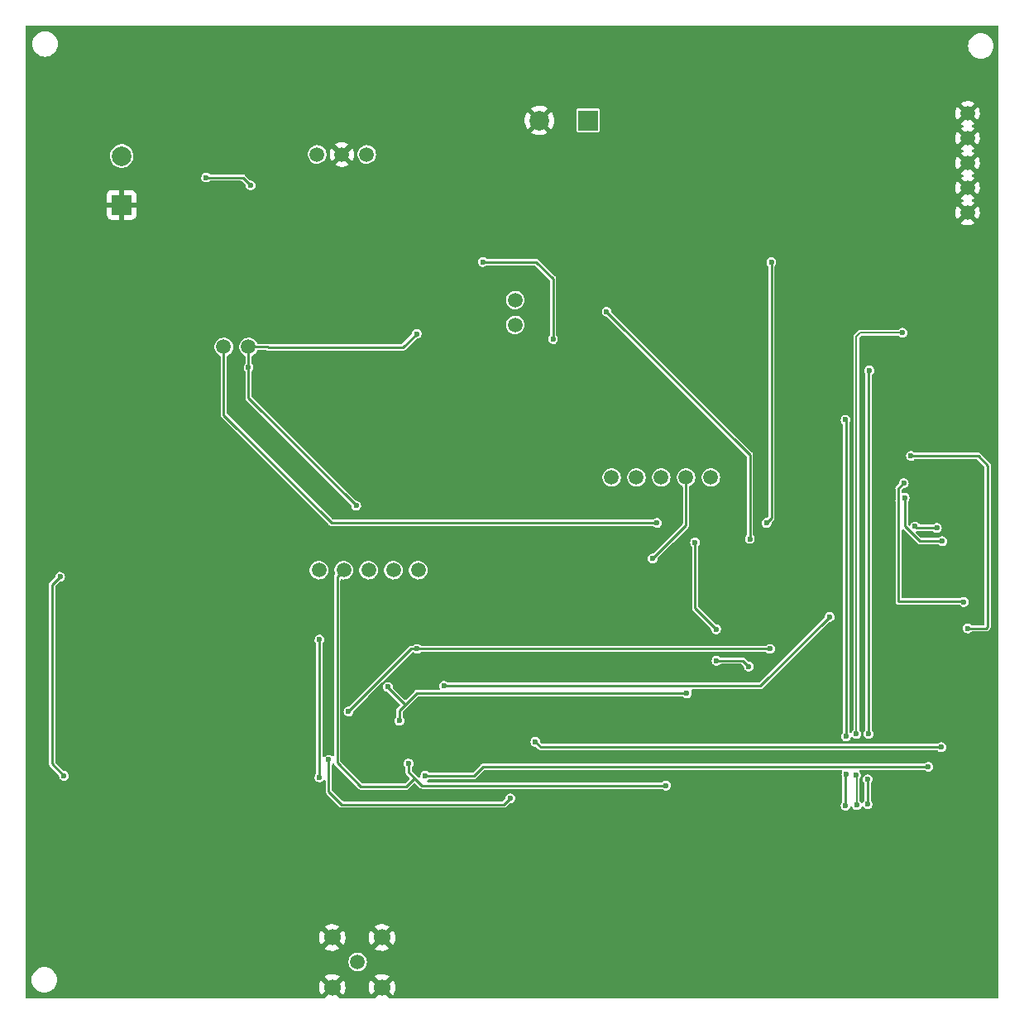
<source format=gbr>
%TF.GenerationSoftware,KiCad,Pcbnew,(5.99.0-10117-g2c3ee0d85f)*%
%TF.CreationDate,2021-04-29T08:13:58+02:00*%
%TF.ProjectId,som asset tracker,736f6d20-6173-4736-9574-20747261636b,rev?*%
%TF.SameCoordinates,Original*%
%TF.FileFunction,Copper,L2,Bot*%
%TF.FilePolarity,Positive*%
%FSLAX46Y46*%
G04 Gerber Fmt 4.6, Leading zero omitted, Abs format (unit mm)*
G04 Created by KiCad (PCBNEW (5.99.0-10117-g2c3ee0d85f)) date 2021-04-29 08:13:58*
%MOMM*%
%LPD*%
G01*
G04 APERTURE LIST*
%TA.AperFunction,ComponentPad*%
%ADD10R,2.000000X2.000000*%
%TD*%
%TA.AperFunction,ComponentPad*%
%ADD11C,2.000000*%
%TD*%
%TA.AperFunction,ComponentPad*%
%ADD12C,1.500000*%
%TD*%
%TA.AperFunction,ComponentPad*%
%ADD13C,1.700000*%
%TD*%
%TA.AperFunction,ViaPad*%
%ADD14C,0.600000*%
%TD*%
%TA.AperFunction,Conductor*%
%ADD15C,0.250000*%
%TD*%
%TA.AperFunction,Conductor*%
%ADD16C,0.200000*%
%TD*%
G04 APERTURE END LIST*
D10*
%TO.P,J2,1,Pin_1*%
%TO.N,Net-(J2-Pad1)*%
X155905000Y-49805000D03*
D11*
%TO.P,J2,2,Pin_2*%
%TO.N,GND*%
X150905000Y-49805000D03*
%TD*%
D12*
%TO.P,J7,1,Pin_1*%
%TO.N,/SCL*%
X118600000Y-73000000D03*
%TO.P,J7,2,Pin_2*%
%TO.N,/SDA*%
X121140000Y-73000000D03*
%TD*%
%TO.P,J4,1,Pin_1*%
%TO.N,/TX*%
X128340000Y-95840000D03*
%TO.P,J4,2,Pin_2*%
%TO.N,/RX*%
X130880000Y-95840000D03*
%TO.P,J4,3,Pin_3*%
%TO.N,/PPS*%
X133420000Y-95840000D03*
%TO.P,J4,4,Pin_4*%
%TO.N,/WAKE*%
X135960000Y-95840000D03*
%TO.P,J4,5,Pin_5*%
%TO.N,/RESET*%
X138500000Y-95840000D03*
%TD*%
D10*
%TO.P,J1,1,Pin_1*%
%TO.N,GND*%
X108145000Y-58455000D03*
D11*
%TO.P,J1,2,Pin_2*%
%TO.N,Net-(J1-Pad2)*%
X108145000Y-53455000D03*
%TD*%
D12*
%TO.P,AE1,1,A*%
%TO.N,Net-(AE1-Pad1)*%
X132300000Y-135950000D03*
D13*
%TO.P,AE1,2,Shield*%
%TO.N,GND*%
X129700000Y-138550000D03*
X129700000Y-133450000D03*
X134800000Y-138550000D03*
X134800000Y-133450000D03*
%TD*%
D12*
%TO.P,U2,1,IN*%
%TO.N,VDC*%
X128160000Y-53290000D03*
%TO.P,U2,2,GND*%
%TO.N,GND*%
X130700000Y-53290000D03*
%TO.P,U2,3,OUT*%
%TO.N,+3V3*%
X133240000Y-53290000D03*
%TD*%
%TO.P,J6,1,Pin_1*%
%TO.N,/INT1*%
X148450000Y-68200000D03*
%TO.P,J6,2,Pin_2*%
%TO.N,/INT2*%
X148450000Y-70740000D03*
%TD*%
%TO.P,J3,1,Pin_1*%
%TO.N,GND*%
X194740000Y-59260000D03*
%TO.P,J3,2,Pin_2*%
X194740000Y-56720000D03*
%TO.P,J3,3,Pin_3*%
X194740000Y-54180000D03*
%TO.P,J3,4,Pin_4*%
X194740000Y-51640000D03*
%TO.P,J3,5,Pin_5*%
X194740000Y-49100000D03*
%TD*%
%TO.P,J5,1,Pin_1*%
%TO.N,/LED1*%
X158300000Y-86350000D03*
%TO.P,J5,2,Pin_2*%
%TO.N,/LED2*%
X160840000Y-86350000D03*
%TO.P,J5,3,Pin_3*%
%TO.N,/LED3*%
X163380000Y-86350000D03*
%TO.P,J5,4,Pin_4*%
%TO.N,/SSR*%
X165920000Y-86350000D03*
%TO.P,J5,5,Pin_5*%
%TO.N,/BUZZER*%
X168460000Y-86350000D03*
%TD*%
D14*
%TO.N,GND*%
X101300000Y-71700000D03*
X150330000Y-123430000D03*
X127775490Y-115399010D03*
X176900000Y-67650000D03*
X137850000Y-73500000D03*
X157970000Y-125740000D03*
X142750000Y-68850000D03*
X133650000Y-124220000D03*
X157700000Y-115355490D03*
X193780000Y-109760000D03*
X188340000Y-136850000D03*
X141800000Y-65950000D03*
X195510000Y-82290000D03*
X139849053Y-115432785D03*
X148710000Y-136880000D03*
X157970000Y-135760000D03*
X152000000Y-59600000D03*
X194270000Y-125670000D03*
X158120000Y-103275490D03*
X174450000Y-94220000D03*
X120350000Y-66100000D03*
X130190000Y-124140000D03*
X141400000Y-61925000D03*
X107000000Y-88640000D03*
X106510000Y-115220000D03*
X157840000Y-109770000D03*
X189700000Y-100280000D03*
%TO.N,Net-(BT1-Pad1)*%
X101840000Y-96520000D03*
X102250000Y-116890000D03*
%TO.N,+3V3*%
X129350000Y-115250000D03*
X147925000Y-119200000D03*
%TO.N,/SOM/TRST*%
X194760000Y-101800000D03*
X188940000Y-84140000D03*
%TO.N,/SOM/TDI*%
X191590000Y-91520000D03*
X189380000Y-91370000D03*
%TO.N,/SOM/TDO*%
X194350000Y-99090000D03*
X188210000Y-86930000D03*
%TO.N,/SOM/TCK*%
X192150000Y-92880000D03*
X188300000Y-88430000D03*
%TO.N,Net-(J1-Pad2)*%
X116800000Y-55650000D03*
X121350000Y-56450000D03*
%TO.N,/RESET*%
X138400000Y-103900000D03*
X131370000Y-110310000D03*
X174510000Y-103900000D03*
%TO.N,/WAKE*%
X180610000Y-100630000D03*
X141150000Y-107700000D03*
%TO.N,/PPS*%
X135400000Y-107800000D03*
X136590000Y-111270000D03*
X166010000Y-108450000D03*
%TO.N,/RX*%
X163870000Y-117890000D03*
X137520000Y-115630000D03*
%TO.N,/TX*%
X128400000Y-117050000D03*
X190730000Y-115970000D03*
X128400000Y-102950000D03*
X139240000Y-116890000D03*
%TO.N,/BUZZER*%
X174150000Y-91025000D03*
X174650000Y-64300000D03*
%TO.N,/SSR*%
X145150000Y-64300000D03*
X162500000Y-94650000D03*
X152300000Y-72200000D03*
%TO.N,/INT1*%
X172450000Y-92650000D03*
X157800000Y-69400000D03*
%TO.N,/SDA*%
X192050000Y-113950000D03*
X132150000Y-89250000D03*
X150500000Y-113400000D03*
X121140000Y-75090000D03*
X138350000Y-71650000D03*
%TO.N,/SCL*%
X162950000Y-91000000D03*
X169000000Y-101900000D03*
X166850000Y-93000000D03*
X172350000Y-105700000D03*
X169050000Y-105100000D03*
%TO.N,/SOM/RED*%
X182250000Y-119950000D03*
X182250000Y-80450000D03*
X182300000Y-112850000D03*
X182350000Y-116750000D03*
%TO.N,/SOM/GREEN*%
X188100000Y-71550000D03*
X183400000Y-119900000D03*
X183300000Y-116850000D03*
X183350000Y-112600000D03*
%TO.N,/SOM/BLUE*%
X184700000Y-75400000D03*
X184500000Y-117250000D03*
X184500000Y-119800000D03*
X184600000Y-112600000D03*
%TD*%
D15*
%TO.N,Net-(BT1-Pad1)*%
X101030000Y-97330000D02*
X101030000Y-115670000D01*
X101840000Y-96520000D02*
X101030000Y-97330000D01*
X101030000Y-115670000D02*
X102250000Y-116890000D01*
%TO.N,+3V3*%
X147300000Y-119825000D02*
X130675000Y-119825000D01*
X147925000Y-119200000D02*
X147300000Y-119825000D01*
X129350000Y-118500000D02*
X129350000Y-115250000D01*
X130675000Y-119825000D02*
X129350000Y-118500000D01*
%TO.N,/SOM/TRST*%
X196790000Y-101620000D02*
X196790000Y-85110000D01*
X196790000Y-85110000D02*
X195830000Y-84150000D01*
X195820000Y-84140000D02*
X188940000Y-84140000D01*
X194760000Y-101800000D02*
X196610000Y-101800000D01*
X196610000Y-101800000D02*
X196790000Y-101620000D01*
X195830000Y-84150000D02*
X195820000Y-84140000D01*
%TO.N,/SOM/TDI*%
X191590000Y-91520000D02*
X189530000Y-91520000D01*
X189530000Y-91520000D02*
X189380000Y-91370000D01*
%TO.N,/SOM/TDO*%
X187675489Y-88729766D02*
X187680000Y-88734277D01*
X187680000Y-99060000D02*
X194320000Y-99060000D01*
X187680000Y-88734277D02*
X187680000Y-99060000D01*
X187675489Y-87464511D02*
X187675489Y-88729766D01*
X188210000Y-86930000D02*
X187675489Y-87464511D01*
X194320000Y-99060000D02*
X194350000Y-99090000D01*
%TO.N,/SOM/TCK*%
X188810000Y-91840000D02*
X188300000Y-91330000D01*
X189850000Y-92880000D02*
X188810000Y-91840000D01*
X192150000Y-92880000D02*
X189850000Y-92880000D01*
X188300000Y-91330000D02*
X188300000Y-88430000D01*
%TO.N,Net-(J1-Pad2)*%
X121350000Y-56450000D02*
X120550000Y-55650000D01*
X120550000Y-55650000D02*
X116800000Y-55650000D01*
%TO.N,/RESET*%
X137780000Y-103900000D02*
X138400000Y-103900000D01*
X131370000Y-110310000D02*
X137780000Y-103900000D01*
X138400000Y-103900000D02*
X174510000Y-103900000D01*
%TO.N,/WAKE*%
X173540000Y-107700000D02*
X180610000Y-100630000D01*
X141150000Y-107700000D02*
X173540000Y-107700000D01*
%TO.N,/PPS*%
X135400000Y-107800000D02*
X135400000Y-107850000D01*
X136680000Y-110110000D02*
X136590000Y-110200000D01*
X136590000Y-110200000D02*
X136590000Y-111270000D01*
X166010000Y-108450000D02*
X138340000Y-108450000D01*
X135400000Y-107850000D02*
X137170000Y-109620000D01*
X138340000Y-108450000D02*
X137170000Y-109620000D01*
X137170000Y-109620000D02*
X136680000Y-110110000D01*
%TO.N,/RX*%
X130200000Y-115550000D02*
X132650000Y-118000000D01*
X130200000Y-96520000D02*
X130200000Y-115550000D01*
X137520000Y-116510000D02*
X137520000Y-115630000D01*
X137250000Y-118000000D02*
X138130000Y-117120000D01*
X132650000Y-118000000D02*
X137250000Y-118000000D01*
X130880000Y-95840000D02*
X130200000Y-96520000D01*
X163870000Y-117890000D02*
X138900000Y-117890000D01*
X138130000Y-117120000D02*
X137520000Y-116510000D01*
X138900000Y-117890000D02*
X138130000Y-117120000D01*
%TO.N,/TX*%
X145140000Y-115980000D02*
X190720000Y-115980000D01*
X190720000Y-115980000D02*
X190730000Y-115970000D01*
X144230000Y-116890000D02*
X145140000Y-115980000D01*
X128400000Y-102950000D02*
X128400000Y-117050000D01*
X139240000Y-116890000D02*
X144230000Y-116890000D01*
%TO.N,/BUZZER*%
X174650000Y-90525000D02*
X174150000Y-91025000D01*
X174650000Y-64300000D02*
X174650000Y-90525000D01*
%TO.N,/SSR*%
X150600000Y-64300000D02*
X152300000Y-66000000D01*
X165920000Y-91230000D02*
X165920000Y-86350000D01*
X162500000Y-94650000D02*
X165920000Y-91230000D01*
X152300000Y-66000000D02*
X152300000Y-72200000D01*
X145150000Y-64300000D02*
X150600000Y-64300000D01*
%TO.N,/INT1*%
X172450000Y-84050000D02*
X157800000Y-69400000D01*
X172450000Y-92650000D02*
X172450000Y-84050000D01*
%TO.N,/SDA*%
X123100000Y-73000000D02*
X121140000Y-73000000D01*
X121140000Y-75090000D02*
X121140000Y-78240000D01*
X121140000Y-73000000D02*
X121140000Y-75090000D01*
X138350000Y-71650000D02*
X136950000Y-73050000D01*
X151050000Y-113950000D02*
X192050000Y-113950000D01*
X121140000Y-78240000D02*
X132150000Y-89250000D01*
X136950000Y-73050000D02*
X123150000Y-73050000D01*
X123150000Y-73050000D02*
X123100000Y-73000000D01*
X150500000Y-113400000D02*
X151050000Y-113950000D01*
%TO.N,/SCL*%
X129650000Y-91000000D02*
X118600000Y-79950000D01*
X118600000Y-79950000D02*
X118600000Y-73000000D01*
X166850000Y-99750000D02*
X166850000Y-93000000D01*
X169000000Y-101900000D02*
X166850000Y-99750000D01*
X171750000Y-105100000D02*
X169050000Y-105100000D01*
X162950000Y-91000000D02*
X129650000Y-91000000D01*
X172350000Y-105700000D02*
X171750000Y-105100000D01*
%TO.N,/SOM/RED*%
X182250000Y-119950000D02*
X182250000Y-116850000D01*
X182300000Y-112850000D02*
X182300000Y-80500000D01*
X182300000Y-80500000D02*
X182250000Y-80450000D01*
X182250000Y-116850000D02*
X182350000Y-116750000D01*
D16*
%TO.N,/SOM/GREEN*%
X183750000Y-71550000D02*
X188100000Y-71550000D01*
X183400000Y-119900000D02*
X183400000Y-116950000D01*
X183350000Y-112600000D02*
X183350000Y-71950000D01*
X183350000Y-71950000D02*
X183500000Y-71800000D01*
X183500000Y-71800000D02*
X183750000Y-71550000D01*
X183400000Y-116950000D02*
X183300000Y-116850000D01*
D15*
%TO.N,/SOM/BLUE*%
X184600000Y-75500000D02*
X184700000Y-75400000D01*
X184500000Y-119800000D02*
X184500000Y-117250000D01*
X184600000Y-112600000D02*
X184600000Y-75500000D01*
%TD*%
%TA.AperFunction,Conductor*%
%TO.N,GND*%
G36*
X197862121Y-40100002D02*
G01*
X197908614Y-40153658D01*
X197920000Y-40206000D01*
X197920000Y-139554000D01*
X197899998Y-139622121D01*
X197846342Y-139668614D01*
X197794000Y-139680000D01*
X135622980Y-139680000D01*
X135554859Y-139659998D01*
X135533885Y-139643095D01*
X134812812Y-138922022D01*
X134798868Y-138914408D01*
X134797035Y-138914539D01*
X134790420Y-138918790D01*
X134066115Y-139643095D01*
X134003803Y-139677121D01*
X133977020Y-139680000D01*
X130522980Y-139680000D01*
X130454859Y-139659998D01*
X130433885Y-139643095D01*
X129712812Y-138922022D01*
X129698868Y-138914408D01*
X129697035Y-138914539D01*
X129690420Y-138918790D01*
X128966115Y-139643095D01*
X128903803Y-139677121D01*
X128877020Y-139680000D01*
X98446000Y-139680000D01*
X98377879Y-139659998D01*
X98331386Y-139606342D01*
X98320000Y-139554000D01*
X98320000Y-137780000D01*
X98934500Y-137780000D01*
X98954333Y-138006698D01*
X99013231Y-138226507D01*
X99015553Y-138231488D01*
X99015554Y-138231489D01*
X99107078Y-138427763D01*
X99107081Y-138427768D01*
X99109404Y-138432750D01*
X99112560Y-138437257D01*
X99112561Y-138437259D01*
X99211891Y-138579116D01*
X99239929Y-138619159D01*
X99400841Y-138780071D01*
X99405349Y-138783228D01*
X99405352Y-138783230D01*
X99582741Y-138907439D01*
X99587250Y-138910596D01*
X99592232Y-138912919D01*
X99592237Y-138912922D01*
X99788511Y-139004446D01*
X99793493Y-139006769D01*
X99798801Y-139008191D01*
X99798803Y-139008192D01*
X99851071Y-139022197D01*
X100013302Y-139065667D01*
X100240000Y-139085500D01*
X100466698Y-139065667D01*
X100628929Y-139022197D01*
X100681197Y-139008192D01*
X100681199Y-139008191D01*
X100686507Y-139006769D01*
X100691489Y-139004446D01*
X100887763Y-138912922D01*
X100887768Y-138912919D01*
X100892750Y-138910596D01*
X100897259Y-138907439D01*
X101074648Y-138783230D01*
X101074651Y-138783228D01*
X101079159Y-138780071D01*
X101212376Y-138646854D01*
X128340888Y-138646854D01*
X128341686Y-138657468D01*
X128376638Y-138874471D01*
X128379212Y-138884793D01*
X128450230Y-139092810D01*
X128454497Y-139102533D01*
X128559554Y-139295622D01*
X128564016Y-139302388D01*
X128575323Y-139310419D01*
X128586859Y-139303931D01*
X129327978Y-138562812D01*
X129334356Y-138551132D01*
X130064408Y-138551132D01*
X130064539Y-138552965D01*
X130068790Y-138559580D01*
X130810286Y-139301076D01*
X130822078Y-139307515D01*
X130834072Y-139298245D01*
X130874940Y-139239987D01*
X130880295Y-139230787D01*
X130974399Y-139032156D01*
X130978123Y-139022197D01*
X131037417Y-138810543D01*
X131039412Y-138800087D01*
X131055382Y-138646854D01*
X133440888Y-138646854D01*
X133441686Y-138657468D01*
X133476638Y-138874471D01*
X133479212Y-138884793D01*
X133550230Y-139092810D01*
X133554497Y-139102533D01*
X133659554Y-139295622D01*
X133664016Y-139302388D01*
X133675323Y-139310419D01*
X133686859Y-139303931D01*
X134427978Y-138562812D01*
X134434356Y-138551132D01*
X135164408Y-138551132D01*
X135164539Y-138552965D01*
X135168790Y-138559580D01*
X135910286Y-139301076D01*
X135922078Y-139307515D01*
X135934072Y-139298245D01*
X135974940Y-139239987D01*
X135980295Y-139230787D01*
X136074399Y-139032156D01*
X136078123Y-139022197D01*
X136137417Y-138810543D01*
X136139412Y-138800087D01*
X136162442Y-138579116D01*
X136162777Y-138573200D01*
X136162972Y-138552963D01*
X136162750Y-138547051D01*
X136143965Y-138325669D01*
X136142173Y-138315181D01*
X136086952Y-138102427D01*
X136083420Y-138092399D01*
X135993147Y-137891998D01*
X135987967Y-137882692D01*
X135933124Y-137801231D01*
X135923117Y-137792927D01*
X135909056Y-137800154D01*
X135172022Y-138537188D01*
X135164408Y-138551132D01*
X134434356Y-138551132D01*
X134435592Y-138548868D01*
X134435461Y-138547035D01*
X134431210Y-138540420D01*
X133686649Y-137795859D01*
X133674269Y-137789099D01*
X133667513Y-137794157D01*
X133565340Y-137973647D01*
X133560877Y-137983307D01*
X133485882Y-138189916D01*
X133483111Y-138200184D01*
X133443999Y-138416476D01*
X133442998Y-138427070D01*
X133440888Y-138646854D01*
X131055382Y-138646854D01*
X131062442Y-138579116D01*
X131062777Y-138573200D01*
X131062972Y-138552963D01*
X131062750Y-138547051D01*
X131043965Y-138325669D01*
X131042173Y-138315181D01*
X130986952Y-138102427D01*
X130983420Y-138092399D01*
X130893147Y-137891998D01*
X130887967Y-137882692D01*
X130833124Y-137801231D01*
X130823117Y-137792927D01*
X130809056Y-137800154D01*
X130072022Y-138537188D01*
X130064408Y-138551132D01*
X129334356Y-138551132D01*
X129335592Y-138548868D01*
X129335461Y-138547035D01*
X129331210Y-138540420D01*
X128586649Y-137795859D01*
X128574269Y-137789099D01*
X128567513Y-137794157D01*
X128465340Y-137973647D01*
X128460877Y-137983307D01*
X128385882Y-138189916D01*
X128383111Y-138200184D01*
X128343999Y-138416476D01*
X128342998Y-138427070D01*
X128340888Y-138646854D01*
X101212376Y-138646854D01*
X101240071Y-138619159D01*
X101268110Y-138579116D01*
X101367439Y-138437259D01*
X101367440Y-138437257D01*
X101370596Y-138432750D01*
X101372919Y-138427768D01*
X101372922Y-138427763D01*
X101464446Y-138231489D01*
X101464447Y-138231488D01*
X101466769Y-138226507D01*
X101525667Y-138006698D01*
X101545500Y-137780000D01*
X101525667Y-137553302D01*
X101491742Y-137426693D01*
X128940866Y-137426693D01*
X128944547Y-137435337D01*
X129687188Y-138177978D01*
X129701132Y-138185592D01*
X129702965Y-138185461D01*
X129709580Y-138181210D01*
X130451846Y-137438944D01*
X130458536Y-137426693D01*
X134040866Y-137426693D01*
X134044547Y-137435337D01*
X134787188Y-138177978D01*
X134801132Y-138185592D01*
X134802965Y-138185461D01*
X134809580Y-138181210D01*
X135551846Y-137438944D01*
X135558576Y-137426619D01*
X135550049Y-137415262D01*
X135522520Y-137394780D01*
X135513486Y-137389178D01*
X135317550Y-137289559D01*
X135307699Y-137285559D01*
X135097779Y-137220378D01*
X135087395Y-137218095D01*
X134869489Y-137189213D01*
X134858876Y-137188713D01*
X134639223Y-137196960D01*
X134628674Y-137198255D01*
X134413555Y-137243391D01*
X134403358Y-137246451D01*
X134198932Y-137327182D01*
X134189395Y-137331916D01*
X134050372Y-137416277D01*
X134040866Y-137426693D01*
X130458536Y-137426693D01*
X130458576Y-137426619D01*
X130450049Y-137415262D01*
X130422520Y-137394780D01*
X130413486Y-137389178D01*
X130217550Y-137289559D01*
X130207699Y-137285559D01*
X129997779Y-137220378D01*
X129987395Y-137218095D01*
X129769489Y-137189213D01*
X129758876Y-137188713D01*
X129539223Y-137196960D01*
X129528674Y-137198255D01*
X129313555Y-137243391D01*
X129303358Y-137246451D01*
X129098932Y-137327182D01*
X129089395Y-137331916D01*
X128950372Y-137416277D01*
X128940866Y-137426693D01*
X101491742Y-137426693D01*
X101466769Y-137333493D01*
X101424754Y-137243391D01*
X101372922Y-137132237D01*
X101372919Y-137132232D01*
X101370596Y-137127250D01*
X101240071Y-136940841D01*
X101079159Y-136779929D01*
X101074651Y-136776772D01*
X101074648Y-136776770D01*
X100897259Y-136652561D01*
X100897257Y-136652560D01*
X100892750Y-136649404D01*
X100887768Y-136647081D01*
X100887763Y-136647078D01*
X100691489Y-136555554D01*
X100691488Y-136555553D01*
X100686507Y-136553231D01*
X100681199Y-136551809D01*
X100681197Y-136551808D01*
X100613336Y-136533625D01*
X100466698Y-136494333D01*
X100240000Y-136474500D01*
X100013302Y-136494333D01*
X99866664Y-136533625D01*
X99798803Y-136551808D01*
X99798801Y-136551809D01*
X99793493Y-136553231D01*
X99788512Y-136555553D01*
X99788511Y-136555554D01*
X99592237Y-136647078D01*
X99592232Y-136647081D01*
X99587250Y-136649404D01*
X99582743Y-136652560D01*
X99582741Y-136652561D01*
X99405352Y-136776770D01*
X99405349Y-136776772D01*
X99400841Y-136779929D01*
X99239929Y-136940841D01*
X99109404Y-137127250D01*
X99107081Y-137132232D01*
X99107078Y-137132237D01*
X99055246Y-137243391D01*
X99013231Y-137333493D01*
X98954333Y-137553302D01*
X98934500Y-137780000D01*
X98320000Y-137780000D01*
X98320000Y-136043240D01*
X131349060Y-136043240D01*
X131387232Y-136232549D01*
X131462689Y-136410316D01*
X131572350Y-136569279D01*
X131711735Y-136702944D01*
X131717131Y-136706342D01*
X131869748Y-136802451D01*
X131869751Y-136802453D01*
X131875151Y-136805853D01*
X131881121Y-136808097D01*
X131881125Y-136808099D01*
X132049953Y-136871557D01*
X132049958Y-136871558D01*
X132055922Y-136873800D01*
X132062218Y-136874797D01*
X132062221Y-136874798D01*
X132181460Y-136893683D01*
X132246663Y-136904010D01*
X132376174Y-136898129D01*
X132433198Y-136895540D01*
X132433199Y-136895540D01*
X132439582Y-136895250D01*
X132445773Y-136893683D01*
X132445776Y-136893683D01*
X132620612Y-136849442D01*
X132620614Y-136849441D01*
X132626800Y-136847876D01*
X132632547Y-136845098D01*
X132794921Y-136766604D01*
X132794923Y-136766602D01*
X132800669Y-136763825D01*
X132805738Y-136759949D01*
X132805742Y-136759947D01*
X132895289Y-136691483D01*
X132954085Y-136646530D01*
X133080782Y-136500781D01*
X133175585Y-136332534D01*
X133234620Y-136148660D01*
X133255477Y-135956671D01*
X133255500Y-135950000D01*
X133235984Y-135757870D01*
X133178234Y-135573589D01*
X133084608Y-135404683D01*
X132958931Y-135258054D01*
X132953890Y-135254143D01*
X132953887Y-135254141D01*
X132811383Y-135143603D01*
X132811381Y-135143602D01*
X132806338Y-135139690D01*
X132800615Y-135136874D01*
X132800612Y-135136872D01*
X132638788Y-135057245D01*
X132633061Y-135054427D01*
X132626883Y-135052818D01*
X132626881Y-135052817D01*
X132452360Y-135007358D01*
X132452357Y-135007358D01*
X132446178Y-135005748D01*
X132362861Y-135001382D01*
X132259705Y-134995975D01*
X132259701Y-134995975D01*
X132253324Y-134995641D01*
X132062377Y-135024519D01*
X132056382Y-135026725D01*
X132056381Y-135026725D01*
X131981089Y-135054427D01*
X131881136Y-135091202D01*
X131717006Y-135192967D01*
X131576691Y-135325657D01*
X131465923Y-135483850D01*
X131389226Y-135661086D01*
X131349734Y-135850123D01*
X131349060Y-136043240D01*
X98320000Y-136043240D01*
X98320000Y-134573089D01*
X128941741Y-134573089D01*
X128947813Y-134581200D01*
X129066122Y-134656136D01*
X129075567Y-134661053D01*
X129278406Y-134745694D01*
X129288545Y-134748950D01*
X129502748Y-134798205D01*
X129513284Y-134799705D01*
X129732723Y-134812166D01*
X129743366Y-134811869D01*
X129961775Y-134787177D01*
X129972194Y-134785096D01*
X130183333Y-134723954D01*
X130193259Y-134720143D01*
X130391068Y-134624305D01*
X130400213Y-134618876D01*
X130449308Y-134583792D01*
X130457696Y-134573089D01*
X134041741Y-134573089D01*
X134047813Y-134581200D01*
X134166122Y-134656136D01*
X134175567Y-134661053D01*
X134378406Y-134745694D01*
X134388545Y-134748950D01*
X134602748Y-134798205D01*
X134613284Y-134799705D01*
X134832723Y-134812166D01*
X134843366Y-134811869D01*
X135061775Y-134787177D01*
X135072194Y-134785096D01*
X135283333Y-134723954D01*
X135293259Y-134720143D01*
X135491068Y-134624305D01*
X135500213Y-134618876D01*
X135549308Y-134583792D01*
X135557712Y-134573068D01*
X135550732Y-134559942D01*
X134812812Y-133822022D01*
X134798868Y-133814408D01*
X134797035Y-133814539D01*
X134790420Y-133818790D01*
X134048501Y-134560709D01*
X134041741Y-134573089D01*
X130457696Y-134573089D01*
X130457712Y-134573068D01*
X130450732Y-134559942D01*
X129712812Y-133822022D01*
X129698868Y-133814408D01*
X129697035Y-133814539D01*
X129690420Y-133818790D01*
X128948501Y-134560709D01*
X128941741Y-134573089D01*
X98320000Y-134573089D01*
X98320000Y-133546854D01*
X128340888Y-133546854D01*
X128341686Y-133557468D01*
X128376638Y-133774471D01*
X128379212Y-133784793D01*
X128450230Y-133992810D01*
X128454497Y-134002533D01*
X128559554Y-134195622D01*
X128564016Y-134202388D01*
X128575323Y-134210419D01*
X128586859Y-134203931D01*
X129327978Y-133462812D01*
X129334356Y-133451132D01*
X130064408Y-133451132D01*
X130064539Y-133452965D01*
X130068790Y-133459580D01*
X130810286Y-134201076D01*
X130822078Y-134207515D01*
X130834072Y-134198245D01*
X130874940Y-134139987D01*
X130880295Y-134130787D01*
X130974399Y-133932156D01*
X130978123Y-133922197D01*
X131037417Y-133710543D01*
X131039412Y-133700087D01*
X131055382Y-133546854D01*
X133440888Y-133546854D01*
X133441686Y-133557468D01*
X133476638Y-133774471D01*
X133479212Y-133784793D01*
X133550230Y-133992810D01*
X133554497Y-134002533D01*
X133659554Y-134195622D01*
X133664016Y-134202388D01*
X133675323Y-134210419D01*
X133686859Y-134203931D01*
X134427978Y-133462812D01*
X134434356Y-133451132D01*
X135164408Y-133451132D01*
X135164539Y-133452965D01*
X135168790Y-133459580D01*
X135910286Y-134201076D01*
X135922078Y-134207515D01*
X135934072Y-134198245D01*
X135974940Y-134139987D01*
X135980295Y-134130787D01*
X136074399Y-133932156D01*
X136078123Y-133922197D01*
X136137417Y-133710543D01*
X136139412Y-133700087D01*
X136162442Y-133479116D01*
X136162777Y-133473200D01*
X136162972Y-133452963D01*
X136162750Y-133447051D01*
X136143965Y-133225669D01*
X136142173Y-133215181D01*
X136086952Y-133002427D01*
X136083420Y-132992399D01*
X135993147Y-132791998D01*
X135987967Y-132782692D01*
X135933124Y-132701231D01*
X135923117Y-132692927D01*
X135909056Y-132700154D01*
X135172022Y-133437188D01*
X135164408Y-133451132D01*
X134434356Y-133451132D01*
X134435592Y-133448868D01*
X134435461Y-133447035D01*
X134431210Y-133440420D01*
X133686649Y-132695859D01*
X133674269Y-132689099D01*
X133667513Y-132694157D01*
X133565340Y-132873647D01*
X133560877Y-132883307D01*
X133485882Y-133089916D01*
X133483111Y-133100184D01*
X133443999Y-133316476D01*
X133442998Y-133327070D01*
X133440888Y-133546854D01*
X131055382Y-133546854D01*
X131062442Y-133479116D01*
X131062777Y-133473200D01*
X131062972Y-133452963D01*
X131062750Y-133447051D01*
X131043965Y-133225669D01*
X131042173Y-133215181D01*
X130986952Y-133002427D01*
X130983420Y-132992399D01*
X130893147Y-132791998D01*
X130887967Y-132782692D01*
X130833124Y-132701231D01*
X130823117Y-132692927D01*
X130809056Y-132700154D01*
X130072022Y-133437188D01*
X130064408Y-133451132D01*
X129334356Y-133451132D01*
X129335592Y-133448868D01*
X129335461Y-133447035D01*
X129331210Y-133440420D01*
X128586649Y-132695859D01*
X128574269Y-132689099D01*
X128567513Y-132694157D01*
X128465340Y-132873647D01*
X128460877Y-132883307D01*
X128385882Y-133089916D01*
X128383111Y-133100184D01*
X128343999Y-133316476D01*
X128342998Y-133327070D01*
X128340888Y-133546854D01*
X98320000Y-133546854D01*
X98320000Y-132326693D01*
X128940866Y-132326693D01*
X128944547Y-132335337D01*
X129687188Y-133077978D01*
X129701132Y-133085592D01*
X129702965Y-133085461D01*
X129709580Y-133081210D01*
X130451846Y-132338944D01*
X130458536Y-132326693D01*
X134040866Y-132326693D01*
X134044547Y-132335337D01*
X134787188Y-133077978D01*
X134801132Y-133085592D01*
X134802965Y-133085461D01*
X134809580Y-133081210D01*
X135551846Y-132338944D01*
X135558576Y-132326619D01*
X135550049Y-132315262D01*
X135522520Y-132294780D01*
X135513486Y-132289178D01*
X135317550Y-132189559D01*
X135307699Y-132185559D01*
X135097779Y-132120378D01*
X135087395Y-132118095D01*
X134869489Y-132089213D01*
X134858876Y-132088713D01*
X134639223Y-132096960D01*
X134628674Y-132098255D01*
X134413555Y-132143391D01*
X134403358Y-132146451D01*
X134198932Y-132227182D01*
X134189395Y-132231916D01*
X134050372Y-132316277D01*
X134040866Y-132326693D01*
X130458536Y-132326693D01*
X130458576Y-132326619D01*
X130450049Y-132315262D01*
X130422520Y-132294780D01*
X130413486Y-132289178D01*
X130217550Y-132189559D01*
X130207699Y-132185559D01*
X129997779Y-132120378D01*
X129987395Y-132118095D01*
X129769489Y-132089213D01*
X129758876Y-132088713D01*
X129539223Y-132096960D01*
X129528674Y-132098255D01*
X129313555Y-132143391D01*
X129303358Y-132146451D01*
X129098932Y-132227182D01*
X129089395Y-132231916D01*
X128950372Y-132316277D01*
X128940866Y-132326693D01*
X98320000Y-132326693D01*
X98320000Y-97301195D01*
X100700758Y-97301195D01*
X100701719Y-97312175D01*
X100701718Y-97312183D01*
X100704020Y-97338490D01*
X100704500Y-97349472D01*
X100704500Y-115650528D01*
X100704020Y-115661510D01*
X100701718Y-115687817D01*
X100701719Y-115687825D01*
X100700758Y-115698805D01*
X100703611Y-115709451D01*
X100703611Y-115709456D01*
X100710510Y-115735200D01*
X100712890Y-115745935D01*
X100717050Y-115769527D01*
X100719432Y-115783038D01*
X100724945Y-115792586D01*
X100726141Y-115795872D01*
X100727613Y-115799028D01*
X100730465Y-115809675D01*
X100736789Y-115818706D01*
X100736789Y-115818707D01*
X100752081Y-115840548D01*
X100757985Y-115849816D01*
X100771308Y-115872891D01*
X100776822Y-115882441D01*
X100785267Y-115889527D01*
X100805497Y-115906502D01*
X100813601Y-115913928D01*
X101278832Y-116379158D01*
X101708722Y-116809048D01*
X101742747Y-116871361D01*
X101744016Y-116883892D01*
X101744538Y-116883824D01*
X101763121Y-117025939D01*
X101820845Y-117157126D01*
X101879444Y-117226838D01*
X101902999Y-117254859D01*
X101913068Y-117266838D01*
X101920539Y-117271811D01*
X101920540Y-117271812D01*
X102014949Y-117334656D01*
X102032377Y-117346257D01*
X102169180Y-117388997D01*
X102178152Y-117389161D01*
X102178155Y-117389162D01*
X102243374Y-117390357D01*
X102312481Y-117391624D01*
X102369043Y-117376203D01*
X102442099Y-117356286D01*
X102442101Y-117356285D01*
X102450758Y-117353925D01*
X102572897Y-117278931D01*
X102579341Y-117271812D01*
X102663050Y-117179332D01*
X102663051Y-117179331D01*
X102669078Y-117172672D01*
X102674242Y-117162015D01*
X102711533Y-117085046D01*
X102731570Y-117043689D01*
X102755349Y-116902350D01*
X102755500Y-116890000D01*
X102742038Y-116795999D01*
X102736455Y-116757009D01*
X102736454Y-116757006D01*
X102735182Y-116748123D01*
X102675860Y-116617651D01*
X102582303Y-116509074D01*
X102462033Y-116431118D01*
X102453436Y-116428547D01*
X102453434Y-116428546D01*
X102369696Y-116403503D01*
X102324718Y-116390052D01*
X102315743Y-116389997D01*
X102315741Y-116389997D01*
X102291285Y-116389848D01*
X102261416Y-116389666D01*
X102193419Y-116369249D01*
X102173089Y-116352763D01*
X101392404Y-115572077D01*
X101358379Y-115509765D01*
X101355500Y-115482982D01*
X101355500Y-102943824D01*
X127894538Y-102943824D01*
X127895702Y-102952726D01*
X127895702Y-102952729D01*
X127896960Y-102962350D01*
X127913121Y-103085939D01*
X127970845Y-103217126D01*
X128044951Y-103305285D01*
X128073472Y-103370301D01*
X128074500Y-103386361D01*
X128074500Y-116614962D01*
X128054498Y-116683083D01*
X128042942Y-116698368D01*
X127977499Y-116772469D01*
X127966452Y-116795999D01*
X127941099Y-116850000D01*
X127916588Y-116902206D01*
X127915207Y-116911074D01*
X127915207Y-116911075D01*
X127895919Y-117034951D01*
X127895919Y-117034955D01*
X127894538Y-117043824D01*
X127895702Y-117052726D01*
X127895702Y-117052729D01*
X127902172Y-117102206D01*
X127913121Y-117185939D01*
X127970845Y-117317126D01*
X128063068Y-117426838D01*
X128070539Y-117431811D01*
X128070540Y-117431812D01*
X128159219Y-117490842D01*
X128182377Y-117506257D01*
X128266927Y-117532672D01*
X128304780Y-117544498D01*
X128319180Y-117548997D01*
X128328152Y-117549161D01*
X128328155Y-117549162D01*
X128393374Y-117550357D01*
X128462481Y-117551624D01*
X128519043Y-117536203D01*
X128592099Y-117516286D01*
X128592101Y-117516285D01*
X128600758Y-117513925D01*
X128722897Y-117438931D01*
X128734517Y-117426094D01*
X128778923Y-117377034D01*
X128805085Y-117348131D01*
X128865628Y-117311050D01*
X128936608Y-117312587D01*
X128995489Y-117352255D01*
X129023577Y-117417459D01*
X129024500Y-117432686D01*
X129024500Y-118480528D01*
X129024020Y-118491510D01*
X129021718Y-118517817D01*
X129021719Y-118517825D01*
X129020758Y-118528805D01*
X129023611Y-118539451D01*
X129023611Y-118539456D01*
X129030510Y-118565200D01*
X129032889Y-118575932D01*
X129039432Y-118613038D01*
X129044945Y-118622586D01*
X129046141Y-118625872D01*
X129047613Y-118629028D01*
X129050465Y-118639675D01*
X129056789Y-118648706D01*
X129056789Y-118648707D01*
X129072081Y-118670548D01*
X129077985Y-118679816D01*
X129091308Y-118702891D01*
X129096822Y-118712441D01*
X129105267Y-118719527D01*
X129125504Y-118736508D01*
X129133608Y-118743935D01*
X130431065Y-120041392D01*
X130438492Y-120049496D01*
X130462559Y-120078178D01*
X130472108Y-120083691D01*
X130472109Y-120083692D01*
X130495184Y-120097015D01*
X130504452Y-120102919D01*
X130526293Y-120118211D01*
X130535325Y-120124535D01*
X130545972Y-120127387D01*
X130549128Y-120128859D01*
X130552414Y-120130055D01*
X130561962Y-120135568D01*
X130572819Y-120137482D01*
X130572821Y-120137483D01*
X130590366Y-120140576D01*
X130599068Y-120142111D01*
X130609800Y-120144490D01*
X130635544Y-120151389D01*
X130635549Y-120151389D01*
X130646195Y-120154242D01*
X130657175Y-120153281D01*
X130657183Y-120153282D01*
X130683490Y-120150980D01*
X130694472Y-120150500D01*
X147280528Y-120150500D01*
X147291510Y-120150980D01*
X147317817Y-120153282D01*
X147317825Y-120153281D01*
X147328805Y-120154242D01*
X147339451Y-120151389D01*
X147339456Y-120151389D01*
X147365200Y-120144490D01*
X147375932Y-120142111D01*
X147384634Y-120140576D01*
X147402179Y-120137483D01*
X147402181Y-120137482D01*
X147413038Y-120135568D01*
X147422586Y-120130055D01*
X147425872Y-120128859D01*
X147429028Y-120127387D01*
X147439675Y-120124535D01*
X147448707Y-120118211D01*
X147470548Y-120102919D01*
X147479816Y-120097015D01*
X147502891Y-120083692D01*
X147502892Y-120083691D01*
X147512441Y-120078178D01*
X147536508Y-120049496D01*
X147543935Y-120041392D01*
X147847706Y-119737621D01*
X147910018Y-119703595D01*
X147939108Y-119700737D01*
X147987481Y-119701624D01*
X148064614Y-119680595D01*
X148117099Y-119666286D01*
X148117101Y-119666285D01*
X148125758Y-119663925D01*
X148247897Y-119588931D01*
X148269520Y-119565042D01*
X148338050Y-119489332D01*
X148338051Y-119489331D01*
X148344078Y-119482672D01*
X148353806Y-119462595D01*
X148402655Y-119361769D01*
X148406570Y-119353689D01*
X148430349Y-119212350D01*
X148430500Y-119200000D01*
X148410182Y-119058123D01*
X148350860Y-118927651D01*
X148257303Y-118819074D01*
X148137033Y-118741118D01*
X148128436Y-118738547D01*
X148128434Y-118738546D01*
X148041144Y-118712441D01*
X147999718Y-118700052D01*
X147990742Y-118699997D01*
X147990741Y-118699997D01*
X147929027Y-118699620D01*
X147856396Y-118699177D01*
X147847765Y-118701644D01*
X147847763Y-118701644D01*
X147727223Y-118736094D01*
X147727220Y-118736095D01*
X147718589Y-118738562D01*
X147597375Y-118815042D01*
X147502499Y-118922469D01*
X147441588Y-119052206D01*
X147419538Y-119193824D01*
X147419863Y-119196307D01*
X147399987Y-119261064D01*
X147383923Y-119280750D01*
X147202078Y-119462595D01*
X147139766Y-119496621D01*
X147112983Y-119499500D01*
X130862017Y-119499500D01*
X130793896Y-119479498D01*
X130772922Y-119462595D01*
X129712405Y-118402078D01*
X129678379Y-118339766D01*
X129675500Y-118312983D01*
X129675500Y-115768013D01*
X129695502Y-115699892D01*
X129749158Y-115653399D01*
X129819432Y-115643295D01*
X129884012Y-115672789D01*
X129904715Y-115695745D01*
X129922082Y-115720549D01*
X129927985Y-115729816D01*
X129934162Y-115740514D01*
X129946822Y-115762441D01*
X129960787Y-115774159D01*
X129975504Y-115786508D01*
X129983608Y-115793935D01*
X132406065Y-118216392D01*
X132413492Y-118224496D01*
X132437559Y-118253178D01*
X132447108Y-118258691D01*
X132447109Y-118258692D01*
X132470184Y-118272015D01*
X132479452Y-118277919D01*
X132501295Y-118293213D01*
X132501298Y-118293215D01*
X132510325Y-118299535D01*
X132520970Y-118302388D01*
X132524134Y-118303863D01*
X132527418Y-118305058D01*
X132536962Y-118310568D01*
X132547816Y-118312482D01*
X132547819Y-118312483D01*
X132574067Y-118317112D01*
X132584795Y-118319490D01*
X132610541Y-118326388D01*
X132610543Y-118326388D01*
X132621194Y-118329242D01*
X132658490Y-118325979D01*
X132669472Y-118325500D01*
X137230528Y-118325500D01*
X137241510Y-118325980D01*
X137267817Y-118328282D01*
X137267825Y-118328281D01*
X137278805Y-118329242D01*
X137289451Y-118326389D01*
X137289456Y-118326389D01*
X137315200Y-118319490D01*
X137325932Y-118317111D01*
X137334634Y-118315576D01*
X137352179Y-118312483D01*
X137352181Y-118312482D01*
X137363038Y-118310568D01*
X137372586Y-118305055D01*
X137375872Y-118303859D01*
X137379028Y-118302387D01*
X137389675Y-118299535D01*
X137398707Y-118293211D01*
X137420548Y-118277919D01*
X137429816Y-118272015D01*
X137452891Y-118258692D01*
X137452892Y-118258691D01*
X137462441Y-118253178D01*
X137486508Y-118224496D01*
X137493935Y-118216392D01*
X138040905Y-117669422D01*
X138103217Y-117635396D01*
X138174032Y-117640461D01*
X138219095Y-117669422D01*
X138656065Y-118106392D01*
X138663492Y-118114496D01*
X138687559Y-118143178D01*
X138720194Y-118162019D01*
X138729460Y-118167923D01*
X138751293Y-118183211D01*
X138751299Y-118183214D01*
X138760325Y-118189534D01*
X138770970Y-118192387D01*
X138774141Y-118193865D01*
X138777418Y-118195058D01*
X138786962Y-118200568D01*
X138797814Y-118202482D01*
X138797815Y-118202482D01*
X138813766Y-118205295D01*
X138824076Y-118207113D01*
X138834800Y-118209490D01*
X138841843Y-118211378D01*
X138860545Y-118216389D01*
X138860547Y-118216389D01*
X138871194Y-118219242D01*
X138908490Y-118215979D01*
X138919472Y-118215500D01*
X163431226Y-118215500D01*
X163499347Y-118235502D01*
X163520493Y-118254104D01*
X163520601Y-118253983D01*
X163527288Y-118259962D01*
X163533068Y-118266838D01*
X163652377Y-118346257D01*
X163789180Y-118388997D01*
X163798152Y-118389161D01*
X163798155Y-118389162D01*
X163863374Y-118390357D01*
X163932481Y-118391624D01*
X163989043Y-118376203D01*
X164062099Y-118356286D01*
X164062101Y-118356285D01*
X164070758Y-118353925D01*
X164141371Y-118310568D01*
X164185249Y-118283627D01*
X164192897Y-118278931D01*
X164203843Y-118266838D01*
X164283050Y-118179332D01*
X164283051Y-118179331D01*
X164289078Y-118172672D01*
X164351570Y-118043689D01*
X164375349Y-117902350D01*
X164375500Y-117890000D01*
X164355182Y-117748123D01*
X164295860Y-117617651D01*
X164202303Y-117509074D01*
X164082033Y-117431118D01*
X164073436Y-117428547D01*
X164073434Y-117428546D01*
X163960718Y-117394837D01*
X163944718Y-117390052D01*
X163935742Y-117389997D01*
X163935741Y-117389997D01*
X163874027Y-117389620D01*
X163801396Y-117389177D01*
X163792765Y-117391644D01*
X163792763Y-117391644D01*
X163672223Y-117426094D01*
X163672220Y-117426095D01*
X163663589Y-117428562D01*
X163542375Y-117505042D01*
X163536432Y-117511771D01*
X163536431Y-117511772D01*
X163527478Y-117521909D01*
X163467392Y-117559726D01*
X163433038Y-117564500D01*
X139543820Y-117564500D01*
X139475699Y-117544498D01*
X139429206Y-117490842D01*
X139419102Y-117420568D01*
X139448596Y-117355988D01*
X139477891Y-117331125D01*
X139518393Y-117306257D01*
X139562897Y-117278931D01*
X139582800Y-117256943D01*
X139643342Y-117219863D01*
X139676213Y-117215500D01*
X144210528Y-117215500D01*
X144221510Y-117215980D01*
X144247817Y-117218282D01*
X144247825Y-117218281D01*
X144258805Y-117219242D01*
X144269451Y-117216389D01*
X144269456Y-117216389D01*
X144295200Y-117209490D01*
X144305932Y-117207111D01*
X144314634Y-117205576D01*
X144332179Y-117202483D01*
X144332181Y-117202482D01*
X144343038Y-117200568D01*
X144352586Y-117195055D01*
X144355872Y-117193859D01*
X144359028Y-117192387D01*
X144369675Y-117189535D01*
X144387529Y-117177034D01*
X144400548Y-117167919D01*
X144409816Y-117162015D01*
X144432891Y-117148692D01*
X144432892Y-117148691D01*
X144442441Y-117143178D01*
X144466508Y-117114496D01*
X144473935Y-117106392D01*
X145237922Y-116342405D01*
X145300234Y-116308379D01*
X145327017Y-116305500D01*
X181807538Y-116305500D01*
X181875659Y-116325502D01*
X181922152Y-116379158D01*
X181932256Y-116449432D01*
X181921593Y-116485048D01*
X181893682Y-116544498D01*
X181866588Y-116602206D01*
X181865207Y-116611074D01*
X181865207Y-116611075D01*
X181845919Y-116734951D01*
X181845919Y-116734955D01*
X181844538Y-116743824D01*
X181845702Y-116752726D01*
X181845702Y-116752729D01*
X181850065Y-116786094D01*
X181863121Y-116885939D01*
X181904771Y-116980595D01*
X181913829Y-117001181D01*
X181924500Y-117051927D01*
X181924500Y-119514962D01*
X181904498Y-119583083D01*
X181892942Y-119598368D01*
X181827499Y-119672469D01*
X181766588Y-119802206D01*
X181765207Y-119811074D01*
X181765207Y-119811075D01*
X181745919Y-119934951D01*
X181745919Y-119934955D01*
X181744538Y-119943824D01*
X181763121Y-120085939D01*
X181820845Y-120217126D01*
X181913068Y-120326838D01*
X181920539Y-120331811D01*
X181920540Y-120331812D01*
X182024903Y-120401282D01*
X182032377Y-120406257D01*
X182169180Y-120448997D01*
X182178152Y-120449161D01*
X182178155Y-120449162D01*
X182243374Y-120450357D01*
X182312481Y-120451624D01*
X182369043Y-120436203D01*
X182442099Y-120416286D01*
X182442101Y-120416285D01*
X182450758Y-120413925D01*
X182572897Y-120338931D01*
X182583843Y-120326838D01*
X182663050Y-120239332D01*
X182663051Y-120239331D01*
X182669078Y-120232672D01*
X182723440Y-120120468D01*
X182771141Y-120067887D01*
X182839699Y-120049441D01*
X182907347Y-120070988D01*
X182952160Y-120124661D01*
X182970845Y-120167126D01*
X183063068Y-120276838D01*
X183070539Y-120281811D01*
X183070540Y-120281812D01*
X183163403Y-120343627D01*
X183182377Y-120356257D01*
X183319180Y-120398997D01*
X183328152Y-120399161D01*
X183328155Y-120399162D01*
X183393374Y-120400357D01*
X183462481Y-120401624D01*
X183519043Y-120386203D01*
X183592099Y-120366286D01*
X183592101Y-120366285D01*
X183600758Y-120363925D01*
X183702493Y-120301459D01*
X183715249Y-120293627D01*
X183722897Y-120288931D01*
X183733843Y-120276838D01*
X183813050Y-120189332D01*
X183813051Y-120189331D01*
X183819078Y-120182672D01*
X183833318Y-120153282D01*
X183859245Y-120099767D01*
X183861887Y-120094315D01*
X183909588Y-120041733D01*
X183978146Y-120023287D01*
X184045794Y-120044834D01*
X184071729Y-120068178D01*
X184140928Y-120150500D01*
X184163068Y-120176838D01*
X184170539Y-120181811D01*
X184170540Y-120181812D01*
X184246946Y-120232672D01*
X184282377Y-120256257D01*
X184364174Y-120281812D01*
X184401992Y-120293627D01*
X184419180Y-120298997D01*
X184428152Y-120299161D01*
X184428155Y-120299162D01*
X184493374Y-120300357D01*
X184562481Y-120301624D01*
X184635150Y-120281812D01*
X184692099Y-120266286D01*
X184692101Y-120266285D01*
X184700758Y-120263925D01*
X184776977Y-120217126D01*
X184815249Y-120193627D01*
X184822897Y-120188931D01*
X184836415Y-120173997D01*
X184913050Y-120089332D01*
X184913051Y-120089331D01*
X184919078Y-120082672D01*
X184926101Y-120068178D01*
X184977655Y-119961769D01*
X184981570Y-119953689D01*
X185005349Y-119812350D01*
X185005500Y-119800000D01*
X184991144Y-119699756D01*
X184986455Y-119667009D01*
X184986454Y-119667006D01*
X184985182Y-119658123D01*
X184972665Y-119630592D01*
X184944694Y-119569074D01*
X184925860Y-119527651D01*
X184918470Y-119519074D01*
X184856047Y-119446630D01*
X184826733Y-119381968D01*
X184825500Y-119364382D01*
X184825500Y-117684611D01*
X184845502Y-117616490D01*
X184858085Y-117600056D01*
X184913050Y-117539332D01*
X184913051Y-117539330D01*
X184919078Y-117532672D01*
X184932878Y-117504190D01*
X184977655Y-117411769D01*
X184981570Y-117403689D01*
X185005349Y-117262350D01*
X185005500Y-117250000D01*
X184988993Y-117134733D01*
X184986455Y-117117009D01*
X184986454Y-117117006D01*
X184985182Y-117108123D01*
X184925860Y-116977651D01*
X184832303Y-116869074D01*
X184712033Y-116791118D01*
X184703436Y-116788547D01*
X184703434Y-116788546D01*
X184619696Y-116763503D01*
X184574718Y-116750052D01*
X184565742Y-116749997D01*
X184565741Y-116749997D01*
X184504027Y-116749620D01*
X184431396Y-116749177D01*
X184422765Y-116751644D01*
X184422763Y-116751644D01*
X184302223Y-116786094D01*
X184302220Y-116786095D01*
X184293589Y-116788562D01*
X184172375Y-116865042D01*
X184077499Y-116972469D01*
X184071175Y-116985939D01*
X184024645Y-117085046D01*
X184016588Y-117102206D01*
X184015207Y-117111074D01*
X184015207Y-117111075D01*
X183995919Y-117234951D01*
X183995919Y-117234955D01*
X183994538Y-117243824D01*
X183995702Y-117252726D01*
X183995702Y-117252729D01*
X184002702Y-117306257D01*
X184013121Y-117385939D01*
X184070845Y-117517126D01*
X184144951Y-117605285D01*
X184173472Y-117670301D01*
X184174500Y-117686361D01*
X184174500Y-119364962D01*
X184154498Y-119433083D01*
X184142942Y-119448368D01*
X184077499Y-119522469D01*
X184046296Y-119588931D01*
X184038957Y-119604562D01*
X183991901Y-119657724D01*
X183923573Y-119677007D01*
X183855667Y-119656288D01*
X183826688Y-119626938D01*
X183825860Y-119627651D01*
X183732303Y-119519074D01*
X183734859Y-119516872D01*
X183705481Y-119470808D01*
X183700500Y-119435730D01*
X183700500Y-117196461D01*
X183719883Y-117133062D01*
X183719078Y-117132672D01*
X183721582Y-117127503D01*
X183781570Y-117003689D01*
X183805349Y-116862350D01*
X183805500Y-116850000D01*
X183794397Y-116772469D01*
X183786455Y-116717009D01*
X183786454Y-116717006D01*
X183785182Y-116708123D01*
X183779957Y-116696630D01*
X183742824Y-116614962D01*
X183725860Y-116577651D01*
X183670797Y-116513748D01*
X183641483Y-116449086D01*
X183651782Y-116378840D01*
X183698423Y-116325314D01*
X183766250Y-116305500D01*
X190300629Y-116305500D01*
X190368750Y-116325502D01*
X190384613Y-116337571D01*
X190387291Y-116339965D01*
X190393068Y-116346838D01*
X190512377Y-116426257D01*
X190586556Y-116449432D01*
X190636521Y-116465042D01*
X190649180Y-116468997D01*
X190658152Y-116469161D01*
X190658155Y-116469162D01*
X190723374Y-116470357D01*
X190792481Y-116471624D01*
X190875149Y-116449086D01*
X190922099Y-116436286D01*
X190922101Y-116436285D01*
X190930758Y-116433925D01*
X191020472Y-116378840D01*
X191045249Y-116363627D01*
X191052897Y-116358931D01*
X191072231Y-116337571D01*
X191143050Y-116259332D01*
X191143051Y-116259331D01*
X191149078Y-116252672D01*
X191211570Y-116123689D01*
X191235349Y-115982350D01*
X191235500Y-115970000D01*
X191217606Y-115845048D01*
X191216455Y-115837009D01*
X191216454Y-115837006D01*
X191215182Y-115828123D01*
X191155860Y-115697651D01*
X191062303Y-115589074D01*
X190942033Y-115511118D01*
X190933436Y-115508547D01*
X190933434Y-115508546D01*
X190837828Y-115479954D01*
X190804718Y-115470052D01*
X190795742Y-115469997D01*
X190795741Y-115469997D01*
X190734027Y-115469620D01*
X190661396Y-115469177D01*
X190652765Y-115471644D01*
X190652763Y-115471644D01*
X190532223Y-115506094D01*
X190532220Y-115506095D01*
X190523589Y-115508562D01*
X190402375Y-115585042D01*
X190396433Y-115591770D01*
X190378649Y-115611907D01*
X190318563Y-115649726D01*
X190284207Y-115654500D01*
X145159472Y-115654500D01*
X145148490Y-115654021D01*
X145111194Y-115650758D01*
X145100547Y-115653611D01*
X145100545Y-115653611D01*
X145081843Y-115658622D01*
X145074800Y-115660510D01*
X145064076Y-115662887D01*
X145063222Y-115663038D01*
X145037815Y-115667518D01*
X145037814Y-115667518D01*
X145026962Y-115669432D01*
X145017418Y-115674942D01*
X145014141Y-115676135D01*
X145010970Y-115677613D01*
X145000325Y-115680466D01*
X144991299Y-115686786D01*
X144991293Y-115686789D01*
X144969460Y-115702077D01*
X144960194Y-115707981D01*
X144927559Y-115726822D01*
X144920472Y-115735268D01*
X144903492Y-115755504D01*
X144896065Y-115763608D01*
X144132078Y-116527595D01*
X144069766Y-116561621D01*
X144042983Y-116564500D01*
X139677815Y-116564500D01*
X139609694Y-116544498D01*
X139582363Y-116520749D01*
X139578164Y-116515876D01*
X139572303Y-116509074D01*
X139452033Y-116431118D01*
X139443436Y-116428547D01*
X139443434Y-116428546D01*
X139359696Y-116403503D01*
X139314718Y-116390052D01*
X139305742Y-116389997D01*
X139305741Y-116389997D01*
X139244027Y-116389620D01*
X139171396Y-116389177D01*
X139162765Y-116391644D01*
X139162763Y-116391644D01*
X139042223Y-116426094D01*
X139042220Y-116426095D01*
X139033589Y-116428562D01*
X138912375Y-116505042D01*
X138817499Y-116612469D01*
X138806511Y-116635872D01*
X138765868Y-116722441D01*
X138756588Y-116742206D01*
X138755207Y-116751074D01*
X138755207Y-116751075D01*
X138735919Y-116874951D01*
X138735919Y-116874955D01*
X138734538Y-116883824D01*
X138735702Y-116892726D01*
X138735702Y-116892729D01*
X138743703Y-116953913D01*
X138732703Y-117024052D01*
X138685528Y-117077110D01*
X138617157Y-117096240D01*
X138549298Y-117075369D01*
X138529672Y-117059345D01*
X137882405Y-116412078D01*
X137848379Y-116349766D01*
X137845500Y-116322983D01*
X137845500Y-116064611D01*
X137865502Y-115996490D01*
X137878085Y-115980056D01*
X137933050Y-115919332D01*
X137933051Y-115919330D01*
X137939078Y-115912672D01*
X138001570Y-115783689D01*
X138025349Y-115642350D01*
X138025500Y-115630000D01*
X138015809Y-115562327D01*
X138006455Y-115497009D01*
X138006454Y-115497006D01*
X138005182Y-115488123D01*
X137998136Y-115472625D01*
X137985528Y-115444896D01*
X137945860Y-115357651D01*
X137852303Y-115249074D01*
X137732033Y-115171118D01*
X137723436Y-115168547D01*
X137723434Y-115168546D01*
X137639696Y-115143503D01*
X137594718Y-115130052D01*
X137585742Y-115129997D01*
X137585741Y-115129997D01*
X137524027Y-115129620D01*
X137451396Y-115129177D01*
X137442765Y-115131644D01*
X137442763Y-115131644D01*
X137322223Y-115166094D01*
X137322220Y-115166095D01*
X137313589Y-115168562D01*
X137192375Y-115245042D01*
X137097499Y-115352469D01*
X137036588Y-115482206D01*
X137035207Y-115491074D01*
X137035207Y-115491075D01*
X137015919Y-115614951D01*
X137015919Y-115614955D01*
X137014538Y-115623824D01*
X137015702Y-115632726D01*
X137015702Y-115632729D01*
X137022715Y-115686361D01*
X137033121Y-115765939D01*
X137090845Y-115897126D01*
X137162484Y-115982350D01*
X137164951Y-115985285D01*
X137193472Y-116050301D01*
X137194500Y-116066361D01*
X137194500Y-116490528D01*
X137194020Y-116501510D01*
X137191718Y-116527817D01*
X137191719Y-116527825D01*
X137190758Y-116538805D01*
X137193611Y-116549451D01*
X137193611Y-116549456D01*
X137200510Y-116575200D01*
X137202890Y-116585935D01*
X137207323Y-116611075D01*
X137209432Y-116623038D01*
X137214945Y-116632586D01*
X137216141Y-116635872D01*
X137217613Y-116639028D01*
X137220465Y-116649675D01*
X137226789Y-116658706D01*
X137226789Y-116658707D01*
X137242081Y-116680548D01*
X137247985Y-116689816D01*
X137258555Y-116708123D01*
X137266822Y-116722441D01*
X137275267Y-116729527D01*
X137295504Y-116746508D01*
X137303608Y-116753935D01*
X137580578Y-117030905D01*
X137614604Y-117093217D01*
X137609539Y-117164032D01*
X137580578Y-117209095D01*
X137152078Y-117637595D01*
X137089766Y-117671621D01*
X137062983Y-117674500D01*
X132837017Y-117674500D01*
X132768896Y-117654498D01*
X132747922Y-117637595D01*
X130562405Y-115452078D01*
X130528379Y-115389766D01*
X130525500Y-115362983D01*
X130525500Y-113393824D01*
X149994538Y-113393824D01*
X149995702Y-113402726D01*
X149995702Y-113402729D01*
X150002227Y-113452625D01*
X150013121Y-113535939D01*
X150070845Y-113667126D01*
X150163068Y-113776838D01*
X150170539Y-113781811D01*
X150170540Y-113781812D01*
X150223416Y-113817009D01*
X150282377Y-113856257D01*
X150419180Y-113898997D01*
X150490068Y-113900296D01*
X150557809Y-113921543D01*
X150576853Y-113937180D01*
X150806065Y-114166392D01*
X150813492Y-114174496D01*
X150837559Y-114203178D01*
X150870194Y-114222019D01*
X150879460Y-114227923D01*
X150901293Y-114243211D01*
X150901299Y-114243214D01*
X150910325Y-114249534D01*
X150920970Y-114252387D01*
X150924141Y-114253865D01*
X150927418Y-114255058D01*
X150936962Y-114260568D01*
X150947814Y-114262482D01*
X150947815Y-114262482D01*
X150963766Y-114265295D01*
X150974076Y-114267113D01*
X150984800Y-114269490D01*
X150991843Y-114271378D01*
X151010545Y-114276389D01*
X151010547Y-114276389D01*
X151021194Y-114279242D01*
X151058490Y-114275979D01*
X151069472Y-114275500D01*
X191611226Y-114275500D01*
X191679347Y-114295502D01*
X191700493Y-114314104D01*
X191700601Y-114313983D01*
X191707288Y-114319962D01*
X191713068Y-114326838D01*
X191832377Y-114406257D01*
X191969180Y-114448997D01*
X191978152Y-114449161D01*
X191978155Y-114449162D01*
X192043374Y-114450357D01*
X192112481Y-114451624D01*
X192169043Y-114436203D01*
X192242099Y-114416286D01*
X192242101Y-114416285D01*
X192250758Y-114413925D01*
X192372897Y-114338931D01*
X192383843Y-114326838D01*
X192463050Y-114239332D01*
X192463051Y-114239331D01*
X192469078Y-114232672D01*
X192531570Y-114103689D01*
X192555349Y-113962350D01*
X192555500Y-113950000D01*
X192535182Y-113808123D01*
X192475860Y-113677651D01*
X192382303Y-113569074D01*
X192262033Y-113491118D01*
X192253436Y-113488547D01*
X192253434Y-113488546D01*
X192169696Y-113463503D01*
X192124718Y-113450052D01*
X192115742Y-113449997D01*
X192115741Y-113449997D01*
X192054027Y-113449620D01*
X191981396Y-113449177D01*
X191972765Y-113451644D01*
X191972763Y-113451644D01*
X191852223Y-113486094D01*
X191852220Y-113486095D01*
X191843589Y-113488562D01*
X191722375Y-113565042D01*
X191716432Y-113571771D01*
X191716431Y-113571772D01*
X191707478Y-113581909D01*
X191647392Y-113619726D01*
X191613038Y-113624500D01*
X151237017Y-113624500D01*
X151168896Y-113604498D01*
X151147922Y-113587595D01*
X151041799Y-113481472D01*
X151007773Y-113419160D01*
X151005466Y-113402742D01*
X151005500Y-113400000D01*
X150997346Y-113343059D01*
X150986455Y-113267009D01*
X150986454Y-113267006D01*
X150985182Y-113258123D01*
X150925860Y-113127651D01*
X150832303Y-113019074D01*
X150712033Y-112941118D01*
X150703436Y-112938547D01*
X150703434Y-112938546D01*
X150619696Y-112913503D01*
X150574718Y-112900052D01*
X150565742Y-112899997D01*
X150565741Y-112899997D01*
X150504027Y-112899620D01*
X150431396Y-112899177D01*
X150422765Y-112901644D01*
X150422763Y-112901644D01*
X150302223Y-112936094D01*
X150302220Y-112936095D01*
X150293589Y-112938562D01*
X150172375Y-113015042D01*
X150077499Y-113122469D01*
X150069582Y-113139332D01*
X150022821Y-113238931D01*
X150016588Y-113252206D01*
X150015207Y-113261074D01*
X150015207Y-113261075D01*
X149995919Y-113384951D01*
X149995919Y-113384955D01*
X149994538Y-113393824D01*
X130525500Y-113393824D01*
X130525500Y-110303824D01*
X130864538Y-110303824D01*
X130865702Y-110312726D01*
X130865702Y-110312729D01*
X130866668Y-110320113D01*
X130883121Y-110445939D01*
X130940845Y-110577126D01*
X131033068Y-110686838D01*
X131040539Y-110691811D01*
X131040540Y-110691812D01*
X131144903Y-110761282D01*
X131152377Y-110766257D01*
X131289180Y-110808997D01*
X131298152Y-110809161D01*
X131298155Y-110809162D01*
X131363374Y-110810357D01*
X131432481Y-110811624D01*
X131489043Y-110796203D01*
X131562099Y-110776286D01*
X131562101Y-110776285D01*
X131570758Y-110773925D01*
X131692897Y-110698931D01*
X131703843Y-110686838D01*
X131783050Y-110599332D01*
X131783051Y-110599331D01*
X131789078Y-110592672D01*
X131851570Y-110463689D01*
X131875349Y-110322350D01*
X131875432Y-110315555D01*
X131875644Y-110314865D01*
X131875844Y-110312633D01*
X131876316Y-110312675D01*
X131896265Y-110247684D01*
X131912328Y-110227999D01*
X133364827Y-108775500D01*
X134346502Y-107793824D01*
X134894538Y-107793824D01*
X134895702Y-107802726D01*
X134895702Y-107802729D01*
X134900045Y-107835939D01*
X134913121Y-107935939D01*
X134970845Y-108067126D01*
X135063068Y-108176838D01*
X135070539Y-108181811D01*
X135070540Y-108181812D01*
X135174903Y-108251282D01*
X135182377Y-108256257D01*
X135319180Y-108298997D01*
X135328152Y-108299162D01*
X135328155Y-108299162D01*
X135339136Y-108299363D01*
X135406878Y-108320611D01*
X135425920Y-108336247D01*
X136620578Y-109530905D01*
X136654604Y-109593217D01*
X136649539Y-109664032D01*
X136620578Y-109709095D01*
X136373608Y-109956065D01*
X136365504Y-109963492D01*
X136336822Y-109987559D01*
X136331309Y-109997108D01*
X136331308Y-109997109D01*
X136317985Y-110020184D01*
X136312081Y-110029452D01*
X136296789Y-110051293D01*
X136290465Y-110060325D01*
X136287613Y-110070972D01*
X136286141Y-110074128D01*
X136284945Y-110077414D01*
X136279432Y-110086962D01*
X136277518Y-110097819D01*
X136277517Y-110097821D01*
X136272890Y-110124065D01*
X136270510Y-110134800D01*
X136263611Y-110160544D01*
X136263611Y-110160549D01*
X136260758Y-110171195D01*
X136261719Y-110182175D01*
X136261718Y-110182183D01*
X136264020Y-110208490D01*
X136264500Y-110219472D01*
X136264500Y-110834962D01*
X136244498Y-110903083D01*
X136232942Y-110918368D01*
X136167499Y-110992469D01*
X136106588Y-111122206D01*
X136105207Y-111131074D01*
X136105207Y-111131075D01*
X136085919Y-111254951D01*
X136085919Y-111254955D01*
X136084538Y-111263824D01*
X136085702Y-111272726D01*
X136085702Y-111272729D01*
X136086960Y-111282350D01*
X136103121Y-111405939D01*
X136160845Y-111537126D01*
X136253068Y-111646838D01*
X136260539Y-111651811D01*
X136260540Y-111651812D01*
X136364903Y-111721282D01*
X136372377Y-111726257D01*
X136509180Y-111768997D01*
X136518152Y-111769161D01*
X136518155Y-111769162D01*
X136583374Y-111770357D01*
X136652481Y-111771624D01*
X136709043Y-111756203D01*
X136782099Y-111736286D01*
X136782101Y-111736285D01*
X136790758Y-111733925D01*
X136912897Y-111658931D01*
X136923843Y-111646838D01*
X137003050Y-111559332D01*
X137003051Y-111559331D01*
X137009078Y-111552672D01*
X137071570Y-111423689D01*
X137095349Y-111282350D01*
X137095500Y-111270000D01*
X137075182Y-111128123D01*
X137015860Y-110997651D01*
X136946047Y-110916630D01*
X136916733Y-110851968D01*
X136915500Y-110834382D01*
X136915500Y-110387017D01*
X136935502Y-110318896D01*
X136952400Y-110297927D01*
X137380110Y-109870216D01*
X137380113Y-109870214D01*
X138437921Y-108812405D01*
X138500233Y-108778380D01*
X138527016Y-108775500D01*
X165571226Y-108775500D01*
X165639347Y-108795502D01*
X165660493Y-108814104D01*
X165660601Y-108813983D01*
X165667288Y-108819962D01*
X165673068Y-108826838D01*
X165792377Y-108906257D01*
X165929180Y-108948997D01*
X165938152Y-108949161D01*
X165938155Y-108949162D01*
X166003374Y-108950357D01*
X166072481Y-108951624D01*
X166129043Y-108936203D01*
X166202099Y-108916286D01*
X166202101Y-108916285D01*
X166210758Y-108913925D01*
X166332897Y-108838931D01*
X166343843Y-108826838D01*
X166423050Y-108739332D01*
X166423051Y-108739331D01*
X166429078Y-108732672D01*
X166491570Y-108603689D01*
X166515349Y-108462350D01*
X166515500Y-108450000D01*
X166499210Y-108336247D01*
X166496455Y-108317009D01*
X166496454Y-108317006D01*
X166495182Y-108308123D01*
X166491468Y-108299955D01*
X166491467Y-108299951D01*
X166447682Y-108203652D01*
X166437694Y-108133361D01*
X166467295Y-108068829D01*
X166527085Y-108030545D01*
X166562382Y-108025500D01*
X173520528Y-108025500D01*
X173531510Y-108025980D01*
X173557817Y-108028282D01*
X173557825Y-108028281D01*
X173568805Y-108029242D01*
X173579451Y-108026389D01*
X173579456Y-108026389D01*
X173605200Y-108019490D01*
X173615932Y-108017111D01*
X173624634Y-108015576D01*
X173642179Y-108012483D01*
X173642181Y-108012482D01*
X173653038Y-108010568D01*
X173662586Y-108005055D01*
X173665872Y-108003859D01*
X173669028Y-108002387D01*
X173679675Y-107999535D01*
X173688707Y-107993211D01*
X173710548Y-107977919D01*
X173719816Y-107972015D01*
X173742891Y-107958692D01*
X173742892Y-107958691D01*
X173752441Y-107953178D01*
X173776508Y-107924496D01*
X173783935Y-107916392D01*
X180532705Y-101167621D01*
X180595017Y-101133595D01*
X180624107Y-101130737D01*
X180672481Y-101131624D01*
X180729043Y-101116203D01*
X180802099Y-101096286D01*
X180802101Y-101096285D01*
X180810758Y-101093925D01*
X180932897Y-101018931D01*
X181029078Y-100912672D01*
X181091570Y-100783689D01*
X181115349Y-100642350D01*
X181115500Y-100630000D01*
X181095182Y-100488123D01*
X181035860Y-100357651D01*
X180942303Y-100249074D01*
X180822033Y-100171118D01*
X180813436Y-100168547D01*
X180813434Y-100168546D01*
X180729696Y-100143503D01*
X180684718Y-100130052D01*
X180675742Y-100129997D01*
X180675741Y-100129997D01*
X180614027Y-100129620D01*
X180541396Y-100129177D01*
X180532765Y-100131644D01*
X180532763Y-100131644D01*
X180412223Y-100166094D01*
X180412220Y-100166095D01*
X180403589Y-100168562D01*
X180282375Y-100245042D01*
X180187499Y-100352469D01*
X180126588Y-100482206D01*
X180104538Y-100623824D01*
X180104863Y-100626308D01*
X180084987Y-100691064D01*
X180068923Y-100710751D01*
X173442078Y-107337595D01*
X173379766Y-107371621D01*
X173352983Y-107374500D01*
X141587815Y-107374500D01*
X141519694Y-107354498D01*
X141492363Y-107330749D01*
X141482303Y-107319074D01*
X141362033Y-107241118D01*
X141353436Y-107238547D01*
X141353434Y-107238546D01*
X141261372Y-107211014D01*
X141224718Y-107200052D01*
X141215742Y-107199997D01*
X141215741Y-107199997D01*
X141154027Y-107199620D01*
X141081396Y-107199177D01*
X141072765Y-107201644D01*
X141072763Y-107201644D01*
X140952223Y-107236094D01*
X140952220Y-107236095D01*
X140943589Y-107238562D01*
X140822375Y-107315042D01*
X140727499Y-107422469D01*
X140666588Y-107552206D01*
X140665207Y-107561074D01*
X140665207Y-107561075D01*
X140645919Y-107684951D01*
X140645919Y-107684955D01*
X140644538Y-107693824D01*
X140663121Y-107835939D01*
X140693305Y-107904537D01*
X140712321Y-107947754D01*
X140721449Y-108018161D01*
X140691062Y-108082326D01*
X140630809Y-108119877D01*
X140596992Y-108124500D01*
X138359473Y-108124500D01*
X138348491Y-108124021D01*
X138311195Y-108120758D01*
X138300549Y-108123611D01*
X138300544Y-108123611D01*
X138274800Y-108130510D01*
X138264068Y-108132889D01*
X138255366Y-108134424D01*
X138237821Y-108137517D01*
X138237819Y-108137518D01*
X138226962Y-108139432D01*
X138217414Y-108144945D01*
X138214128Y-108146141D01*
X138210972Y-108147613D01*
X138200325Y-108150465D01*
X138176770Y-108166958D01*
X138169459Y-108172077D01*
X138160192Y-108177980D01*
X138137107Y-108191309D01*
X138137106Y-108191310D01*
X138127559Y-108196822D01*
X138120474Y-108205266D01*
X138103493Y-108225503D01*
X138096066Y-108233607D01*
X137259095Y-109070578D01*
X137196783Y-109104604D01*
X137125968Y-109099539D01*
X137080905Y-109070578D01*
X135939380Y-107929053D01*
X135905354Y-107866741D01*
X135904292Y-107822015D01*
X135904107Y-107821998D01*
X135904253Y-107820367D01*
X135904222Y-107819048D01*
X135904542Y-107817144D01*
X135905349Y-107812350D01*
X135905500Y-107800000D01*
X135885182Y-107658123D01*
X135825860Y-107527651D01*
X135732303Y-107419074D01*
X135612033Y-107341118D01*
X135603436Y-107338547D01*
X135603434Y-107338546D01*
X135508824Y-107310252D01*
X135474718Y-107300052D01*
X135465742Y-107299997D01*
X135465741Y-107299997D01*
X135404027Y-107299620D01*
X135331396Y-107299177D01*
X135322765Y-107301644D01*
X135322763Y-107301644D01*
X135202223Y-107336094D01*
X135202220Y-107336095D01*
X135193589Y-107338562D01*
X135085641Y-107406672D01*
X135030967Y-107422232D01*
X135020878Y-107468611D01*
X135004732Y-107491633D01*
X134977499Y-107522469D01*
X134916588Y-107652206D01*
X134915207Y-107661074D01*
X134915207Y-107661075D01*
X134895919Y-107784951D01*
X134895919Y-107784955D01*
X134894538Y-107793824D01*
X134346502Y-107793824D01*
X134821196Y-107319130D01*
X134883507Y-107285105D01*
X134894487Y-107285890D01*
X134893844Y-107281139D01*
X134923874Y-107216806D01*
X134929313Y-107211014D01*
X137046502Y-105093824D01*
X168544538Y-105093824D01*
X168563121Y-105235939D01*
X168620845Y-105367126D01*
X168713068Y-105476838D01*
X168720539Y-105481811D01*
X168720540Y-105481812D01*
X168822908Y-105549954D01*
X168832377Y-105556257D01*
X168969180Y-105598997D01*
X168978152Y-105599161D01*
X168978155Y-105599162D01*
X169043374Y-105600357D01*
X169112481Y-105601624D01*
X169169043Y-105586203D01*
X169242099Y-105566286D01*
X169242101Y-105566285D01*
X169250758Y-105563925D01*
X169372897Y-105488931D01*
X169392800Y-105466943D01*
X169453342Y-105429863D01*
X169486213Y-105425500D01*
X171562983Y-105425500D01*
X171631104Y-105445502D01*
X171652078Y-105462405D01*
X171808722Y-105619049D01*
X171842748Y-105681361D01*
X171844016Y-105693892D01*
X171844538Y-105693824D01*
X171863121Y-105835939D01*
X171920845Y-105967126D01*
X172013068Y-106076838D01*
X172020539Y-106081811D01*
X172020540Y-106081812D01*
X172124903Y-106151282D01*
X172132377Y-106156257D01*
X172269180Y-106198997D01*
X172278152Y-106199161D01*
X172278155Y-106199162D01*
X172343374Y-106200357D01*
X172412481Y-106201624D01*
X172469043Y-106186203D01*
X172542099Y-106166286D01*
X172542101Y-106166285D01*
X172550758Y-106163925D01*
X172672897Y-106088931D01*
X172683843Y-106076838D01*
X172763050Y-105989332D01*
X172763051Y-105989331D01*
X172769078Y-105982672D01*
X172831570Y-105853689D01*
X172855349Y-105712350D01*
X172855500Y-105700000D01*
X172841388Y-105601459D01*
X172836455Y-105567009D01*
X172836454Y-105567006D01*
X172835182Y-105558123D01*
X172775860Y-105427651D01*
X172682303Y-105319074D01*
X172562033Y-105241118D01*
X172553436Y-105238547D01*
X172553434Y-105238546D01*
X172469696Y-105213503D01*
X172424718Y-105200052D01*
X172415743Y-105199997D01*
X172415741Y-105199997D01*
X172391480Y-105199849D01*
X172361416Y-105199666D01*
X172293419Y-105179249D01*
X172273090Y-105162763D01*
X171993935Y-104883608D01*
X171986508Y-104875504D01*
X171969527Y-104855267D01*
X171969528Y-104855267D01*
X171962441Y-104846822D01*
X171952891Y-104841308D01*
X171929816Y-104827985D01*
X171920548Y-104822081D01*
X171898707Y-104806789D01*
X171898706Y-104806789D01*
X171889675Y-104800465D01*
X171879028Y-104797613D01*
X171875872Y-104796141D01*
X171872586Y-104794945D01*
X171863038Y-104789432D01*
X171852181Y-104787518D01*
X171852179Y-104787517D01*
X171834634Y-104784424D01*
X171825932Y-104782889D01*
X171815200Y-104780510D01*
X171789456Y-104773611D01*
X171789451Y-104773611D01*
X171778805Y-104770758D01*
X171767825Y-104771719D01*
X171767817Y-104771718D01*
X171741510Y-104774020D01*
X171730528Y-104774500D01*
X169487815Y-104774500D01*
X169419694Y-104754498D01*
X169392363Y-104730749D01*
X169382303Y-104719074D01*
X169262033Y-104641118D01*
X169253436Y-104638547D01*
X169253434Y-104638546D01*
X169169696Y-104613503D01*
X169124718Y-104600052D01*
X169115742Y-104599997D01*
X169115741Y-104599997D01*
X169054027Y-104599620D01*
X168981396Y-104599177D01*
X168972765Y-104601644D01*
X168972763Y-104601644D01*
X168852223Y-104636094D01*
X168852220Y-104636095D01*
X168843589Y-104638562D01*
X168722375Y-104715042D01*
X168627499Y-104822469D01*
X168566588Y-104952206D01*
X168565207Y-104961074D01*
X168565207Y-104961075D01*
X168545919Y-105084951D01*
X168545919Y-105084955D01*
X168544538Y-105093824D01*
X137046502Y-105093824D01*
X137874775Y-104265551D01*
X137937087Y-104231525D01*
X138007902Y-104236590D01*
X138049106Y-104265655D01*
X138050601Y-104263983D01*
X138057288Y-104269962D01*
X138063068Y-104276838D01*
X138182377Y-104356257D01*
X138319180Y-104398997D01*
X138328152Y-104399161D01*
X138328155Y-104399162D01*
X138393374Y-104400357D01*
X138462481Y-104401624D01*
X138519043Y-104386203D01*
X138592099Y-104366286D01*
X138592101Y-104366285D01*
X138600758Y-104363925D01*
X138722897Y-104288931D01*
X138742800Y-104266943D01*
X138803342Y-104229863D01*
X138836213Y-104225500D01*
X174071226Y-104225500D01*
X174139347Y-104245502D01*
X174160493Y-104264104D01*
X174160601Y-104263983D01*
X174167288Y-104269962D01*
X174173068Y-104276838D01*
X174292377Y-104356257D01*
X174429180Y-104398997D01*
X174438152Y-104399161D01*
X174438155Y-104399162D01*
X174503374Y-104400357D01*
X174572481Y-104401624D01*
X174629043Y-104386203D01*
X174702099Y-104366286D01*
X174702101Y-104366285D01*
X174710758Y-104363925D01*
X174832897Y-104288931D01*
X174852799Y-104266944D01*
X174923050Y-104189332D01*
X174923051Y-104189331D01*
X174929078Y-104182672D01*
X174991570Y-104053689D01*
X175015349Y-103912350D01*
X175015500Y-103900000D01*
X174995182Y-103758123D01*
X174935860Y-103627651D01*
X174842303Y-103519074D01*
X174722033Y-103441118D01*
X174713436Y-103438547D01*
X174713434Y-103438546D01*
X174629696Y-103413503D01*
X174584718Y-103400052D01*
X174575742Y-103399997D01*
X174575741Y-103399997D01*
X174514027Y-103399620D01*
X174441396Y-103399177D01*
X174432765Y-103401644D01*
X174432763Y-103401644D01*
X174312223Y-103436094D01*
X174312220Y-103436095D01*
X174303589Y-103438562D01*
X174182375Y-103515042D01*
X174176432Y-103521771D01*
X174176431Y-103521772D01*
X174167478Y-103531909D01*
X174107392Y-103569726D01*
X174073038Y-103574500D01*
X138837815Y-103574500D01*
X138769694Y-103554498D01*
X138742363Y-103530749D01*
X138738164Y-103525876D01*
X138732303Y-103519074D01*
X138612033Y-103441118D01*
X138603436Y-103438547D01*
X138603434Y-103438546D01*
X138519696Y-103413503D01*
X138474718Y-103400052D01*
X138465742Y-103399997D01*
X138465741Y-103399997D01*
X138404027Y-103399620D01*
X138331396Y-103399177D01*
X138322765Y-103401644D01*
X138322763Y-103401644D01*
X138202223Y-103436094D01*
X138202220Y-103436095D01*
X138193589Y-103438562D01*
X138072375Y-103515042D01*
X138066432Y-103521771D01*
X138066431Y-103521772D01*
X138057478Y-103531909D01*
X137997392Y-103569726D01*
X137963038Y-103574500D01*
X137799472Y-103574500D01*
X137788490Y-103574020D01*
X137762183Y-103571718D01*
X137762175Y-103571719D01*
X137751195Y-103570758D01*
X137740549Y-103573611D01*
X137740544Y-103573611D01*
X137714800Y-103580510D01*
X137704068Y-103582889D01*
X137695366Y-103584424D01*
X137677821Y-103587517D01*
X137677819Y-103587518D01*
X137666962Y-103589432D01*
X137657414Y-103594945D01*
X137654128Y-103596141D01*
X137650972Y-103597613D01*
X137640325Y-103600465D01*
X137616770Y-103616958D01*
X137609459Y-103622077D01*
X137600192Y-103627980D01*
X137577107Y-103641309D01*
X137577106Y-103641310D01*
X137567559Y-103646822D01*
X137560474Y-103655266D01*
X137543487Y-103675510D01*
X137536060Y-103683614D01*
X131447058Y-109772615D01*
X131384746Y-109806641D01*
X131357196Y-109809518D01*
X131301396Y-109809177D01*
X131292765Y-109811644D01*
X131292763Y-109811644D01*
X131172223Y-109846094D01*
X131172220Y-109846095D01*
X131163589Y-109848562D01*
X131042375Y-109925042D01*
X131036433Y-109931770D01*
X131011535Y-109959962D01*
X130947499Y-110032469D01*
X130886588Y-110162206D01*
X130885207Y-110171074D01*
X130885207Y-110171075D01*
X130865919Y-110294951D01*
X130865919Y-110294955D01*
X130864538Y-110303824D01*
X130525500Y-110303824D01*
X130525500Y-96893838D01*
X130545502Y-96825717D01*
X130599158Y-96779224D01*
X130671210Y-96769389D01*
X130826663Y-96794010D01*
X130956174Y-96788129D01*
X131013198Y-96785540D01*
X131013199Y-96785540D01*
X131019582Y-96785250D01*
X131025773Y-96783683D01*
X131025776Y-96783683D01*
X131200612Y-96739442D01*
X131200614Y-96739441D01*
X131206800Y-96737876D01*
X131239031Y-96722295D01*
X131374921Y-96656604D01*
X131374923Y-96656602D01*
X131380669Y-96653825D01*
X131385738Y-96649949D01*
X131385742Y-96649947D01*
X131529011Y-96540409D01*
X131534085Y-96536530D01*
X131660782Y-96390781D01*
X131755585Y-96222534D01*
X131814620Y-96038660D01*
X131826072Y-95933240D01*
X132469060Y-95933240D01*
X132507232Y-96122549D01*
X132582689Y-96300316D01*
X132692350Y-96459279D01*
X132831735Y-96592944D01*
X132837131Y-96596342D01*
X132989748Y-96692451D01*
X132989751Y-96692453D01*
X132995151Y-96695853D01*
X133001121Y-96698097D01*
X133001125Y-96698099D01*
X133169953Y-96761557D01*
X133169958Y-96761558D01*
X133175922Y-96763800D01*
X133182218Y-96764797D01*
X133182221Y-96764798D01*
X133301460Y-96783683D01*
X133366663Y-96794010D01*
X133496174Y-96788129D01*
X133553198Y-96785540D01*
X133553199Y-96785540D01*
X133559582Y-96785250D01*
X133565773Y-96783683D01*
X133565776Y-96783683D01*
X133740612Y-96739442D01*
X133740614Y-96739441D01*
X133746800Y-96737876D01*
X133779031Y-96722295D01*
X133914921Y-96656604D01*
X133914923Y-96656602D01*
X133920669Y-96653825D01*
X133925738Y-96649949D01*
X133925742Y-96649947D01*
X134069011Y-96540409D01*
X134074085Y-96536530D01*
X134200782Y-96390781D01*
X134295585Y-96222534D01*
X134354620Y-96038660D01*
X134366072Y-95933240D01*
X135009060Y-95933240D01*
X135047232Y-96122549D01*
X135122689Y-96300316D01*
X135232350Y-96459279D01*
X135371735Y-96592944D01*
X135377131Y-96596342D01*
X135529748Y-96692451D01*
X135529751Y-96692453D01*
X135535151Y-96695853D01*
X135541121Y-96698097D01*
X135541125Y-96698099D01*
X135709953Y-96761557D01*
X135709958Y-96761558D01*
X135715922Y-96763800D01*
X135722218Y-96764797D01*
X135722221Y-96764798D01*
X135841460Y-96783683D01*
X135906663Y-96794010D01*
X136036174Y-96788129D01*
X136093198Y-96785540D01*
X136093199Y-96785540D01*
X136099582Y-96785250D01*
X136105773Y-96783683D01*
X136105776Y-96783683D01*
X136280612Y-96739442D01*
X136280614Y-96739441D01*
X136286800Y-96737876D01*
X136319031Y-96722295D01*
X136454921Y-96656604D01*
X136454923Y-96656602D01*
X136460669Y-96653825D01*
X136465738Y-96649949D01*
X136465742Y-96649947D01*
X136609011Y-96540409D01*
X136614085Y-96536530D01*
X136740782Y-96390781D01*
X136835585Y-96222534D01*
X136894620Y-96038660D01*
X136906072Y-95933240D01*
X137549060Y-95933240D01*
X137587232Y-96122549D01*
X137662689Y-96300316D01*
X137772350Y-96459279D01*
X137911735Y-96592944D01*
X137917131Y-96596342D01*
X138069748Y-96692451D01*
X138069751Y-96692453D01*
X138075151Y-96695853D01*
X138081121Y-96698097D01*
X138081125Y-96698099D01*
X138249953Y-96761557D01*
X138249958Y-96761558D01*
X138255922Y-96763800D01*
X138262218Y-96764797D01*
X138262221Y-96764798D01*
X138381460Y-96783683D01*
X138446663Y-96794010D01*
X138576174Y-96788129D01*
X138633198Y-96785540D01*
X138633199Y-96785540D01*
X138639582Y-96785250D01*
X138645773Y-96783683D01*
X138645776Y-96783683D01*
X138820612Y-96739442D01*
X138820614Y-96739441D01*
X138826800Y-96737876D01*
X138859031Y-96722295D01*
X138994921Y-96656604D01*
X138994923Y-96656602D01*
X139000669Y-96653825D01*
X139005738Y-96649949D01*
X139005742Y-96649947D01*
X139149011Y-96540409D01*
X139154085Y-96536530D01*
X139280782Y-96390781D01*
X139375585Y-96222534D01*
X139434620Y-96038660D01*
X139455477Y-95846671D01*
X139455500Y-95840000D01*
X139435984Y-95647870D01*
X139378234Y-95463589D01*
X139284608Y-95294683D01*
X139158931Y-95148054D01*
X139153890Y-95144143D01*
X139153887Y-95144141D01*
X139011383Y-95033603D01*
X139011381Y-95033602D01*
X139006338Y-95029690D01*
X139000615Y-95026874D01*
X139000612Y-95026872D01*
X138838788Y-94947245D01*
X138833061Y-94944427D01*
X138826883Y-94942818D01*
X138826881Y-94942817D01*
X138652360Y-94897358D01*
X138652357Y-94897358D01*
X138646178Y-94895748D01*
X138562861Y-94891382D01*
X138459705Y-94885975D01*
X138459701Y-94885975D01*
X138453324Y-94885641D01*
X138262377Y-94914519D01*
X138256382Y-94916725D01*
X138256381Y-94916725D01*
X138181089Y-94944427D01*
X138081136Y-94981202D01*
X137917006Y-95082967D01*
X137776691Y-95215657D01*
X137665923Y-95373850D01*
X137589226Y-95551086D01*
X137549734Y-95740123D01*
X137549060Y-95933240D01*
X136906072Y-95933240D01*
X136915477Y-95846671D01*
X136915500Y-95840000D01*
X136895984Y-95647870D01*
X136838234Y-95463589D01*
X136744608Y-95294683D01*
X136618931Y-95148054D01*
X136613890Y-95144143D01*
X136613887Y-95144141D01*
X136471383Y-95033603D01*
X136471381Y-95033602D01*
X136466338Y-95029690D01*
X136460615Y-95026874D01*
X136460612Y-95026872D01*
X136298788Y-94947245D01*
X136293061Y-94944427D01*
X136286883Y-94942818D01*
X136286881Y-94942817D01*
X136112360Y-94897358D01*
X136112357Y-94897358D01*
X136106178Y-94895748D01*
X136022861Y-94891382D01*
X135919705Y-94885975D01*
X135919701Y-94885975D01*
X135913324Y-94885641D01*
X135722377Y-94914519D01*
X135716382Y-94916725D01*
X135716381Y-94916725D01*
X135641089Y-94944427D01*
X135541136Y-94981202D01*
X135377006Y-95082967D01*
X135236691Y-95215657D01*
X135125923Y-95373850D01*
X135049226Y-95551086D01*
X135009734Y-95740123D01*
X135009060Y-95933240D01*
X134366072Y-95933240D01*
X134375477Y-95846671D01*
X134375500Y-95840000D01*
X134355984Y-95647870D01*
X134298234Y-95463589D01*
X134204608Y-95294683D01*
X134078931Y-95148054D01*
X134073890Y-95144143D01*
X134073887Y-95144141D01*
X133931383Y-95033603D01*
X133931381Y-95033602D01*
X133926338Y-95029690D01*
X133920615Y-95026874D01*
X133920612Y-95026872D01*
X133758788Y-94947245D01*
X133753061Y-94944427D01*
X133746883Y-94942818D01*
X133746881Y-94942817D01*
X133572360Y-94897358D01*
X133572357Y-94897358D01*
X133566178Y-94895748D01*
X133482861Y-94891382D01*
X133379705Y-94885975D01*
X133379701Y-94885975D01*
X133373324Y-94885641D01*
X133182377Y-94914519D01*
X133176382Y-94916725D01*
X133176381Y-94916725D01*
X133101089Y-94944427D01*
X133001136Y-94981202D01*
X132837006Y-95082967D01*
X132696691Y-95215657D01*
X132585923Y-95373850D01*
X132509226Y-95551086D01*
X132469734Y-95740123D01*
X132469060Y-95933240D01*
X131826072Y-95933240D01*
X131835477Y-95846671D01*
X131835500Y-95840000D01*
X131815984Y-95647870D01*
X131758234Y-95463589D01*
X131664608Y-95294683D01*
X131538931Y-95148054D01*
X131533890Y-95144143D01*
X131533887Y-95144141D01*
X131391383Y-95033603D01*
X131391381Y-95033602D01*
X131386338Y-95029690D01*
X131380615Y-95026874D01*
X131380612Y-95026872D01*
X131218788Y-94947245D01*
X131213061Y-94944427D01*
X131206883Y-94942818D01*
X131206881Y-94942817D01*
X131032360Y-94897358D01*
X131032357Y-94897358D01*
X131026178Y-94895748D01*
X130942861Y-94891382D01*
X130839705Y-94885975D01*
X130839701Y-94885975D01*
X130833324Y-94885641D01*
X130642377Y-94914519D01*
X130636382Y-94916725D01*
X130636381Y-94916725D01*
X130561089Y-94944427D01*
X130461136Y-94981202D01*
X130297006Y-95082967D01*
X130156691Y-95215657D01*
X130045923Y-95373850D01*
X129969226Y-95551086D01*
X129929734Y-95740123D01*
X129929060Y-95933240D01*
X129949037Y-96032315D01*
X129954327Y-96058546D01*
X129967232Y-96122549D01*
X129969726Y-96128424D01*
X129983349Y-96160519D01*
X129991553Y-96231040D01*
X129961881Y-96291632D01*
X129962353Y-96292028D01*
X129960753Y-96293934D01*
X129960329Y-96294801D01*
X129958785Y-96296280D01*
X129955267Y-96300473D01*
X129946822Y-96307559D01*
X129941309Y-96317108D01*
X129941308Y-96317109D01*
X129927985Y-96340184D01*
X129922081Y-96349452D01*
X129907727Y-96369954D01*
X129900465Y-96380325D01*
X129897613Y-96390972D01*
X129896141Y-96394128D01*
X129894945Y-96397414D01*
X129889432Y-96406962D01*
X129887518Y-96417819D01*
X129887517Y-96417821D01*
X129882890Y-96444065D01*
X129880510Y-96454800D01*
X129873611Y-96480544D01*
X129873611Y-96480549D01*
X129870758Y-96491195D01*
X129871719Y-96502175D01*
X129871718Y-96502183D01*
X129874020Y-96528490D01*
X129874500Y-96539472D01*
X129874500Y-114761828D01*
X129854498Y-114829949D01*
X129800842Y-114876442D01*
X129730568Y-114886546D01*
X129679967Y-114867560D01*
X129569563Y-114795999D01*
X129562033Y-114791118D01*
X129553436Y-114788547D01*
X129553434Y-114788546D01*
X129464094Y-114761828D01*
X129424718Y-114750052D01*
X129415742Y-114749997D01*
X129415741Y-114749997D01*
X129354027Y-114749620D01*
X129281396Y-114749177D01*
X129272765Y-114751644D01*
X129272763Y-114751644D01*
X129152223Y-114786094D01*
X129152220Y-114786095D01*
X129143589Y-114788562D01*
X129022375Y-114865042D01*
X129016433Y-114871770D01*
X128945941Y-114951587D01*
X128885855Y-114989405D01*
X128814862Y-114988735D01*
X128755501Y-114949789D01*
X128726619Y-114884932D01*
X128725500Y-114868179D01*
X128725500Y-103384611D01*
X128745502Y-103316490D01*
X128758085Y-103300056D01*
X128813050Y-103239332D01*
X128813051Y-103239330D01*
X128819078Y-103232672D01*
X128881570Y-103103689D01*
X128905349Y-102962350D01*
X128905500Y-102950000D01*
X128885182Y-102808123D01*
X128825860Y-102677651D01*
X128732303Y-102569074D01*
X128612033Y-102491118D01*
X128603436Y-102488547D01*
X128603434Y-102488546D01*
X128519696Y-102463503D01*
X128474718Y-102450052D01*
X128465742Y-102449997D01*
X128465741Y-102449997D01*
X128404027Y-102449620D01*
X128331396Y-102449177D01*
X128322765Y-102451644D01*
X128322763Y-102451644D01*
X128202223Y-102486094D01*
X128202220Y-102486095D01*
X128193589Y-102488562D01*
X128072375Y-102565042D01*
X127977499Y-102672469D01*
X127916588Y-102802206D01*
X127915207Y-102811074D01*
X127915207Y-102811075D01*
X127895919Y-102934951D01*
X127895919Y-102934955D01*
X127894538Y-102943824D01*
X101355500Y-102943824D01*
X101355500Y-97517017D01*
X101375502Y-97448896D01*
X101392405Y-97427922D01*
X101762706Y-97057621D01*
X101825018Y-97023595D01*
X101854108Y-97020737D01*
X101902481Y-97021624D01*
X101959043Y-97006203D01*
X102032099Y-96986286D01*
X102032101Y-96986285D01*
X102040758Y-96983925D01*
X102162897Y-96908931D01*
X102259078Y-96802672D01*
X102263416Y-96793720D01*
X102309743Y-96698099D01*
X102321570Y-96673689D01*
X102345349Y-96532350D01*
X102345500Y-96520000D01*
X102335402Y-96449486D01*
X102326455Y-96387009D01*
X102326454Y-96387006D01*
X102325182Y-96378123D01*
X102265860Y-96247651D01*
X102172303Y-96139074D01*
X102052033Y-96061118D01*
X102043436Y-96058547D01*
X102043434Y-96058546D01*
X101955723Y-96032315D01*
X101914718Y-96020052D01*
X101905742Y-96019997D01*
X101905741Y-96019997D01*
X101844027Y-96019620D01*
X101771396Y-96019177D01*
X101762765Y-96021644D01*
X101762763Y-96021644D01*
X101642223Y-96056094D01*
X101642220Y-96056095D01*
X101633589Y-96058562D01*
X101512375Y-96135042D01*
X101417499Y-96242469D01*
X101356588Y-96372206D01*
X101334538Y-96513824D01*
X101334863Y-96516307D01*
X101314987Y-96581064D01*
X101298923Y-96600750D01*
X100813608Y-97086065D01*
X100805504Y-97093492D01*
X100776822Y-97117559D01*
X100771309Y-97127108D01*
X100771308Y-97127109D01*
X100757985Y-97150184D01*
X100752081Y-97159452D01*
X100736789Y-97181293D01*
X100730465Y-97190325D01*
X100727613Y-97200972D01*
X100726141Y-97204128D01*
X100724945Y-97207414D01*
X100719432Y-97216962D01*
X100717518Y-97227819D01*
X100717517Y-97227821D01*
X100712890Y-97254065D01*
X100710510Y-97264800D01*
X100703611Y-97290544D01*
X100703611Y-97290549D01*
X100700758Y-97301195D01*
X98320000Y-97301195D01*
X98320000Y-95933240D01*
X127389060Y-95933240D01*
X127427232Y-96122549D01*
X127502689Y-96300316D01*
X127612350Y-96459279D01*
X127751735Y-96592944D01*
X127757131Y-96596342D01*
X127909748Y-96692451D01*
X127909751Y-96692453D01*
X127915151Y-96695853D01*
X127921121Y-96698097D01*
X127921125Y-96698099D01*
X128089953Y-96761557D01*
X128089958Y-96761558D01*
X128095922Y-96763800D01*
X128102218Y-96764797D01*
X128102221Y-96764798D01*
X128221460Y-96783683D01*
X128286663Y-96794010D01*
X128416174Y-96788129D01*
X128473198Y-96785540D01*
X128473199Y-96785540D01*
X128479582Y-96785250D01*
X128485773Y-96783683D01*
X128485776Y-96783683D01*
X128660612Y-96739442D01*
X128660614Y-96739441D01*
X128666800Y-96737876D01*
X128699031Y-96722295D01*
X128834921Y-96656604D01*
X128834923Y-96656602D01*
X128840669Y-96653825D01*
X128845738Y-96649949D01*
X128845742Y-96649947D01*
X128989011Y-96540409D01*
X128994085Y-96536530D01*
X129120782Y-96390781D01*
X129215585Y-96222534D01*
X129274620Y-96038660D01*
X129295477Y-95846671D01*
X129295500Y-95840000D01*
X129275984Y-95647870D01*
X129218234Y-95463589D01*
X129124608Y-95294683D01*
X128998931Y-95148054D01*
X128993890Y-95144143D01*
X128993887Y-95144141D01*
X128851383Y-95033603D01*
X128851381Y-95033602D01*
X128846338Y-95029690D01*
X128840615Y-95026874D01*
X128840612Y-95026872D01*
X128678788Y-94947245D01*
X128673061Y-94944427D01*
X128666883Y-94942818D01*
X128666881Y-94942817D01*
X128492360Y-94897358D01*
X128492357Y-94897358D01*
X128486178Y-94895748D01*
X128402861Y-94891382D01*
X128299705Y-94885975D01*
X128299701Y-94885975D01*
X128293324Y-94885641D01*
X128102377Y-94914519D01*
X128096382Y-94916725D01*
X128096381Y-94916725D01*
X128021089Y-94944427D01*
X127921136Y-94981202D01*
X127757006Y-95082967D01*
X127616691Y-95215657D01*
X127505923Y-95373850D01*
X127429226Y-95551086D01*
X127389734Y-95740123D01*
X127389060Y-95933240D01*
X98320000Y-95933240D01*
X98320000Y-94643824D01*
X161994538Y-94643824D01*
X161995702Y-94652726D01*
X161995702Y-94652729D01*
X161996072Y-94655555D01*
X162013121Y-94785939D01*
X162070845Y-94917126D01*
X162163068Y-95026838D01*
X162170539Y-95031811D01*
X162170540Y-95031812D01*
X162242335Y-95079603D01*
X162282377Y-95106257D01*
X162419180Y-95148997D01*
X162428152Y-95149161D01*
X162428155Y-95149162D01*
X162493374Y-95150357D01*
X162562481Y-95151624D01*
X162619043Y-95136203D01*
X162692099Y-95116286D01*
X162692101Y-95116285D01*
X162700758Y-95113925D01*
X162822897Y-95038931D01*
X162833843Y-95026838D01*
X162913050Y-94939332D01*
X162913051Y-94939331D01*
X162919078Y-94932672D01*
X162926805Y-94916725D01*
X162977655Y-94811769D01*
X162981570Y-94803689D01*
X163005349Y-94662350D01*
X163005432Y-94655555D01*
X163005644Y-94654865D01*
X163005844Y-94652633D01*
X163006316Y-94652675D01*
X163026265Y-94587684D01*
X163042328Y-94567999D01*
X164616503Y-92993824D01*
X166344538Y-92993824D01*
X166345702Y-93002726D01*
X166345702Y-93002729D01*
X166348593Y-93024837D01*
X166363121Y-93135939D01*
X166420845Y-93267126D01*
X166494951Y-93355285D01*
X166523472Y-93420301D01*
X166524500Y-93436361D01*
X166524500Y-99730528D01*
X166524020Y-99741510D01*
X166521718Y-99767817D01*
X166521719Y-99767825D01*
X166520758Y-99778805D01*
X166523611Y-99789451D01*
X166523611Y-99789456D01*
X166530510Y-99815200D01*
X166532889Y-99825932D01*
X166539432Y-99863038D01*
X166544945Y-99872586D01*
X166546141Y-99875872D01*
X166547613Y-99879028D01*
X166550465Y-99889675D01*
X166556789Y-99898706D01*
X166556789Y-99898707D01*
X166572081Y-99920548D01*
X166577985Y-99929816D01*
X166591308Y-99952891D01*
X166596822Y-99962441D01*
X166605267Y-99969527D01*
X166625504Y-99986508D01*
X166633608Y-99993935D01*
X168458722Y-101819049D01*
X168492748Y-101881361D01*
X168494016Y-101893892D01*
X168494538Y-101893824D01*
X168513121Y-102035939D01*
X168570845Y-102167126D01*
X168663068Y-102276838D01*
X168670539Y-102281811D01*
X168670540Y-102281812D01*
X168696755Y-102299262D01*
X168782377Y-102356257D01*
X168919180Y-102398997D01*
X168928152Y-102399161D01*
X168928155Y-102399162D01*
X168993374Y-102400357D01*
X169062481Y-102401624D01*
X169119043Y-102386203D01*
X169192099Y-102366286D01*
X169192101Y-102366285D01*
X169200758Y-102363925D01*
X169302493Y-102301459D01*
X169315249Y-102293627D01*
X169322897Y-102288931D01*
X169333843Y-102276838D01*
X169413050Y-102189332D01*
X169413051Y-102189331D01*
X169419078Y-102182672D01*
X169450380Y-102118066D01*
X169457263Y-102103859D01*
X169481570Y-102053689D01*
X169505349Y-101912350D01*
X169505500Y-101900000D01*
X169491152Y-101799811D01*
X169486455Y-101767009D01*
X169486454Y-101767006D01*
X169485182Y-101758123D01*
X169425860Y-101627651D01*
X169332303Y-101519074D01*
X169212033Y-101441118D01*
X169203436Y-101438547D01*
X169203434Y-101438546D01*
X169108824Y-101410252D01*
X169074718Y-101400052D01*
X169065743Y-101399997D01*
X169065741Y-101399997D01*
X169041480Y-101399849D01*
X169011416Y-101399666D01*
X168943419Y-101379249D01*
X168923090Y-101362763D01*
X167212405Y-99652078D01*
X167178379Y-99589766D01*
X167175500Y-99562983D01*
X167175500Y-93434611D01*
X167195502Y-93366490D01*
X167208085Y-93350056D01*
X167263050Y-93289332D01*
X167263051Y-93289330D01*
X167269078Y-93282672D01*
X167273461Y-93273627D01*
X167306468Y-93205500D01*
X167331570Y-93153689D01*
X167355349Y-93012350D01*
X167355500Y-93000000D01*
X167342455Y-92908908D01*
X167336455Y-92867009D01*
X167336454Y-92867006D01*
X167335182Y-92858123D01*
X167275860Y-92727651D01*
X167182303Y-92619074D01*
X167062033Y-92541118D01*
X167053436Y-92538547D01*
X167053434Y-92538546D01*
X166961576Y-92511075D01*
X166924718Y-92500052D01*
X166915742Y-92499997D01*
X166915741Y-92499997D01*
X166854027Y-92499620D01*
X166781396Y-92499177D01*
X166772765Y-92501644D01*
X166772763Y-92501644D01*
X166652223Y-92536094D01*
X166652220Y-92536095D01*
X166643589Y-92538562D01*
X166522375Y-92615042D01*
X166427499Y-92722469D01*
X166420150Y-92738123D01*
X166393523Y-92794837D01*
X166366588Y-92852206D01*
X166365207Y-92861074D01*
X166365207Y-92861075D01*
X166345919Y-92984951D01*
X166345919Y-92984955D01*
X166344538Y-92993824D01*
X164616503Y-92993824D01*
X166136392Y-91473935D01*
X166144496Y-91466508D01*
X166164732Y-91449528D01*
X166173178Y-91442441D01*
X166192019Y-91409806D01*
X166197923Y-91400540D01*
X166213211Y-91378707D01*
X166213214Y-91378701D01*
X166219534Y-91369675D01*
X166222387Y-91359030D01*
X166223865Y-91355859D01*
X166225058Y-91352582D01*
X166230568Y-91343038D01*
X166237113Y-91305924D01*
X166239491Y-91295197D01*
X166246389Y-91269455D01*
X166246389Y-91269453D01*
X166249242Y-91258806D01*
X166245979Y-91221510D01*
X166245500Y-91210528D01*
X166245500Y-87327544D01*
X166265502Y-87259423D01*
X166316661Y-87214104D01*
X166414921Y-87166604D01*
X166414923Y-87166602D01*
X166420669Y-87163825D01*
X166425738Y-87159949D01*
X166425742Y-87159947D01*
X166569011Y-87050409D01*
X166574085Y-87046530D01*
X166671159Y-86934859D01*
X166696594Y-86905599D01*
X166696595Y-86905598D01*
X166700782Y-86900781D01*
X166795585Y-86732534D01*
X166854620Y-86548660D01*
X166866072Y-86443240D01*
X167509060Y-86443240D01*
X167547232Y-86632549D01*
X167549725Y-86638423D01*
X167549726Y-86638425D01*
X167555000Y-86650849D01*
X167622689Y-86810316D01*
X167732350Y-86969279D01*
X167871735Y-87102944D01*
X167877131Y-87106342D01*
X168029748Y-87202451D01*
X168029751Y-87202453D01*
X168035151Y-87205853D01*
X168041121Y-87208097D01*
X168041125Y-87208099D01*
X168209953Y-87271557D01*
X168209958Y-87271558D01*
X168215922Y-87273800D01*
X168222218Y-87274797D01*
X168222221Y-87274798D01*
X168341460Y-87293683D01*
X168406663Y-87304010D01*
X168536174Y-87298129D01*
X168593198Y-87295540D01*
X168593199Y-87295540D01*
X168599582Y-87295250D01*
X168605773Y-87293683D01*
X168605776Y-87293683D01*
X168780612Y-87249442D01*
X168780614Y-87249441D01*
X168786800Y-87247876D01*
X168792547Y-87245098D01*
X168954921Y-87166604D01*
X168954923Y-87166602D01*
X168960669Y-87163825D01*
X168965738Y-87159949D01*
X168965742Y-87159947D01*
X169109011Y-87050409D01*
X169114085Y-87046530D01*
X169211159Y-86934859D01*
X169236594Y-86905599D01*
X169236595Y-86905598D01*
X169240782Y-86900781D01*
X169335585Y-86732534D01*
X169394620Y-86548660D01*
X169415477Y-86356671D01*
X169415500Y-86350000D01*
X169395984Y-86157870D01*
X169338234Y-85973589D01*
X169244608Y-85804683D01*
X169118931Y-85658054D01*
X169113890Y-85654143D01*
X169113887Y-85654141D01*
X168971383Y-85543603D01*
X168971381Y-85543602D01*
X168966338Y-85539690D01*
X168960615Y-85536874D01*
X168960612Y-85536872D01*
X168798788Y-85457245D01*
X168793061Y-85454427D01*
X168786883Y-85452818D01*
X168786881Y-85452817D01*
X168612360Y-85407358D01*
X168612357Y-85407358D01*
X168606178Y-85405748D01*
X168522861Y-85401382D01*
X168419705Y-85395975D01*
X168419701Y-85395975D01*
X168413324Y-85395641D01*
X168222377Y-85424519D01*
X168216382Y-85426725D01*
X168216381Y-85426725D01*
X168141089Y-85454427D01*
X168041136Y-85491202D01*
X167877006Y-85592967D01*
X167736691Y-85725657D01*
X167625923Y-85883850D01*
X167549226Y-86061086D01*
X167509734Y-86250123D01*
X167509060Y-86443240D01*
X166866072Y-86443240D01*
X166875477Y-86356671D01*
X166875500Y-86350000D01*
X166855984Y-86157870D01*
X166798234Y-85973589D01*
X166704608Y-85804683D01*
X166578931Y-85658054D01*
X166573890Y-85654143D01*
X166573887Y-85654141D01*
X166431383Y-85543603D01*
X166431381Y-85543602D01*
X166426338Y-85539690D01*
X166420615Y-85536874D01*
X166420612Y-85536872D01*
X166258788Y-85457245D01*
X166253061Y-85454427D01*
X166246883Y-85452818D01*
X166246881Y-85452817D01*
X166072360Y-85407358D01*
X166072357Y-85407358D01*
X166066178Y-85405748D01*
X165982861Y-85401382D01*
X165879705Y-85395975D01*
X165879701Y-85395975D01*
X165873324Y-85395641D01*
X165682377Y-85424519D01*
X165676382Y-85426725D01*
X165676381Y-85426725D01*
X165601089Y-85454427D01*
X165501136Y-85491202D01*
X165337006Y-85592967D01*
X165196691Y-85725657D01*
X165085923Y-85883850D01*
X165009226Y-86061086D01*
X164969734Y-86250123D01*
X164969060Y-86443240D01*
X165007232Y-86632549D01*
X165009725Y-86638423D01*
X165009726Y-86638425D01*
X165015000Y-86650849D01*
X165082689Y-86810316D01*
X165192350Y-86969279D01*
X165331735Y-87102944D01*
X165337131Y-87106342D01*
X165489746Y-87202450D01*
X165489751Y-87202453D01*
X165495151Y-87205853D01*
X165512834Y-87212500D01*
X165569560Y-87255190D01*
X165594201Y-87321773D01*
X165594500Y-87330442D01*
X165594500Y-91042983D01*
X165574498Y-91111104D01*
X165557595Y-91132078D01*
X162577058Y-94112615D01*
X162514746Y-94146641D01*
X162487196Y-94149518D01*
X162431396Y-94149177D01*
X162422765Y-94151644D01*
X162422763Y-94151644D01*
X162302223Y-94186094D01*
X162302220Y-94186095D01*
X162293589Y-94188562D01*
X162172375Y-94265042D01*
X162077499Y-94372469D01*
X162016588Y-94502206D01*
X162015207Y-94511074D01*
X162015207Y-94511075D01*
X161995919Y-94634951D01*
X161995919Y-94634955D01*
X161994538Y-94643824D01*
X98320000Y-94643824D01*
X98320000Y-73093240D01*
X117649060Y-73093240D01*
X117687232Y-73282549D01*
X117689725Y-73288423D01*
X117689726Y-73288425D01*
X117711668Y-73340117D01*
X117762689Y-73460316D01*
X117872350Y-73619279D01*
X118011735Y-73752944D01*
X118017131Y-73756342D01*
X118169746Y-73852450D01*
X118169751Y-73852453D01*
X118175151Y-73855853D01*
X118192834Y-73862500D01*
X118249560Y-73905190D01*
X118274201Y-73971773D01*
X118274500Y-73980442D01*
X118274500Y-79930528D01*
X118274020Y-79941510D01*
X118271718Y-79967817D01*
X118271719Y-79967825D01*
X118270758Y-79978805D01*
X118273611Y-79989451D01*
X118273611Y-79989456D01*
X118280510Y-80015200D01*
X118282889Y-80025932D01*
X118289432Y-80063038D01*
X118294945Y-80072586D01*
X118296141Y-80075872D01*
X118297613Y-80079028D01*
X118300465Y-80089675D01*
X118306789Y-80098706D01*
X118306789Y-80098707D01*
X118322081Y-80120548D01*
X118327985Y-80129816D01*
X118341308Y-80152891D01*
X118346822Y-80162441D01*
X118355267Y-80169527D01*
X118375504Y-80186508D01*
X118383608Y-80193935D01*
X129406060Y-91216386D01*
X129413487Y-91224490D01*
X129437559Y-91253178D01*
X129447106Y-91258690D01*
X129447107Y-91258691D01*
X129470192Y-91272020D01*
X129479459Y-91277923D01*
X129510325Y-91299535D01*
X129520972Y-91302387D01*
X129524128Y-91303859D01*
X129527414Y-91305055D01*
X129536962Y-91310568D01*
X129547819Y-91312482D01*
X129547821Y-91312483D01*
X129565366Y-91315576D01*
X129574068Y-91317111D01*
X129584800Y-91319490D01*
X129610544Y-91326389D01*
X129610549Y-91326389D01*
X129621195Y-91329242D01*
X129658491Y-91325979D01*
X129669473Y-91325500D01*
X162511226Y-91325500D01*
X162579347Y-91345502D01*
X162600493Y-91364104D01*
X162600601Y-91363983D01*
X162607288Y-91369962D01*
X162613068Y-91376838D01*
X162628348Y-91387009D01*
X162711622Y-91442441D01*
X162732377Y-91456257D01*
X162869180Y-91498997D01*
X162878152Y-91499161D01*
X162878155Y-91499162D01*
X162943374Y-91500357D01*
X163012481Y-91501624D01*
X163087186Y-91481257D01*
X163142099Y-91466286D01*
X163142101Y-91466285D01*
X163150758Y-91463925D01*
X163272897Y-91388931D01*
X163279338Y-91381815D01*
X163363050Y-91289332D01*
X163363051Y-91289331D01*
X163369078Y-91282672D01*
X163379164Y-91261856D01*
X163415543Y-91186769D01*
X163431570Y-91153689D01*
X163455349Y-91012350D01*
X163455500Y-91000000D01*
X163443470Y-90915999D01*
X163436455Y-90867009D01*
X163436454Y-90867006D01*
X163435182Y-90858123D01*
X163375860Y-90727651D01*
X163282303Y-90619074D01*
X163162033Y-90541118D01*
X163153436Y-90538547D01*
X163153434Y-90538546D01*
X163043035Y-90505530D01*
X163024718Y-90500052D01*
X163015742Y-90499997D01*
X163015741Y-90499997D01*
X162954027Y-90499620D01*
X162881396Y-90499177D01*
X162872765Y-90501644D01*
X162872763Y-90501644D01*
X162752223Y-90536094D01*
X162752220Y-90536095D01*
X162743589Y-90538562D01*
X162622375Y-90615042D01*
X162616432Y-90621771D01*
X162616431Y-90621772D01*
X162607478Y-90631909D01*
X162547392Y-90669726D01*
X162513038Y-90674500D01*
X129837016Y-90674500D01*
X129768895Y-90654498D01*
X129747921Y-90637595D01*
X118962405Y-79852078D01*
X118928379Y-79789766D01*
X118925500Y-79762983D01*
X118925500Y-73977544D01*
X118945502Y-73909423D01*
X118996661Y-73864104D01*
X119094921Y-73816604D01*
X119094923Y-73816602D01*
X119100669Y-73813825D01*
X119105738Y-73809949D01*
X119105742Y-73809947D01*
X119249011Y-73700409D01*
X119254085Y-73696530D01*
X119380782Y-73550781D01*
X119475585Y-73382534D01*
X119534620Y-73198660D01*
X119546072Y-73093240D01*
X120189060Y-73093240D01*
X120227232Y-73282549D01*
X120229725Y-73288423D01*
X120229726Y-73288425D01*
X120251668Y-73340117D01*
X120302689Y-73460316D01*
X120412350Y-73619279D01*
X120551735Y-73752944D01*
X120557131Y-73756342D01*
X120709746Y-73852450D01*
X120709751Y-73852453D01*
X120715151Y-73855853D01*
X120732834Y-73862500D01*
X120789560Y-73905190D01*
X120814201Y-73971773D01*
X120814500Y-73980442D01*
X120814500Y-74654962D01*
X120794498Y-74723083D01*
X120782942Y-74738368D01*
X120717499Y-74812469D01*
X120656588Y-74942206D01*
X120655207Y-74951074D01*
X120655207Y-74951075D01*
X120635919Y-75074951D01*
X120635919Y-75074955D01*
X120634538Y-75083824D01*
X120635702Y-75092726D01*
X120635702Y-75092729D01*
X120636960Y-75102350D01*
X120653121Y-75225939D01*
X120710845Y-75357126D01*
X120784951Y-75445285D01*
X120813472Y-75510301D01*
X120814500Y-75526361D01*
X120814500Y-78220528D01*
X120814020Y-78231510D01*
X120811718Y-78257817D01*
X120811719Y-78257825D01*
X120810758Y-78268805D01*
X120813611Y-78279451D01*
X120813611Y-78279456D01*
X120820510Y-78305200D01*
X120822889Y-78315932D01*
X120829432Y-78353038D01*
X120834945Y-78362586D01*
X120836141Y-78365872D01*
X120837613Y-78369028D01*
X120840465Y-78379675D01*
X120846789Y-78388706D01*
X120846789Y-78388707D01*
X120862081Y-78410548D01*
X120867985Y-78419816D01*
X120881308Y-78442891D01*
X120886822Y-78452441D01*
X120895267Y-78459527D01*
X120915504Y-78476508D01*
X120923608Y-78483935D01*
X131608722Y-89169049D01*
X131642748Y-89231361D01*
X131644016Y-89243892D01*
X131644538Y-89243824D01*
X131663121Y-89385939D01*
X131720845Y-89517126D01*
X131813068Y-89626838D01*
X131820539Y-89631811D01*
X131820540Y-89631812D01*
X131924903Y-89701282D01*
X131932377Y-89706257D01*
X132069180Y-89748997D01*
X132078152Y-89749161D01*
X132078155Y-89749162D01*
X132143374Y-89750357D01*
X132212481Y-89751624D01*
X132269043Y-89736203D01*
X132342099Y-89716286D01*
X132342101Y-89716285D01*
X132350758Y-89713925D01*
X132472897Y-89638931D01*
X132483843Y-89626838D01*
X132563050Y-89539332D01*
X132563051Y-89539331D01*
X132569078Y-89532672D01*
X132631570Y-89403689D01*
X132655349Y-89262350D01*
X132655500Y-89250000D01*
X132635182Y-89108123D01*
X132575860Y-88977651D01*
X132482303Y-88869074D01*
X132362033Y-88791118D01*
X132353436Y-88788547D01*
X132353434Y-88788546D01*
X132269696Y-88763503D01*
X132224718Y-88750052D01*
X132215743Y-88749997D01*
X132215741Y-88749997D01*
X132191480Y-88749849D01*
X132161416Y-88749666D01*
X132093419Y-88729249D01*
X132073090Y-88712763D01*
X129803567Y-86443240D01*
X157349060Y-86443240D01*
X157387232Y-86632549D01*
X157389725Y-86638423D01*
X157389726Y-86638425D01*
X157395000Y-86650849D01*
X157462689Y-86810316D01*
X157572350Y-86969279D01*
X157711735Y-87102944D01*
X157717131Y-87106342D01*
X157869748Y-87202451D01*
X157869751Y-87202453D01*
X157875151Y-87205853D01*
X157881121Y-87208097D01*
X157881125Y-87208099D01*
X158049953Y-87271557D01*
X158049958Y-87271558D01*
X158055922Y-87273800D01*
X158062218Y-87274797D01*
X158062221Y-87274798D01*
X158181460Y-87293683D01*
X158246663Y-87304010D01*
X158376174Y-87298129D01*
X158433198Y-87295540D01*
X158433199Y-87295540D01*
X158439582Y-87295250D01*
X158445773Y-87293683D01*
X158445776Y-87293683D01*
X158620612Y-87249442D01*
X158620614Y-87249441D01*
X158626800Y-87247876D01*
X158632547Y-87245098D01*
X158794921Y-87166604D01*
X158794923Y-87166602D01*
X158800669Y-87163825D01*
X158805738Y-87159949D01*
X158805742Y-87159947D01*
X158949011Y-87050409D01*
X158954085Y-87046530D01*
X159051159Y-86934859D01*
X159076594Y-86905599D01*
X159076595Y-86905598D01*
X159080782Y-86900781D01*
X159175585Y-86732534D01*
X159234620Y-86548660D01*
X159246072Y-86443240D01*
X159889060Y-86443240D01*
X159927232Y-86632549D01*
X159929725Y-86638423D01*
X159929726Y-86638425D01*
X159935000Y-86650849D01*
X160002689Y-86810316D01*
X160112350Y-86969279D01*
X160251735Y-87102944D01*
X160257131Y-87106342D01*
X160409748Y-87202451D01*
X160409751Y-87202453D01*
X160415151Y-87205853D01*
X160421121Y-87208097D01*
X160421125Y-87208099D01*
X160589953Y-87271557D01*
X160589958Y-87271558D01*
X160595922Y-87273800D01*
X160602218Y-87274797D01*
X160602221Y-87274798D01*
X160721460Y-87293683D01*
X160786663Y-87304010D01*
X160916174Y-87298129D01*
X160973198Y-87295540D01*
X160973199Y-87295540D01*
X160979582Y-87295250D01*
X160985773Y-87293683D01*
X160985776Y-87293683D01*
X161160612Y-87249442D01*
X161160614Y-87249441D01*
X161166800Y-87247876D01*
X161172547Y-87245098D01*
X161334921Y-87166604D01*
X161334923Y-87166602D01*
X161340669Y-87163825D01*
X161345738Y-87159949D01*
X161345742Y-87159947D01*
X161489011Y-87050409D01*
X161494085Y-87046530D01*
X161591159Y-86934859D01*
X161616594Y-86905599D01*
X161616595Y-86905598D01*
X161620782Y-86900781D01*
X161715585Y-86732534D01*
X161774620Y-86548660D01*
X161786072Y-86443240D01*
X162429060Y-86443240D01*
X162467232Y-86632549D01*
X162469725Y-86638423D01*
X162469726Y-86638425D01*
X162475000Y-86650849D01*
X162542689Y-86810316D01*
X162652350Y-86969279D01*
X162791735Y-87102944D01*
X162797131Y-87106342D01*
X162949748Y-87202451D01*
X162949751Y-87202453D01*
X162955151Y-87205853D01*
X162961121Y-87208097D01*
X162961125Y-87208099D01*
X163129953Y-87271557D01*
X163129958Y-87271558D01*
X163135922Y-87273800D01*
X163142218Y-87274797D01*
X163142221Y-87274798D01*
X163261460Y-87293683D01*
X163326663Y-87304010D01*
X163456174Y-87298129D01*
X163513198Y-87295540D01*
X163513199Y-87295540D01*
X163519582Y-87295250D01*
X163525773Y-87293683D01*
X163525776Y-87293683D01*
X163700612Y-87249442D01*
X163700614Y-87249441D01*
X163706800Y-87247876D01*
X163712547Y-87245098D01*
X163874921Y-87166604D01*
X163874923Y-87166602D01*
X163880669Y-87163825D01*
X163885738Y-87159949D01*
X163885742Y-87159947D01*
X164029011Y-87050409D01*
X164034085Y-87046530D01*
X164131159Y-86934859D01*
X164156594Y-86905599D01*
X164156595Y-86905598D01*
X164160782Y-86900781D01*
X164255585Y-86732534D01*
X164314620Y-86548660D01*
X164335477Y-86356671D01*
X164335500Y-86350000D01*
X164315984Y-86157870D01*
X164258234Y-85973589D01*
X164164608Y-85804683D01*
X164038931Y-85658054D01*
X164033890Y-85654143D01*
X164033887Y-85654141D01*
X163891383Y-85543603D01*
X163891381Y-85543602D01*
X163886338Y-85539690D01*
X163880615Y-85536874D01*
X163880612Y-85536872D01*
X163718788Y-85457245D01*
X163713061Y-85454427D01*
X163706883Y-85452818D01*
X163706881Y-85452817D01*
X163532360Y-85407358D01*
X163532357Y-85407358D01*
X163526178Y-85405748D01*
X163442861Y-85401382D01*
X163339705Y-85395975D01*
X163339701Y-85395975D01*
X163333324Y-85395641D01*
X163142377Y-85424519D01*
X163136382Y-85426725D01*
X163136381Y-85426725D01*
X163061089Y-85454427D01*
X162961136Y-85491202D01*
X162797006Y-85592967D01*
X162656691Y-85725657D01*
X162545923Y-85883850D01*
X162469226Y-86061086D01*
X162429734Y-86250123D01*
X162429060Y-86443240D01*
X161786072Y-86443240D01*
X161795477Y-86356671D01*
X161795500Y-86350000D01*
X161775984Y-86157870D01*
X161718234Y-85973589D01*
X161624608Y-85804683D01*
X161498931Y-85658054D01*
X161493890Y-85654143D01*
X161493887Y-85654141D01*
X161351383Y-85543603D01*
X161351381Y-85543602D01*
X161346338Y-85539690D01*
X161340615Y-85536874D01*
X161340612Y-85536872D01*
X161178788Y-85457245D01*
X161173061Y-85454427D01*
X161166883Y-85452818D01*
X161166881Y-85452817D01*
X160992360Y-85407358D01*
X160992357Y-85407358D01*
X160986178Y-85405748D01*
X160902861Y-85401382D01*
X160799705Y-85395975D01*
X160799701Y-85395975D01*
X160793324Y-85395641D01*
X160602377Y-85424519D01*
X160596382Y-85426725D01*
X160596381Y-85426725D01*
X160521089Y-85454427D01*
X160421136Y-85491202D01*
X160257006Y-85592967D01*
X160116691Y-85725657D01*
X160005923Y-85883850D01*
X159929226Y-86061086D01*
X159889734Y-86250123D01*
X159889060Y-86443240D01*
X159246072Y-86443240D01*
X159255477Y-86356671D01*
X159255500Y-86350000D01*
X159235984Y-86157870D01*
X159178234Y-85973589D01*
X159084608Y-85804683D01*
X158958931Y-85658054D01*
X158953890Y-85654143D01*
X158953887Y-85654141D01*
X158811383Y-85543603D01*
X158811381Y-85543602D01*
X158806338Y-85539690D01*
X158800615Y-85536874D01*
X158800612Y-85536872D01*
X158638788Y-85457245D01*
X158633061Y-85454427D01*
X158626883Y-85452818D01*
X158626881Y-85452817D01*
X158452360Y-85407358D01*
X158452357Y-85407358D01*
X158446178Y-85405748D01*
X158362861Y-85401382D01*
X158259705Y-85395975D01*
X158259701Y-85395975D01*
X158253324Y-85395641D01*
X158062377Y-85424519D01*
X158056382Y-85426725D01*
X158056381Y-85426725D01*
X157981089Y-85454427D01*
X157881136Y-85491202D01*
X157717006Y-85592967D01*
X157576691Y-85725657D01*
X157465923Y-85883850D01*
X157389226Y-86061086D01*
X157349734Y-86250123D01*
X157349060Y-86443240D01*
X129803567Y-86443240D01*
X121502405Y-78142078D01*
X121468379Y-78079766D01*
X121465500Y-78052983D01*
X121465500Y-75524611D01*
X121485502Y-75456490D01*
X121498085Y-75440056D01*
X121553050Y-75379332D01*
X121553051Y-75379330D01*
X121559078Y-75372672D01*
X121621570Y-75243689D01*
X121645349Y-75102350D01*
X121645500Y-75090000D01*
X121634643Y-75014190D01*
X121626455Y-74957009D01*
X121626454Y-74957006D01*
X121625182Y-74948123D01*
X121565860Y-74817651D01*
X121496047Y-74736630D01*
X121466733Y-74671968D01*
X121465500Y-74654382D01*
X121465500Y-73977544D01*
X121485502Y-73909423D01*
X121536661Y-73864104D01*
X121634921Y-73816604D01*
X121634923Y-73816602D01*
X121640669Y-73813825D01*
X121645738Y-73809949D01*
X121645742Y-73809947D01*
X121789011Y-73700409D01*
X121794085Y-73696530D01*
X121920782Y-73550781D01*
X122011578Y-73389646D01*
X122062445Y-73340117D01*
X122121351Y-73325500D01*
X122936272Y-73325500D01*
X122989558Y-73342303D01*
X122991306Y-73338554D01*
X123001296Y-73343213D01*
X123010325Y-73349535D01*
X123020970Y-73352388D01*
X123024138Y-73353865D01*
X123027421Y-73355060D01*
X123036962Y-73360568D01*
X123047811Y-73362481D01*
X123047814Y-73362482D01*
X123074069Y-73367111D01*
X123084800Y-73369491D01*
X123121195Y-73379243D01*
X123132180Y-73378282D01*
X123132182Y-73378282D01*
X123158487Y-73375980D01*
X123169470Y-73375500D01*
X136930528Y-73375500D01*
X136941510Y-73375980D01*
X136967817Y-73378282D01*
X136967825Y-73378281D01*
X136978805Y-73379242D01*
X136989451Y-73376389D01*
X136989456Y-73376389D01*
X137015200Y-73369490D01*
X137025932Y-73367111D01*
X137034634Y-73365576D01*
X137052179Y-73362483D01*
X137052181Y-73362482D01*
X137063038Y-73360568D01*
X137072586Y-73355055D01*
X137075872Y-73353859D01*
X137079028Y-73352387D01*
X137089675Y-73349535D01*
X137105358Y-73338554D01*
X137120548Y-73327919D01*
X137129816Y-73322015D01*
X137152891Y-73308692D01*
X137152892Y-73308691D01*
X137162441Y-73303178D01*
X137186508Y-73274496D01*
X137193935Y-73266392D01*
X138272706Y-72187621D01*
X138335018Y-72153595D01*
X138364108Y-72150737D01*
X138412481Y-72151624D01*
X138504040Y-72126662D01*
X138542099Y-72116286D01*
X138542101Y-72116285D01*
X138550758Y-72113925D01*
X138652493Y-72051459D01*
X138665249Y-72043627D01*
X138672897Y-72038931D01*
X138693394Y-72016286D01*
X138763050Y-71939332D01*
X138763051Y-71939331D01*
X138769078Y-71932672D01*
X138774022Y-71922469D01*
X138826069Y-71815042D01*
X138831570Y-71803689D01*
X138855349Y-71662350D01*
X138855500Y-71650000D01*
X138847258Y-71592451D01*
X138836455Y-71517009D01*
X138836454Y-71517006D01*
X138835182Y-71508123D01*
X138775860Y-71377651D01*
X138760030Y-71359279D01*
X138689911Y-71277903D01*
X138682303Y-71269074D01*
X138562033Y-71191118D01*
X138553436Y-71188547D01*
X138553434Y-71188546D01*
X138458824Y-71160252D01*
X138424718Y-71150052D01*
X138415742Y-71149997D01*
X138415741Y-71149997D01*
X138354027Y-71149620D01*
X138281396Y-71149177D01*
X138272765Y-71151644D01*
X138272763Y-71151644D01*
X138152223Y-71186094D01*
X138152220Y-71186095D01*
X138143589Y-71188562D01*
X138022375Y-71265042D01*
X137927499Y-71372469D01*
X137866588Y-71502206D01*
X137844538Y-71643824D01*
X137844863Y-71646307D01*
X137824987Y-71711064D01*
X137808923Y-71730750D01*
X136852078Y-72687595D01*
X136789766Y-72721621D01*
X136762983Y-72724500D01*
X123313729Y-72724500D01*
X123260444Y-72707701D01*
X123258698Y-72711447D01*
X123248704Y-72706787D01*
X123239675Y-72700465D01*
X123229028Y-72697613D01*
X123225872Y-72696141D01*
X123222586Y-72694945D01*
X123213038Y-72689432D01*
X123202181Y-72687518D01*
X123202179Y-72687517D01*
X123184634Y-72684424D01*
X123175932Y-72682889D01*
X123165200Y-72680510D01*
X123139456Y-72673611D01*
X123139451Y-72673611D01*
X123128805Y-72670758D01*
X123117825Y-72671719D01*
X123117817Y-72671718D01*
X123091510Y-72674020D01*
X123080528Y-72674500D01*
X122120674Y-72674500D01*
X122052553Y-72654498D01*
X122010472Y-72609586D01*
X121943814Y-72489332D01*
X121924608Y-72454683D01*
X121798931Y-72308054D01*
X121793890Y-72304143D01*
X121793887Y-72304141D01*
X121651383Y-72193603D01*
X121651381Y-72193602D01*
X121646338Y-72189690D01*
X121640615Y-72186874D01*
X121640612Y-72186872D01*
X121478788Y-72107245D01*
X121473061Y-72104427D01*
X121466883Y-72102818D01*
X121466881Y-72102817D01*
X121292360Y-72057358D01*
X121292357Y-72057358D01*
X121286178Y-72055748D01*
X121202861Y-72051382D01*
X121099705Y-72045975D01*
X121099701Y-72045975D01*
X121093324Y-72045641D01*
X120902377Y-72074519D01*
X120896382Y-72076725D01*
X120896381Y-72076725D01*
X120821089Y-72104427D01*
X120721136Y-72141202D01*
X120715712Y-72144565D01*
X120715710Y-72144566D01*
X120704593Y-72151459D01*
X120557006Y-72242967D01*
X120416691Y-72375657D01*
X120305923Y-72533850D01*
X120264450Y-72629688D01*
X120233321Y-72701624D01*
X120229226Y-72711086D01*
X120189734Y-72900123D01*
X120189060Y-73093240D01*
X119546072Y-73093240D01*
X119555477Y-73006671D01*
X119555500Y-73000000D01*
X119535984Y-72807870D01*
X119478234Y-72623589D01*
X119384608Y-72454683D01*
X119258931Y-72308054D01*
X119253890Y-72304143D01*
X119253887Y-72304141D01*
X119111383Y-72193603D01*
X119111381Y-72193602D01*
X119106338Y-72189690D01*
X119100615Y-72186874D01*
X119100612Y-72186872D01*
X118938788Y-72107245D01*
X118933061Y-72104427D01*
X118926883Y-72102818D01*
X118926881Y-72102817D01*
X118752360Y-72057358D01*
X118752357Y-72057358D01*
X118746178Y-72055748D01*
X118662861Y-72051382D01*
X118559705Y-72045975D01*
X118559701Y-72045975D01*
X118553324Y-72045641D01*
X118362377Y-72074519D01*
X118356382Y-72076725D01*
X118356381Y-72076725D01*
X118281089Y-72104427D01*
X118181136Y-72141202D01*
X118175712Y-72144565D01*
X118175710Y-72144566D01*
X118164593Y-72151459D01*
X118017006Y-72242967D01*
X117876691Y-72375657D01*
X117765923Y-72533850D01*
X117724450Y-72629688D01*
X117693321Y-72701624D01*
X117689226Y-72711086D01*
X117649734Y-72900123D01*
X117649060Y-73093240D01*
X98320000Y-73093240D01*
X98320000Y-70833240D01*
X147499060Y-70833240D01*
X147537232Y-71022549D01*
X147612689Y-71200316D01*
X147722350Y-71359279D01*
X147861735Y-71492944D01*
X147867131Y-71496342D01*
X148019748Y-71592451D01*
X148019751Y-71592453D01*
X148025151Y-71595853D01*
X148031121Y-71598097D01*
X148031125Y-71598099D01*
X148199953Y-71661557D01*
X148199958Y-71661558D01*
X148205922Y-71663800D01*
X148212218Y-71664797D01*
X148212221Y-71664798D01*
X148331460Y-71683683D01*
X148396663Y-71694010D01*
X148526174Y-71688129D01*
X148583198Y-71685540D01*
X148583199Y-71685540D01*
X148589582Y-71685250D01*
X148595773Y-71683683D01*
X148595776Y-71683683D01*
X148770612Y-71639442D01*
X148770614Y-71639441D01*
X148776800Y-71637876D01*
X148782851Y-71634951D01*
X148944921Y-71556604D01*
X148944923Y-71556602D01*
X148950669Y-71553825D01*
X148955738Y-71549949D01*
X148955742Y-71549947D01*
X149099011Y-71440409D01*
X149104085Y-71436530D01*
X149230782Y-71290781D01*
X149325585Y-71122534D01*
X149384620Y-70938660D01*
X149405477Y-70746671D01*
X149405500Y-70740000D01*
X149385984Y-70547870D01*
X149328234Y-70363589D01*
X149234608Y-70194683D01*
X149108931Y-70048054D01*
X149103890Y-70044143D01*
X149103887Y-70044141D01*
X148961383Y-69933603D01*
X148961381Y-69933602D01*
X148956338Y-69929690D01*
X148950615Y-69926874D01*
X148950612Y-69926872D01*
X148788788Y-69847245D01*
X148783061Y-69844427D01*
X148776883Y-69842818D01*
X148776881Y-69842817D01*
X148602360Y-69797358D01*
X148602357Y-69797358D01*
X148596178Y-69795748D01*
X148512861Y-69791382D01*
X148409705Y-69785975D01*
X148409701Y-69785975D01*
X148403324Y-69785641D01*
X148212377Y-69814519D01*
X148206382Y-69816725D01*
X148206381Y-69816725D01*
X148131089Y-69844427D01*
X148031136Y-69881202D01*
X148025712Y-69884565D01*
X148025710Y-69884566D01*
X147998837Y-69901228D01*
X147867006Y-69982967D01*
X147726691Y-70115657D01*
X147615923Y-70273850D01*
X147539226Y-70451086D01*
X147499734Y-70640123D01*
X147499060Y-70833240D01*
X98320000Y-70833240D01*
X98320000Y-68293240D01*
X147499060Y-68293240D01*
X147537232Y-68482549D01*
X147612689Y-68660316D01*
X147722350Y-68819279D01*
X147726954Y-68823694D01*
X147851734Y-68943353D01*
X147861735Y-68952944D01*
X147867131Y-68956342D01*
X148019748Y-69052451D01*
X148019751Y-69052453D01*
X148025151Y-69055853D01*
X148031121Y-69058097D01*
X148031125Y-69058099D01*
X148199953Y-69121557D01*
X148199958Y-69121558D01*
X148205922Y-69123800D01*
X148212218Y-69124797D01*
X148212221Y-69124798D01*
X148331460Y-69143683D01*
X148396663Y-69154010D01*
X148526174Y-69148129D01*
X148583198Y-69145540D01*
X148583199Y-69145540D01*
X148589582Y-69145250D01*
X148595773Y-69143683D01*
X148595776Y-69143683D01*
X148770612Y-69099442D01*
X148770614Y-69099441D01*
X148776800Y-69097876D01*
X148782547Y-69095098D01*
X148944921Y-69016604D01*
X148944923Y-69016602D01*
X148950669Y-69013825D01*
X148955738Y-69009949D01*
X148955742Y-69009947D01*
X149099011Y-68900409D01*
X149104085Y-68896530D01*
X149230782Y-68750781D01*
X149325585Y-68582534D01*
X149384620Y-68398660D01*
X149405477Y-68206671D01*
X149405500Y-68200000D01*
X149385984Y-68007870D01*
X149328234Y-67823589D01*
X149234608Y-67654683D01*
X149108931Y-67508054D01*
X149103890Y-67504143D01*
X149103887Y-67504141D01*
X148961383Y-67393603D01*
X148961381Y-67393602D01*
X148956338Y-67389690D01*
X148950615Y-67386874D01*
X148950612Y-67386872D01*
X148788788Y-67307245D01*
X148783061Y-67304427D01*
X148776883Y-67302818D01*
X148776881Y-67302817D01*
X148602360Y-67257358D01*
X148602357Y-67257358D01*
X148596178Y-67255748D01*
X148512861Y-67251382D01*
X148409705Y-67245975D01*
X148409701Y-67245975D01*
X148403324Y-67245641D01*
X148212377Y-67274519D01*
X148206382Y-67276725D01*
X148206381Y-67276725D01*
X148131089Y-67304427D01*
X148031136Y-67341202D01*
X147867006Y-67442967D01*
X147726691Y-67575657D01*
X147615923Y-67733850D01*
X147539226Y-67911086D01*
X147499734Y-68100123D01*
X147499060Y-68293240D01*
X98320000Y-68293240D01*
X98320000Y-64293824D01*
X144644538Y-64293824D01*
X144645702Y-64302726D01*
X144645702Y-64302729D01*
X144646960Y-64312350D01*
X144663121Y-64435939D01*
X144720845Y-64567126D01*
X144733913Y-64582672D01*
X144804370Y-64666490D01*
X144813068Y-64676838D01*
X144820539Y-64681811D01*
X144820540Y-64681812D01*
X144878361Y-64720301D01*
X144932377Y-64756257D01*
X145069180Y-64798997D01*
X145078152Y-64799161D01*
X145078155Y-64799162D01*
X145143374Y-64800357D01*
X145212481Y-64801624D01*
X145269043Y-64786203D01*
X145342099Y-64766286D01*
X145342101Y-64766285D01*
X145350758Y-64763925D01*
X145472897Y-64688931D01*
X145492800Y-64666943D01*
X145553342Y-64629863D01*
X145586213Y-64625500D01*
X150412983Y-64625500D01*
X150481104Y-64645502D01*
X150502078Y-64662405D01*
X151937595Y-66097922D01*
X151971621Y-66160234D01*
X151974500Y-66187017D01*
X151974500Y-71764962D01*
X151954498Y-71833083D01*
X151942942Y-71848368D01*
X151877499Y-71922469D01*
X151869770Y-71938931D01*
X151822821Y-72038931D01*
X151816588Y-72052206D01*
X151815207Y-72061074D01*
X151815207Y-72061075D01*
X151795919Y-72184951D01*
X151795919Y-72184955D01*
X151794538Y-72193824D01*
X151795702Y-72202726D01*
X151795702Y-72202729D01*
X151796960Y-72212350D01*
X151813121Y-72335939D01*
X151870845Y-72467126D01*
X151963068Y-72576838D01*
X151970539Y-72581811D01*
X151970540Y-72581812D01*
X152033301Y-72623589D01*
X152082377Y-72656257D01*
X152219180Y-72698997D01*
X152228152Y-72699161D01*
X152228155Y-72699162D01*
X152293374Y-72700357D01*
X152362481Y-72701624D01*
X152431196Y-72682890D01*
X152492099Y-72666286D01*
X152492101Y-72666285D01*
X152500758Y-72663925D01*
X152622897Y-72588931D01*
X152633843Y-72576838D01*
X152713050Y-72489332D01*
X152713051Y-72489331D01*
X152719078Y-72482672D01*
X152781570Y-72353689D01*
X152805349Y-72212350D01*
X152805500Y-72200000D01*
X152794997Y-72126662D01*
X152786455Y-72067009D01*
X152786454Y-72067006D01*
X152785182Y-72058123D01*
X152779942Y-72046597D01*
X152744724Y-71969141D01*
X152725860Y-71927651D01*
X152656047Y-71846630D01*
X152626733Y-71781968D01*
X152625500Y-71764382D01*
X152625500Y-69393824D01*
X157294538Y-69393824D01*
X157313121Y-69535939D01*
X157370845Y-69667126D01*
X157463068Y-69776838D01*
X157470539Y-69781811D01*
X157470540Y-69781812D01*
X157574903Y-69851282D01*
X157582377Y-69856257D01*
X157719180Y-69898997D01*
X157790068Y-69900296D01*
X157857809Y-69921543D01*
X157876853Y-69937180D01*
X172087595Y-84147921D01*
X172121621Y-84210233D01*
X172124500Y-84237016D01*
X172124500Y-92214962D01*
X172104498Y-92283083D01*
X172092942Y-92298368D01*
X172027499Y-92372469D01*
X171966588Y-92502206D01*
X171965207Y-92511074D01*
X171965207Y-92511075D01*
X171945919Y-92634951D01*
X171945919Y-92634955D01*
X171944538Y-92643824D01*
X171945702Y-92652726D01*
X171945702Y-92652729D01*
X171946960Y-92662350D01*
X171963121Y-92785939D01*
X172020845Y-92917126D01*
X172033913Y-92932672D01*
X172100890Y-93012350D01*
X172113068Y-93026838D01*
X172120539Y-93031811D01*
X172120540Y-93031812D01*
X172223411Y-93100289D01*
X172232377Y-93106257D01*
X172318546Y-93133178D01*
X172355865Y-93144837D01*
X172369180Y-93148997D01*
X172378152Y-93149161D01*
X172378155Y-93149162D01*
X172443374Y-93150357D01*
X172512481Y-93151624D01*
X172570012Y-93135939D01*
X172642099Y-93116286D01*
X172642101Y-93116285D01*
X172650758Y-93113925D01*
X172772897Y-93038931D01*
X172785654Y-93024837D01*
X172863050Y-92939332D01*
X172863051Y-92939331D01*
X172869078Y-92932672D01*
X172894598Y-92880000D01*
X172927655Y-92811769D01*
X172931570Y-92803689D01*
X172955349Y-92662350D01*
X172955500Y-92650000D01*
X172940606Y-92545999D01*
X172936455Y-92517009D01*
X172936454Y-92517006D01*
X172935182Y-92508123D01*
X172929235Y-92495042D01*
X172879576Y-92385825D01*
X172875860Y-92377651D01*
X172806047Y-92296630D01*
X172776733Y-92231968D01*
X172775500Y-92214382D01*
X172775500Y-91018824D01*
X173644538Y-91018824D01*
X173645702Y-91027726D01*
X173645702Y-91027729D01*
X173653288Y-91085741D01*
X173663121Y-91160939D01*
X173720845Y-91292126D01*
X173813068Y-91401838D01*
X173820539Y-91406811D01*
X173820540Y-91406812D01*
X173909886Y-91466286D01*
X173932377Y-91481257D01*
X174069180Y-91523997D01*
X174078152Y-91524161D01*
X174078155Y-91524162D01*
X174143374Y-91525357D01*
X174212481Y-91526624D01*
X174291620Y-91505048D01*
X174342099Y-91491286D01*
X174342101Y-91491285D01*
X174350758Y-91488925D01*
X174472897Y-91413931D01*
X174485018Y-91400540D01*
X174563050Y-91314332D01*
X174563051Y-91314331D01*
X174569078Y-91307672D01*
X174573021Y-91299535D01*
X174605703Y-91232078D01*
X174631570Y-91178689D01*
X174655349Y-91037350D01*
X174655432Y-91030554D01*
X174655644Y-91029864D01*
X174655844Y-91027633D01*
X174656316Y-91027675D01*
X174676265Y-90962683D01*
X174692328Y-90942998D01*
X174866386Y-90768940D01*
X174874490Y-90761513D01*
X174894734Y-90744526D01*
X174903178Y-90737441D01*
X174908691Y-90727893D01*
X174922020Y-90704808D01*
X174927923Y-90695541D01*
X174943215Y-90673701D01*
X174949535Y-90664675D01*
X174952388Y-90654030D01*
X174953863Y-90650866D01*
X174955059Y-90647581D01*
X174960568Y-90638038D01*
X174963437Y-90621772D01*
X174967111Y-90600931D01*
X174969491Y-90590199D01*
X174979243Y-90553805D01*
X174977910Y-90538562D01*
X174975980Y-90516513D01*
X174975500Y-90505530D01*
X174975500Y-80443824D01*
X181744538Y-80443824D01*
X181745702Y-80452726D01*
X181745702Y-80452729D01*
X181746960Y-80462350D01*
X181763121Y-80585939D01*
X181820845Y-80717126D01*
X181913068Y-80826838D01*
X181920540Y-80831812D01*
X181927231Y-80837794D01*
X181925861Y-80839327D01*
X181963939Y-80884725D01*
X181974500Y-80935220D01*
X181974500Y-112414962D01*
X181954498Y-112483083D01*
X181942942Y-112498368D01*
X181877499Y-112572469D01*
X181816588Y-112702206D01*
X181815207Y-112711074D01*
X181815207Y-112711075D01*
X181795919Y-112834951D01*
X181795919Y-112834955D01*
X181794538Y-112843824D01*
X181795702Y-112852726D01*
X181795702Y-112852729D01*
X181802227Y-112902625D01*
X181813121Y-112985939D01*
X181870845Y-113117126D01*
X181963068Y-113226838D01*
X181970539Y-113231811D01*
X181970540Y-113231812D01*
X182014501Y-113261075D01*
X182082377Y-113306257D01*
X182219180Y-113348997D01*
X182228152Y-113349161D01*
X182228155Y-113349162D01*
X182293374Y-113350357D01*
X182362481Y-113351624D01*
X182419043Y-113336203D01*
X182492099Y-113316286D01*
X182492101Y-113316285D01*
X182500758Y-113313925D01*
X182601277Y-113252206D01*
X182615249Y-113243627D01*
X182622897Y-113238931D01*
X182633843Y-113226838D01*
X182713050Y-113139332D01*
X182713051Y-113139331D01*
X182719078Y-113132672D01*
X182724022Y-113122469D01*
X182777656Y-113011767D01*
X182781570Y-113003689D01*
X182782315Y-112999260D01*
X182820817Y-112942315D01*
X182886068Y-112914336D01*
X182956087Y-112926076D01*
X182997536Y-112958362D01*
X183007289Y-112969964D01*
X183007292Y-112969967D01*
X183013068Y-112976838D01*
X183020539Y-112981811D01*
X183020540Y-112981812D01*
X183063265Y-113010252D01*
X183132377Y-113056257D01*
X183269180Y-113098997D01*
X183278152Y-113099161D01*
X183278155Y-113099162D01*
X183343374Y-113100357D01*
X183412481Y-113101624D01*
X183469043Y-113086203D01*
X183542099Y-113066286D01*
X183542101Y-113066285D01*
X183550758Y-113063925D01*
X183653029Y-113001130D01*
X183665249Y-112993627D01*
X183672897Y-112988931D01*
X183683843Y-112976838D01*
X183763050Y-112889332D01*
X183763051Y-112889331D01*
X183769078Y-112882672D01*
X183783586Y-112852729D01*
X183827655Y-112761769D01*
X183831570Y-112753689D01*
X183851421Y-112635698D01*
X183867933Y-112601715D01*
X183866638Y-112598832D01*
X184082599Y-112598832D01*
X184100611Y-112640267D01*
X184109870Y-112711075D01*
X184113121Y-112735939D01*
X184170845Y-112867126D01*
X184263068Y-112976838D01*
X184270539Y-112981811D01*
X184270540Y-112981812D01*
X184313265Y-113010252D01*
X184382377Y-113056257D01*
X184519180Y-113098997D01*
X184528152Y-113099161D01*
X184528155Y-113099162D01*
X184593374Y-113100357D01*
X184662481Y-113101624D01*
X184719043Y-113086203D01*
X184792099Y-113066286D01*
X184792101Y-113066285D01*
X184800758Y-113063925D01*
X184903029Y-113001130D01*
X184915249Y-112993627D01*
X184922897Y-112988931D01*
X184933843Y-112976838D01*
X185013050Y-112889332D01*
X185013051Y-112889331D01*
X185019078Y-112882672D01*
X185033586Y-112852729D01*
X185077655Y-112761769D01*
X185081570Y-112753689D01*
X185105349Y-112612350D01*
X185105500Y-112600000D01*
X185090917Y-112498171D01*
X185086455Y-112467009D01*
X185086454Y-112467006D01*
X185085182Y-112458123D01*
X185025860Y-112327651D01*
X184956047Y-112246630D01*
X184926733Y-112181968D01*
X184925500Y-112164382D01*
X184925500Y-87435706D01*
X187346247Y-87435706D01*
X187347208Y-87446686D01*
X187347207Y-87446694D01*
X187349509Y-87473001D01*
X187349989Y-87483983D01*
X187349989Y-88710294D01*
X187349509Y-88721276D01*
X187347207Y-88747583D01*
X187347208Y-88747591D01*
X187346247Y-88758571D01*
X187349100Y-88769218D01*
X187349100Y-88769220D01*
X187350207Y-88773350D01*
X187354500Y-88805961D01*
X187354500Y-99088356D01*
X187354514Y-99088435D01*
X187354521Y-99088596D01*
X187354521Y-99117391D01*
X187360641Y-99134207D01*
X187366325Y-99155418D01*
X187369432Y-99173038D01*
X187374946Y-99182588D01*
X187374947Y-99182591D01*
X187378378Y-99188534D01*
X187387659Y-99208436D01*
X187393779Y-99225250D01*
X187400866Y-99233696D01*
X187400867Y-99233698D01*
X187405281Y-99238959D01*
X187417874Y-99256942D01*
X187426822Y-99272441D01*
X187435267Y-99279527D01*
X187435268Y-99279528D01*
X187440524Y-99283938D01*
X187456062Y-99299476D01*
X187467559Y-99313178D01*
X187483056Y-99322125D01*
X187501041Y-99334719D01*
X187506302Y-99339133D01*
X187506304Y-99339134D01*
X187514750Y-99346221D01*
X187525108Y-99349991D01*
X187525110Y-99349992D01*
X187531564Y-99352341D01*
X187551466Y-99361622D01*
X187557409Y-99365053D01*
X187557412Y-99365054D01*
X187566962Y-99370568D01*
X187577820Y-99372483D01*
X187577821Y-99372483D01*
X187584582Y-99373675D01*
X187605793Y-99379359D01*
X187622609Y-99385479D01*
X187651404Y-99385479D01*
X187651565Y-99385486D01*
X187651644Y-99385500D01*
X193886008Y-99385500D01*
X193954129Y-99405502D01*
X193982459Y-99430425D01*
X194007290Y-99459965D01*
X194007292Y-99459967D01*
X194013068Y-99466838D01*
X194020539Y-99471811D01*
X194020540Y-99471812D01*
X194124903Y-99541282D01*
X194132377Y-99546257D01*
X194269180Y-99588997D01*
X194278152Y-99589161D01*
X194278155Y-99589162D01*
X194343374Y-99590357D01*
X194412481Y-99591624D01*
X194469043Y-99576203D01*
X194542099Y-99556286D01*
X194542101Y-99556285D01*
X194550758Y-99553925D01*
X194672897Y-99478931D01*
X194760899Y-99381708D01*
X194763050Y-99379332D01*
X194763051Y-99379331D01*
X194769078Y-99372672D01*
X194777103Y-99356110D01*
X194827655Y-99251769D01*
X194831570Y-99243689D01*
X194855349Y-99102350D01*
X194855500Y-99090000D01*
X194835182Y-98948123D01*
X194775860Y-98817651D01*
X194682303Y-98709074D01*
X194562033Y-98631118D01*
X194553436Y-98628547D01*
X194553434Y-98628546D01*
X194469696Y-98603503D01*
X194424718Y-98590052D01*
X194415742Y-98589997D01*
X194415741Y-98589997D01*
X194354027Y-98589620D01*
X194281396Y-98589177D01*
X194272765Y-98591644D01*
X194272763Y-98591644D01*
X194152223Y-98626094D01*
X194152220Y-98626095D01*
X194143589Y-98628562D01*
X194022375Y-98705042D01*
X194021508Y-98706024D01*
X193960192Y-98733372D01*
X193943367Y-98734500D01*
X188131500Y-98734500D01*
X188063379Y-98714498D01*
X188016886Y-98660842D01*
X188005500Y-98608500D01*
X188005500Y-91800018D01*
X188025502Y-91731897D01*
X188079158Y-91685404D01*
X188149432Y-91675300D01*
X188214012Y-91704794D01*
X188220595Y-91710922D01*
X188393657Y-91883983D01*
X188559784Y-92050110D01*
X188559786Y-92050113D01*
X189606076Y-93096403D01*
X189613492Y-93104496D01*
X189618860Y-93110894D01*
X189637559Y-93133178D01*
X189647108Y-93138691D01*
X189647109Y-93138692D01*
X189670184Y-93152015D01*
X189679452Y-93157919D01*
X189695753Y-93169332D01*
X189710325Y-93179535D01*
X189720972Y-93182387D01*
X189724128Y-93183859D01*
X189727414Y-93185055D01*
X189736962Y-93190568D01*
X189747819Y-93192482D01*
X189747821Y-93192483D01*
X189765366Y-93195576D01*
X189774068Y-93197111D01*
X189784800Y-93199490D01*
X189810544Y-93206389D01*
X189810549Y-93206389D01*
X189821195Y-93209242D01*
X189832175Y-93208281D01*
X189832183Y-93208282D01*
X189858490Y-93205980D01*
X189869472Y-93205500D01*
X191711226Y-93205500D01*
X191779347Y-93225502D01*
X191800493Y-93244104D01*
X191800601Y-93243983D01*
X191807288Y-93249962D01*
X191813068Y-93256838D01*
X191932377Y-93336257D01*
X192069180Y-93378997D01*
X192078152Y-93379161D01*
X192078155Y-93379162D01*
X192143374Y-93380357D01*
X192212481Y-93381624D01*
X192269043Y-93366203D01*
X192342099Y-93346286D01*
X192342101Y-93346285D01*
X192350758Y-93343925D01*
X192472897Y-93268931D01*
X192479338Y-93261815D01*
X192563050Y-93169332D01*
X192563051Y-93169331D01*
X192569078Y-93162672D01*
X192573431Y-93153689D01*
X192627655Y-93041769D01*
X192631570Y-93033689D01*
X192655349Y-92892350D01*
X192655500Y-92880000D01*
X192642030Y-92785939D01*
X192636455Y-92747009D01*
X192636454Y-92747006D01*
X192635182Y-92738123D01*
X192575860Y-92607651D01*
X192482303Y-92499074D01*
X192362033Y-92421118D01*
X192353436Y-92418547D01*
X192353434Y-92418546D01*
X192269696Y-92393503D01*
X192224718Y-92380052D01*
X192215742Y-92379997D01*
X192215741Y-92379997D01*
X192154027Y-92379620D01*
X192081396Y-92379177D01*
X192072765Y-92381644D01*
X192072763Y-92381644D01*
X191952223Y-92416094D01*
X191952220Y-92416095D01*
X191943589Y-92418562D01*
X191822375Y-92495042D01*
X191816432Y-92501771D01*
X191816431Y-92501772D01*
X191807478Y-92511909D01*
X191747392Y-92549726D01*
X191713038Y-92554500D01*
X190037017Y-92554500D01*
X189968896Y-92534498D01*
X189947922Y-92517595D01*
X189490922Y-92060595D01*
X189456896Y-91998283D01*
X189461961Y-91927468D01*
X189504508Y-91870632D01*
X189571028Y-91845821D01*
X189580017Y-91845500D01*
X191151226Y-91845500D01*
X191219347Y-91865502D01*
X191240493Y-91884104D01*
X191240601Y-91883983D01*
X191247288Y-91889962D01*
X191253068Y-91896838D01*
X191372377Y-91976257D01*
X191509180Y-92018997D01*
X191518152Y-92019161D01*
X191518155Y-92019162D01*
X191583374Y-92020357D01*
X191652481Y-92021624D01*
X191738094Y-91998283D01*
X191782099Y-91986286D01*
X191782101Y-91986285D01*
X191790758Y-91983925D01*
X191912897Y-91908931D01*
X191923843Y-91896838D01*
X192003050Y-91809332D01*
X192003051Y-91809331D01*
X192009078Y-91802672D01*
X192071570Y-91673689D01*
X192095349Y-91532350D01*
X192095500Y-91520000D01*
X192079291Y-91406812D01*
X192076455Y-91387009D01*
X192076454Y-91387006D01*
X192075182Y-91378123D01*
X192015860Y-91247651D01*
X191922303Y-91139074D01*
X191802033Y-91061118D01*
X191793436Y-91058547D01*
X191793434Y-91058546D01*
X191690388Y-91027729D01*
X191664718Y-91020052D01*
X191655742Y-91019997D01*
X191655741Y-91019997D01*
X191594027Y-91019620D01*
X191521396Y-91019177D01*
X191512765Y-91021644D01*
X191512763Y-91021644D01*
X191392223Y-91056094D01*
X191392220Y-91056095D01*
X191383589Y-91058562D01*
X191262375Y-91135042D01*
X191256432Y-91141771D01*
X191256431Y-91141772D01*
X191247478Y-91151909D01*
X191187392Y-91189726D01*
X191153038Y-91194500D01*
X189931018Y-91194500D01*
X189862897Y-91174498D01*
X189816319Y-91120654D01*
X189805860Y-91097651D01*
X189772179Y-91058562D01*
X189718164Y-90995876D01*
X189712303Y-90989074D01*
X189592033Y-90911118D01*
X189583436Y-90908547D01*
X189583434Y-90908546D01*
X189478639Y-90877206D01*
X189454718Y-90870052D01*
X189445742Y-90869997D01*
X189445741Y-90869997D01*
X189384027Y-90869620D01*
X189311396Y-90869177D01*
X189302765Y-90871644D01*
X189302763Y-90871644D01*
X189182223Y-90906094D01*
X189182220Y-90906095D01*
X189173589Y-90908562D01*
X189052375Y-90985042D01*
X189046433Y-90991770D01*
X189021504Y-91019997D01*
X188957499Y-91092469D01*
X188896588Y-91222206D01*
X188894211Y-91221090D01*
X188862715Y-91268907D01*
X188797807Y-91297672D01*
X188727651Y-91286779D01*
X188692183Y-91261856D01*
X188662405Y-91232078D01*
X188628379Y-91169766D01*
X188625500Y-91142983D01*
X188625500Y-88864611D01*
X188645502Y-88796490D01*
X188658085Y-88780056D01*
X188713050Y-88719332D01*
X188713051Y-88719330D01*
X188719078Y-88712672D01*
X188781570Y-88583689D01*
X188805349Y-88442350D01*
X188805500Y-88430000D01*
X188785182Y-88288123D01*
X188725860Y-88157651D01*
X188632303Y-88049074D01*
X188512033Y-87971118D01*
X188503436Y-87968547D01*
X188503434Y-87968546D01*
X188419696Y-87943503D01*
X188374718Y-87930052D01*
X188365742Y-87929997D01*
X188365741Y-87929997D01*
X188304027Y-87929620D01*
X188231396Y-87929177D01*
X188222765Y-87931644D01*
X188222763Y-87931644D01*
X188161613Y-87949121D01*
X188090619Y-87948609D01*
X188031171Y-87909795D01*
X188002145Y-87845003D01*
X188000989Y-87827972D01*
X188000989Y-87651528D01*
X188020991Y-87583407D01*
X188037894Y-87562433D01*
X188132706Y-87467621D01*
X188195018Y-87433595D01*
X188224108Y-87430737D01*
X188272481Y-87431624D01*
X188391003Y-87399311D01*
X188402099Y-87396286D01*
X188402101Y-87396285D01*
X188410758Y-87393925D01*
X188514150Y-87330442D01*
X188525249Y-87323627D01*
X188532897Y-87318931D01*
X188546403Y-87304010D01*
X188623050Y-87219332D01*
X188623051Y-87219331D01*
X188629078Y-87212672D01*
X188691570Y-87083689D01*
X188715349Y-86942350D01*
X188715500Y-86930000D01*
X188699113Y-86815572D01*
X188696455Y-86797009D01*
X188696454Y-86797006D01*
X188695182Y-86788123D01*
X188635860Y-86657651D01*
X188614231Y-86632549D01*
X188548164Y-86555876D01*
X188542303Y-86549074D01*
X188422033Y-86471118D01*
X188413436Y-86468547D01*
X188413434Y-86468546D01*
X188328816Y-86443240D01*
X188284718Y-86430052D01*
X188275742Y-86429997D01*
X188275741Y-86429997D01*
X188214027Y-86429620D01*
X188141396Y-86429177D01*
X188132765Y-86431644D01*
X188132763Y-86431644D01*
X188012223Y-86466094D01*
X188012220Y-86466095D01*
X188003589Y-86468562D01*
X187882375Y-86545042D01*
X187787499Y-86652469D01*
X187726588Y-86782206D01*
X187704538Y-86923824D01*
X187704863Y-86926307D01*
X187684987Y-86991064D01*
X187668924Y-87010750D01*
X187519726Y-87159947D01*
X187459090Y-87220583D01*
X187450987Y-87228008D01*
X187422311Y-87252070D01*
X187416798Y-87261619D01*
X187416797Y-87261620D01*
X187403474Y-87284695D01*
X187397570Y-87293963D01*
X187390739Y-87303720D01*
X187375954Y-87324836D01*
X187373102Y-87335483D01*
X187371630Y-87338639D01*
X187370434Y-87341925D01*
X187364921Y-87351473D01*
X187363007Y-87362330D01*
X187363006Y-87362332D01*
X187358379Y-87388576D01*
X187355999Y-87399311D01*
X187349100Y-87425055D01*
X187349100Y-87425060D01*
X187346247Y-87435706D01*
X184925500Y-87435706D01*
X184925500Y-84133824D01*
X188434538Y-84133824D01*
X188453121Y-84275939D01*
X188510845Y-84407126D01*
X188603068Y-84516838D01*
X188610539Y-84521811D01*
X188610540Y-84521812D01*
X188714903Y-84591282D01*
X188722377Y-84596257D01*
X188859180Y-84638997D01*
X188868152Y-84639161D01*
X188868155Y-84639162D01*
X188933374Y-84640357D01*
X189002481Y-84641624D01*
X189059043Y-84626203D01*
X189132099Y-84606286D01*
X189132101Y-84606285D01*
X189140758Y-84603925D01*
X189262897Y-84528931D01*
X189282800Y-84506943D01*
X189343342Y-84469863D01*
X189376213Y-84465500D01*
X195632983Y-84465500D01*
X195701104Y-84485502D01*
X195722078Y-84502405D01*
X196427595Y-85207922D01*
X196461621Y-85270234D01*
X196464500Y-85297017D01*
X196464500Y-101348500D01*
X196444498Y-101416621D01*
X196390842Y-101463114D01*
X196338500Y-101474500D01*
X195197815Y-101474500D01*
X195129694Y-101454498D01*
X195102363Y-101430749D01*
X195092303Y-101419074D01*
X194972033Y-101341118D01*
X194963436Y-101338547D01*
X194963434Y-101338546D01*
X194879696Y-101313503D01*
X194834718Y-101300052D01*
X194825742Y-101299997D01*
X194825741Y-101299997D01*
X194764027Y-101299620D01*
X194691396Y-101299177D01*
X194682765Y-101301644D01*
X194682763Y-101301644D01*
X194562223Y-101336094D01*
X194562220Y-101336095D01*
X194553589Y-101338562D01*
X194432375Y-101415042D01*
X194337499Y-101522469D01*
X194276588Y-101652206D01*
X194275207Y-101661074D01*
X194275207Y-101661075D01*
X194255919Y-101784951D01*
X194255919Y-101784955D01*
X194254538Y-101793824D01*
X194255702Y-101802726D01*
X194255702Y-101802729D01*
X194260514Y-101839528D01*
X194273121Y-101935939D01*
X194330845Y-102067126D01*
X194423068Y-102176838D01*
X194430539Y-102181811D01*
X194430540Y-102181812D01*
X194534903Y-102251282D01*
X194542377Y-102256257D01*
X194624174Y-102281812D01*
X194661992Y-102293627D01*
X194679180Y-102298997D01*
X194688152Y-102299161D01*
X194688155Y-102299162D01*
X194753374Y-102300357D01*
X194822481Y-102301624D01*
X194895150Y-102281812D01*
X194952099Y-102266286D01*
X194952101Y-102266285D01*
X194960758Y-102263925D01*
X195082897Y-102188931D01*
X195102800Y-102166943D01*
X195163342Y-102129863D01*
X195196213Y-102125500D01*
X196590528Y-102125500D01*
X196601510Y-102125980D01*
X196627817Y-102128282D01*
X196627825Y-102128281D01*
X196638805Y-102129242D01*
X196649451Y-102126389D01*
X196649456Y-102126389D01*
X196675200Y-102119490D01*
X196685932Y-102117111D01*
X196694634Y-102115576D01*
X196712179Y-102112483D01*
X196712181Y-102112482D01*
X196723038Y-102110568D01*
X196732586Y-102105055D01*
X196735872Y-102103859D01*
X196739028Y-102102387D01*
X196749675Y-102099535D01*
X196758707Y-102093211D01*
X196780548Y-102077919D01*
X196789816Y-102072015D01*
X196812891Y-102058692D01*
X196812892Y-102058691D01*
X196822441Y-102053178D01*
X196846508Y-102024496D01*
X196853935Y-102016392D01*
X197006392Y-101863935D01*
X197014496Y-101856508D01*
X197034732Y-101839528D01*
X197043178Y-101832441D01*
X197062019Y-101799806D01*
X197067923Y-101790540D01*
X197083211Y-101768707D01*
X197083214Y-101768701D01*
X197089534Y-101759675D01*
X197092387Y-101749030D01*
X197093865Y-101745859D01*
X197095058Y-101742582D01*
X197100568Y-101733038D01*
X197107113Y-101695924D01*
X197109491Y-101685197D01*
X197116389Y-101659455D01*
X197116389Y-101659453D01*
X197119242Y-101648806D01*
X197115979Y-101611510D01*
X197115500Y-101600528D01*
X197115500Y-85129472D01*
X197115980Y-85118490D01*
X197118282Y-85092183D01*
X197118281Y-85092175D01*
X197119242Y-85081195D01*
X197116389Y-85070549D01*
X197116389Y-85070544D01*
X197109490Y-85044800D01*
X197107110Y-85034065D01*
X197102483Y-85007821D01*
X197102482Y-85007819D01*
X197100568Y-84996962D01*
X197095055Y-84987414D01*
X197093859Y-84984128D01*
X197092387Y-84980972D01*
X197089535Y-84970325D01*
X197083211Y-84961293D01*
X197067919Y-84939452D01*
X197062015Y-84930184D01*
X197048692Y-84907109D01*
X197048691Y-84907108D01*
X197043178Y-84897559D01*
X197014496Y-84873492D01*
X197006392Y-84866065D01*
X196063935Y-83923608D01*
X196056508Y-83915504D01*
X196051140Y-83909106D01*
X196032441Y-83886822D01*
X196022891Y-83881308D01*
X195999816Y-83867985D01*
X195990548Y-83862081D01*
X195968707Y-83846789D01*
X195968706Y-83846789D01*
X195959675Y-83840465D01*
X195949028Y-83837613D01*
X195945872Y-83836141D01*
X195942586Y-83834945D01*
X195933038Y-83829432D01*
X195922181Y-83827518D01*
X195922179Y-83827517D01*
X195904634Y-83824424D01*
X195895932Y-83822889D01*
X195885200Y-83820510D01*
X195859456Y-83813611D01*
X195859451Y-83813611D01*
X195848805Y-83810758D01*
X195837825Y-83811719D01*
X195837817Y-83811718D01*
X195811510Y-83814020D01*
X195800528Y-83814500D01*
X189377815Y-83814500D01*
X189309694Y-83794498D01*
X189282363Y-83770749D01*
X189272303Y-83759074D01*
X189152033Y-83681118D01*
X189143436Y-83678547D01*
X189143434Y-83678546D01*
X189059696Y-83653503D01*
X189014718Y-83640052D01*
X189005742Y-83639997D01*
X189005741Y-83639997D01*
X188944027Y-83639620D01*
X188871396Y-83639177D01*
X188862765Y-83641644D01*
X188862763Y-83641644D01*
X188742223Y-83676094D01*
X188742220Y-83676095D01*
X188733589Y-83678562D01*
X188612375Y-83755042D01*
X188517499Y-83862469D01*
X188456588Y-83992206D01*
X188455207Y-84001074D01*
X188455207Y-84001075D01*
X188435919Y-84124951D01*
X188435919Y-84124955D01*
X188434538Y-84133824D01*
X184925500Y-84133824D01*
X184925500Y-75919224D01*
X184945502Y-75851103D01*
X184985572Y-75811849D01*
X185015246Y-75793629D01*
X185015247Y-75793628D01*
X185022897Y-75788931D01*
X185028921Y-75782276D01*
X185113050Y-75689332D01*
X185113051Y-75689331D01*
X185119078Y-75682672D01*
X185124504Y-75671474D01*
X185177655Y-75561769D01*
X185181570Y-75553689D01*
X185205349Y-75412350D01*
X185205500Y-75400000D01*
X185185182Y-75258123D01*
X185125860Y-75127651D01*
X185032303Y-75019074D01*
X184912033Y-74941118D01*
X184903436Y-74938547D01*
X184903434Y-74938546D01*
X184819696Y-74913503D01*
X184774718Y-74900052D01*
X184765742Y-74899997D01*
X184765741Y-74899997D01*
X184704027Y-74899620D01*
X184631396Y-74899177D01*
X184622765Y-74901644D01*
X184622763Y-74901644D01*
X184502223Y-74936094D01*
X184502220Y-74936095D01*
X184493589Y-74938562D01*
X184372375Y-75015042D01*
X184277499Y-75122469D01*
X184216588Y-75252206D01*
X184215207Y-75261074D01*
X184215207Y-75261075D01*
X184195919Y-75384951D01*
X184195919Y-75384955D01*
X184194538Y-75393824D01*
X184195702Y-75402726D01*
X184195702Y-75402729D01*
X184196960Y-75412350D01*
X184213121Y-75535939D01*
X184216738Y-75544159D01*
X184263829Y-75651181D01*
X184274500Y-75701927D01*
X184274500Y-112164962D01*
X184254498Y-112233083D01*
X184242942Y-112248368D01*
X184177499Y-112322469D01*
X184116588Y-112452206D01*
X184115207Y-112461074D01*
X184115207Y-112461075D01*
X184099271Y-112563425D01*
X184082599Y-112598832D01*
X183866638Y-112598832D01*
X183850044Y-112561902D01*
X183836455Y-112467009D01*
X183836454Y-112467006D01*
X183835182Y-112458123D01*
X183775860Y-112327651D01*
X183682303Y-112219074D01*
X183684859Y-112216872D01*
X183655481Y-112170808D01*
X183650500Y-112135730D01*
X183650500Y-72126662D01*
X183670502Y-72058541D01*
X183687405Y-72037567D01*
X183731469Y-71993503D01*
X183731471Y-71993500D01*
X183837566Y-71887405D01*
X183899878Y-71853379D01*
X183926661Y-71850500D01*
X187640211Y-71850500D01*
X187708332Y-71870502D01*
X187736662Y-71895425D01*
X187757290Y-71919965D01*
X187757293Y-71919967D01*
X187763068Y-71926838D01*
X187770539Y-71931811D01*
X187770540Y-71931812D01*
X187863217Y-71993503D01*
X187882377Y-72006257D01*
X187965659Y-72032276D01*
X188003442Y-72044080D01*
X188019180Y-72048997D01*
X188028152Y-72049161D01*
X188028155Y-72049162D01*
X188093374Y-72050357D01*
X188162481Y-72051624D01*
X188233448Y-72032276D01*
X188292099Y-72016286D01*
X188292101Y-72016285D01*
X188300758Y-72013925D01*
X188361828Y-71976428D01*
X188415249Y-71943627D01*
X188422897Y-71938931D01*
X188429341Y-71931812D01*
X188513050Y-71839332D01*
X188513051Y-71839331D01*
X188519078Y-71832672D01*
X188528270Y-71813701D01*
X188557975Y-71752388D01*
X188581570Y-71703689D01*
X188605349Y-71562350D01*
X188605500Y-71550000D01*
X188589250Y-71436530D01*
X188586455Y-71417009D01*
X188586454Y-71417006D01*
X188585182Y-71408123D01*
X188525860Y-71277651D01*
X188518470Y-71269074D01*
X188438164Y-71175876D01*
X188432303Y-71169074D01*
X188312033Y-71091118D01*
X188303436Y-71088547D01*
X188303434Y-71088546D01*
X188219696Y-71063503D01*
X188174718Y-71050052D01*
X188165742Y-71049997D01*
X188165741Y-71049997D01*
X188104027Y-71049620D01*
X188031396Y-71049177D01*
X188022765Y-71051644D01*
X188022763Y-71051644D01*
X187902223Y-71086094D01*
X187902220Y-71086095D01*
X187893589Y-71088562D01*
X187772375Y-71165042D01*
X187746410Y-71194442D01*
X187735400Y-71206908D01*
X187675314Y-71244726D01*
X187640959Y-71249500D01*
X183800966Y-71249500D01*
X183799287Y-71249377D01*
X183794628Y-71247777D01*
X183783304Y-71248202D01*
X183783300Y-71248202D01*
X183751115Y-71249411D01*
X183746387Y-71249500D01*
X183723154Y-71249500D01*
X183717756Y-71250506D01*
X183711957Y-71250882D01*
X183682837Y-71251975D01*
X183672147Y-71256568D01*
X183667522Y-71257610D01*
X183655886Y-71261145D01*
X183651461Y-71262852D01*
X183640021Y-71264983D01*
X183619056Y-71277906D01*
X183602678Y-71286413D01*
X183588226Y-71292621D01*
X183588219Y-71292626D01*
X183580052Y-71296134D01*
X183573574Y-71301455D01*
X183571382Y-71303647D01*
X183569119Y-71305699D01*
X183568877Y-71305433D01*
X183562729Y-71310293D01*
X183554696Y-71317578D01*
X183544789Y-71323684D01*
X183529149Y-71344252D01*
X183517947Y-71357082D01*
X183268531Y-71606497D01*
X183173552Y-71701476D01*
X183172278Y-71702576D01*
X183167853Y-71704739D01*
X183139367Y-71735448D01*
X183138232Y-71736671D01*
X183134952Y-71740076D01*
X183118531Y-71756497D01*
X183115423Y-71761028D01*
X183111610Y-71765369D01*
X183091773Y-71786755D01*
X183087462Y-71797562D01*
X183084922Y-71801579D01*
X183079199Y-71812297D01*
X183077275Y-71816639D01*
X183070696Y-71826229D01*
X183068010Y-71837546D01*
X183065008Y-71850195D01*
X183059445Y-71867783D01*
X183050318Y-71890661D01*
X183049500Y-71899004D01*
X183049500Y-71902087D01*
X183049350Y-71905156D01*
X183048992Y-71905138D01*
X183048080Y-71912925D01*
X183047550Y-71923757D01*
X183044864Y-71935077D01*
X183046433Y-71946606D01*
X183046433Y-71946608D01*
X183048349Y-71960685D01*
X183049500Y-71977676D01*
X183049500Y-112136655D01*
X183029498Y-112204776D01*
X183017943Y-112220060D01*
X182927499Y-112322469D01*
X182866588Y-112452206D01*
X182864013Y-112450997D01*
X182832951Y-112498171D01*
X182768048Y-112526946D01*
X182697890Y-112516063D01*
X182644753Y-112468978D01*
X182625500Y-112402037D01*
X182625500Y-80829373D01*
X182645502Y-80761252D01*
X182658084Y-80744818D01*
X182663053Y-80739328D01*
X182669078Y-80732672D01*
X182731570Y-80603689D01*
X182755349Y-80462350D01*
X182755500Y-80450000D01*
X182735182Y-80308123D01*
X182675860Y-80177651D01*
X182582303Y-80069074D01*
X182462033Y-79991118D01*
X182453436Y-79988547D01*
X182453434Y-79988546D01*
X182369696Y-79963503D01*
X182324718Y-79950052D01*
X182315742Y-79949997D01*
X182315741Y-79949997D01*
X182254027Y-79949620D01*
X182181396Y-79949177D01*
X182172765Y-79951644D01*
X182172763Y-79951644D01*
X182052223Y-79986094D01*
X182052220Y-79986095D01*
X182043589Y-79988562D01*
X181922375Y-80065042D01*
X181827499Y-80172469D01*
X181766588Y-80302206D01*
X181765207Y-80311074D01*
X181765207Y-80311075D01*
X181745919Y-80434951D01*
X181745919Y-80434955D01*
X181744538Y-80443824D01*
X174975500Y-80443824D01*
X174975500Y-64734611D01*
X174995502Y-64666490D01*
X175008085Y-64650056D01*
X175063050Y-64589332D01*
X175063051Y-64589330D01*
X175069078Y-64582672D01*
X175131570Y-64453689D01*
X175155349Y-64312350D01*
X175155500Y-64300000D01*
X175135182Y-64158123D01*
X175075860Y-64027651D01*
X174982303Y-63919074D01*
X174862033Y-63841118D01*
X174853436Y-63838547D01*
X174853434Y-63838546D01*
X174769696Y-63813503D01*
X174724718Y-63800052D01*
X174715742Y-63799997D01*
X174715741Y-63799997D01*
X174654027Y-63799620D01*
X174581396Y-63799177D01*
X174572765Y-63801644D01*
X174572763Y-63801644D01*
X174452223Y-63836094D01*
X174452220Y-63836095D01*
X174443589Y-63838562D01*
X174322375Y-63915042D01*
X174227499Y-64022469D01*
X174166588Y-64152206D01*
X174165207Y-64161074D01*
X174165207Y-64161075D01*
X174145919Y-64284951D01*
X174145919Y-64284955D01*
X174144538Y-64293824D01*
X174145702Y-64302726D01*
X174145702Y-64302729D01*
X174146960Y-64312350D01*
X174163121Y-64435939D01*
X174220845Y-64567126D01*
X174294951Y-64655285D01*
X174323472Y-64720301D01*
X174324500Y-64736361D01*
X174324500Y-90337984D01*
X174304498Y-90406105D01*
X174287595Y-90427079D01*
X174227059Y-90487615D01*
X174164747Y-90521641D01*
X174137197Y-90524518D01*
X174081396Y-90524177D01*
X174072765Y-90526644D01*
X174072763Y-90526644D01*
X173952223Y-90561094D01*
X173952220Y-90561095D01*
X173943589Y-90563562D01*
X173822375Y-90640042D01*
X173727499Y-90747469D01*
X173666588Y-90877206D01*
X173665207Y-90886074D01*
X173665207Y-90886075D01*
X173645919Y-91009951D01*
X173645919Y-91009955D01*
X173644538Y-91018824D01*
X172775500Y-91018824D01*
X172775500Y-84069470D01*
X172775980Y-84058487D01*
X172778282Y-84032182D01*
X172778282Y-84032180D01*
X172779243Y-84021195D01*
X172769491Y-83984800D01*
X172767111Y-83974069D01*
X172762482Y-83947814D01*
X172762481Y-83947811D01*
X172760568Y-83936962D01*
X172755059Y-83927419D01*
X172753863Y-83924134D01*
X172752388Y-83920970D01*
X172749535Y-83910325D01*
X172733078Y-83886822D01*
X172727923Y-83879459D01*
X172722020Y-83870192D01*
X172708691Y-83847107D01*
X172708690Y-83847106D01*
X172703178Y-83837559D01*
X172674490Y-83813487D01*
X172666386Y-83806060D01*
X158341799Y-69481472D01*
X158307773Y-69419160D01*
X158305466Y-69402742D01*
X158305500Y-69400000D01*
X158285182Y-69258123D01*
X158225860Y-69127651D01*
X158132303Y-69019074D01*
X158012033Y-68941118D01*
X158003436Y-68938547D01*
X158003434Y-68938546D01*
X157919696Y-68913503D01*
X157874718Y-68900052D01*
X157865742Y-68899997D01*
X157865741Y-68899997D01*
X157804027Y-68899620D01*
X157731396Y-68899177D01*
X157722765Y-68901644D01*
X157722763Y-68901644D01*
X157602223Y-68936094D01*
X157602220Y-68936095D01*
X157593589Y-68938562D01*
X157472375Y-69015042D01*
X157377499Y-69122469D01*
X157316588Y-69252206D01*
X157315207Y-69261074D01*
X157315207Y-69261075D01*
X157295919Y-69384951D01*
X157295919Y-69384955D01*
X157294538Y-69393824D01*
X152625500Y-69393824D01*
X152625500Y-66019472D01*
X152625980Y-66008490D01*
X152628282Y-65982183D01*
X152628281Y-65982175D01*
X152629242Y-65971195D01*
X152626389Y-65960549D01*
X152626389Y-65960544D01*
X152619490Y-65934800D01*
X152617110Y-65924065D01*
X152612483Y-65897821D01*
X152612482Y-65897819D01*
X152610568Y-65886962D01*
X152605055Y-65877414D01*
X152603859Y-65874128D01*
X152602387Y-65870972D01*
X152599535Y-65860325D01*
X152593211Y-65851293D01*
X152577919Y-65829452D01*
X152572015Y-65820184D01*
X152558692Y-65797109D01*
X152558691Y-65797108D01*
X152553178Y-65787559D01*
X152524496Y-65763492D01*
X152516392Y-65756065D01*
X150843935Y-64083608D01*
X150836508Y-64075504D01*
X150819527Y-64055267D01*
X150819528Y-64055267D01*
X150812441Y-64046822D01*
X150802891Y-64041308D01*
X150779816Y-64027985D01*
X150770548Y-64022081D01*
X150748707Y-64006789D01*
X150748706Y-64006789D01*
X150739675Y-64000465D01*
X150729028Y-63997613D01*
X150725872Y-63996141D01*
X150722586Y-63994945D01*
X150713038Y-63989432D01*
X150702181Y-63987518D01*
X150702179Y-63987517D01*
X150684634Y-63984424D01*
X150675932Y-63982889D01*
X150665200Y-63980510D01*
X150639456Y-63973611D01*
X150639451Y-63973611D01*
X150628805Y-63970758D01*
X150617825Y-63971719D01*
X150617817Y-63971718D01*
X150591510Y-63974020D01*
X150580528Y-63974500D01*
X145587815Y-63974500D01*
X145519694Y-63954498D01*
X145492363Y-63930749D01*
X145488164Y-63925876D01*
X145482303Y-63919074D01*
X145362033Y-63841118D01*
X145353436Y-63838547D01*
X145353434Y-63838546D01*
X145269696Y-63813503D01*
X145224718Y-63800052D01*
X145215742Y-63799997D01*
X145215741Y-63799997D01*
X145154027Y-63799620D01*
X145081396Y-63799177D01*
X145072765Y-63801644D01*
X145072763Y-63801644D01*
X144952223Y-63836094D01*
X144952220Y-63836095D01*
X144943589Y-63838562D01*
X144822375Y-63915042D01*
X144727499Y-64022469D01*
X144666588Y-64152206D01*
X144665207Y-64161074D01*
X144665207Y-64161075D01*
X144645919Y-64284951D01*
X144645919Y-64284955D01*
X144644538Y-64293824D01*
X98320000Y-64293824D01*
X98320000Y-60311696D01*
X194053133Y-60311696D01*
X194058414Y-60318751D01*
X194197397Y-60399966D01*
X194207511Y-60404726D01*
X194407848Y-60478038D01*
X194418633Y-60480928D01*
X194628792Y-60517606D01*
X194639924Y-60518541D01*
X194853244Y-60517424D01*
X194864378Y-60516372D01*
X195074126Y-60477497D01*
X195084897Y-60474490D01*
X195284452Y-60399085D01*
X195294508Y-60394224D01*
X195416909Y-60320967D01*
X195426479Y-60310609D01*
X195422935Y-60302146D01*
X194752811Y-59632021D01*
X194738868Y-59624408D01*
X194737034Y-59624539D01*
X194730420Y-59628790D01*
X194059890Y-60299321D01*
X194053133Y-60311696D01*
X98320000Y-60311696D01*
X98320000Y-58722548D01*
X106632000Y-58722548D01*
X106632000Y-59452743D01*
X106632161Y-59457250D01*
X106636740Y-59521269D01*
X106639126Y-59534491D01*
X106675819Y-59659458D01*
X106683233Y-59675692D01*
X106752426Y-59783360D01*
X106764112Y-59796847D01*
X106860840Y-59880662D01*
X106875848Y-59890307D01*
X106992275Y-59943477D01*
X107009388Y-59948502D01*
X107140554Y-59967361D01*
X107149495Y-59968000D01*
X107872885Y-59968000D01*
X107888124Y-59963525D01*
X107889329Y-59962135D01*
X107891000Y-59954452D01*
X107891000Y-58727115D01*
X107889659Y-58722548D01*
X108399000Y-58722548D01*
X108399000Y-59949885D01*
X108403475Y-59965124D01*
X108404865Y-59966329D01*
X108412548Y-59968000D01*
X109142743Y-59968000D01*
X109147250Y-59967839D01*
X109211269Y-59963260D01*
X109224491Y-59960874D01*
X109349458Y-59924181D01*
X109365692Y-59916767D01*
X109473360Y-59847574D01*
X109486847Y-59835888D01*
X109570662Y-59739160D01*
X109580307Y-59724152D01*
X109633477Y-59607725D01*
X109638502Y-59590612D01*
X109657361Y-59459446D01*
X109658000Y-59450503D01*
X109658000Y-59333698D01*
X193479639Y-59333698D01*
X193480341Y-59344850D01*
X193512608Y-59555717D01*
X193515275Y-59566578D01*
X193584375Y-59768400D01*
X193588923Y-59778614D01*
X193677819Y-59938329D01*
X193687872Y-59948220D01*
X193695475Y-59945314D01*
X194367979Y-59272811D01*
X194374356Y-59261132D01*
X195104408Y-59261132D01*
X195104539Y-59262966D01*
X195108790Y-59269580D01*
X195781341Y-59942130D01*
X195793716Y-59948887D01*
X195799981Y-59944198D01*
X195896449Y-59766524D01*
X195900883Y-59756278D01*
X195967870Y-59553729D01*
X195970420Y-59542856D01*
X196000758Y-59329692D01*
X196001364Y-59322474D01*
X196002905Y-59263632D01*
X196002677Y-59256379D01*
X195983538Y-59041937D01*
X195981556Y-59030923D01*
X195925267Y-58825165D01*
X195921373Y-58814692D01*
X195829534Y-58622148D01*
X195823839Y-58612519D01*
X195802155Y-58582342D01*
X195791362Y-58573929D01*
X195778329Y-58580882D01*
X195112021Y-59247189D01*
X195104408Y-59261132D01*
X194374356Y-59261132D01*
X194375592Y-59258868D01*
X194375461Y-59257034D01*
X194371210Y-59250420D01*
X193701765Y-58580976D01*
X193689390Y-58574219D01*
X193681418Y-58580187D01*
X193617638Y-58681862D01*
X193612567Y-58691814D01*
X193532998Y-58889747D01*
X193529767Y-58900447D01*
X193486508Y-59109337D01*
X193485223Y-59120444D01*
X193479639Y-59333698D01*
X109658000Y-59333698D01*
X109658000Y-58727115D01*
X109653525Y-58711876D01*
X109652135Y-58710671D01*
X109644452Y-58709000D01*
X108417115Y-58709000D01*
X108401876Y-58713475D01*
X108400671Y-58714865D01*
X108399000Y-58722548D01*
X107889659Y-58722548D01*
X107886525Y-58711876D01*
X107885135Y-58710671D01*
X107877452Y-58709000D01*
X106650115Y-58709000D01*
X106634876Y-58713475D01*
X106633671Y-58714865D01*
X106632000Y-58722548D01*
X98320000Y-58722548D01*
X98320000Y-58207388D01*
X194051943Y-58207388D01*
X194058575Y-58219364D01*
X194727189Y-58887979D01*
X194741132Y-58895592D01*
X194742966Y-58895461D01*
X194749580Y-58891210D01*
X195418848Y-58221941D01*
X195425069Y-58210548D01*
X195415257Y-58198114D01*
X195353112Y-58156354D01*
X195343317Y-58150969D01*
X195241465Y-58106259D01*
X195187129Y-58060563D01*
X195166125Y-57992745D01*
X195185120Y-57924336D01*
X195238084Y-57877057D01*
X195247574Y-57873020D01*
X195284448Y-57859087D01*
X195294508Y-57854224D01*
X195416909Y-57780967D01*
X195426479Y-57770609D01*
X195422935Y-57762146D01*
X194752811Y-57092021D01*
X194738868Y-57084408D01*
X194737034Y-57084539D01*
X194730420Y-57088790D01*
X194059890Y-57759321D01*
X194053133Y-57771696D01*
X194058414Y-57778751D01*
X194197397Y-57859966D01*
X194207508Y-57864724D01*
X194226398Y-57871637D01*
X194283495Y-57913832D01*
X194308717Y-57980197D01*
X194294055Y-58049664D01*
X194240886Y-58101929D01*
X194068234Y-58191042D01*
X194060117Y-58196194D01*
X194051943Y-58207388D01*
X98320000Y-58207388D01*
X98320000Y-57459495D01*
X106632000Y-57459495D01*
X106632000Y-58182885D01*
X106636475Y-58198124D01*
X106637865Y-58199329D01*
X106645548Y-58201000D01*
X107872885Y-58201000D01*
X107888124Y-58196525D01*
X107889329Y-58195135D01*
X107891000Y-58187452D01*
X107891000Y-56960115D01*
X107889659Y-56955548D01*
X108399000Y-56955548D01*
X108399000Y-58182885D01*
X108403475Y-58198124D01*
X108404865Y-58199329D01*
X108412548Y-58201000D01*
X109639885Y-58201000D01*
X109655124Y-58196525D01*
X109656329Y-58195135D01*
X109658000Y-58187452D01*
X109658000Y-57457257D01*
X109657839Y-57452750D01*
X109653260Y-57388731D01*
X109650874Y-57375509D01*
X109614181Y-57250542D01*
X109606767Y-57234308D01*
X109537574Y-57126640D01*
X109525888Y-57113153D01*
X109429160Y-57029338D01*
X109414152Y-57019693D01*
X109297725Y-56966523D01*
X109280612Y-56961498D01*
X109149446Y-56942639D01*
X109140505Y-56942000D01*
X108417115Y-56942000D01*
X108401876Y-56946475D01*
X108400671Y-56947865D01*
X108399000Y-56955548D01*
X107889659Y-56955548D01*
X107886525Y-56944876D01*
X107885135Y-56943671D01*
X107877452Y-56942000D01*
X107147257Y-56942000D01*
X107142750Y-56942161D01*
X107078731Y-56946740D01*
X107065509Y-56949126D01*
X106940542Y-56985819D01*
X106924308Y-56993233D01*
X106816640Y-57062426D01*
X106803153Y-57074112D01*
X106719338Y-57170840D01*
X106709693Y-57185848D01*
X106656523Y-57302275D01*
X106651498Y-57319388D01*
X106632639Y-57450554D01*
X106632000Y-57459495D01*
X98320000Y-57459495D01*
X98320000Y-55643824D01*
X116294538Y-55643824D01*
X116295702Y-55652726D01*
X116295702Y-55652729D01*
X116297619Y-55667388D01*
X116313121Y-55785939D01*
X116370845Y-55917126D01*
X116463068Y-56026838D01*
X116470539Y-56031811D01*
X116470540Y-56031812D01*
X116574903Y-56101282D01*
X116582377Y-56106257D01*
X116719180Y-56148997D01*
X116728152Y-56149161D01*
X116728155Y-56149162D01*
X116793374Y-56150357D01*
X116862481Y-56151624D01*
X116919043Y-56136203D01*
X116992099Y-56116286D01*
X116992101Y-56116285D01*
X117000758Y-56113925D01*
X117122897Y-56038931D01*
X117142800Y-56016943D01*
X117203342Y-55979863D01*
X117236213Y-55975500D01*
X120362982Y-55975500D01*
X120431103Y-55995502D01*
X120452077Y-56012404D01*
X120808722Y-56369048D01*
X120842747Y-56431361D01*
X120844016Y-56443892D01*
X120844538Y-56443824D01*
X120863121Y-56585939D01*
X120920845Y-56717126D01*
X121013068Y-56826838D01*
X121020539Y-56831811D01*
X121020540Y-56831812D01*
X121124903Y-56901282D01*
X121132377Y-56906257D01*
X121269180Y-56948997D01*
X121278152Y-56949161D01*
X121278155Y-56949162D01*
X121343374Y-56950357D01*
X121412481Y-56951624D01*
X121469043Y-56936203D01*
X121542099Y-56916286D01*
X121542101Y-56916285D01*
X121550758Y-56913925D01*
X121672897Y-56838931D01*
X121683843Y-56826838D01*
X121713840Y-56793698D01*
X193479639Y-56793698D01*
X193480341Y-56804850D01*
X193512608Y-57015717D01*
X193515275Y-57026578D01*
X193584375Y-57228400D01*
X193588923Y-57238614D01*
X193677819Y-57398329D01*
X193687872Y-57408220D01*
X193695475Y-57405314D01*
X194367979Y-56732811D01*
X194374356Y-56721132D01*
X195104408Y-56721132D01*
X195104539Y-56722966D01*
X195108790Y-56729580D01*
X195781341Y-57402130D01*
X195793716Y-57408887D01*
X195799981Y-57404198D01*
X195896449Y-57226524D01*
X195900883Y-57216278D01*
X195967870Y-57013729D01*
X195970420Y-57002856D01*
X196000758Y-56789692D01*
X196001364Y-56782474D01*
X196002905Y-56723632D01*
X196002677Y-56716379D01*
X195983538Y-56501937D01*
X195981556Y-56490923D01*
X195925267Y-56285165D01*
X195921373Y-56274692D01*
X195829534Y-56082148D01*
X195823839Y-56072519D01*
X195802155Y-56042342D01*
X195791362Y-56033929D01*
X195778329Y-56040882D01*
X195112021Y-56707189D01*
X195104408Y-56721132D01*
X194374356Y-56721132D01*
X194375592Y-56718868D01*
X194375461Y-56717034D01*
X194371210Y-56710420D01*
X193701765Y-56040976D01*
X193689390Y-56034219D01*
X193681418Y-56040187D01*
X193617638Y-56141862D01*
X193612567Y-56151814D01*
X193532998Y-56349747D01*
X193529767Y-56360447D01*
X193486508Y-56569337D01*
X193485223Y-56580444D01*
X193479639Y-56793698D01*
X121713840Y-56793698D01*
X121763050Y-56739332D01*
X121763051Y-56739331D01*
X121769078Y-56732672D01*
X121781425Y-56707189D01*
X121827655Y-56611769D01*
X121831570Y-56603689D01*
X121855349Y-56462350D01*
X121855500Y-56450000D01*
X121841961Y-56355461D01*
X121836455Y-56317009D01*
X121836454Y-56317006D01*
X121835182Y-56308123D01*
X121775860Y-56177651D01*
X121682303Y-56069074D01*
X121562033Y-55991118D01*
X121553436Y-55988547D01*
X121553434Y-55988546D01*
X121469696Y-55963503D01*
X121424718Y-55950052D01*
X121415743Y-55949997D01*
X121415741Y-55949997D01*
X121391285Y-55949848D01*
X121361416Y-55949666D01*
X121293419Y-55929249D01*
X121273089Y-55912763D01*
X121042268Y-55681941D01*
X121027715Y-55667388D01*
X194051943Y-55667388D01*
X194058575Y-55679364D01*
X194727189Y-56347979D01*
X194741132Y-56355592D01*
X194742966Y-56355461D01*
X194749580Y-56351210D01*
X195418848Y-55681941D01*
X195425069Y-55670548D01*
X195415257Y-55658114D01*
X195353112Y-55616354D01*
X195343317Y-55610969D01*
X195241465Y-55566259D01*
X195187129Y-55520563D01*
X195166125Y-55452745D01*
X195185120Y-55384336D01*
X195238084Y-55337057D01*
X195247574Y-55333020D01*
X195284448Y-55319087D01*
X195294508Y-55314224D01*
X195416909Y-55240967D01*
X195426479Y-55230609D01*
X195422935Y-55222146D01*
X194752811Y-54552021D01*
X194738868Y-54544408D01*
X194737034Y-54544539D01*
X194730420Y-54548790D01*
X194059890Y-55219321D01*
X194053133Y-55231696D01*
X194058414Y-55238751D01*
X194197397Y-55319966D01*
X194207508Y-55324724D01*
X194226398Y-55331637D01*
X194283495Y-55373832D01*
X194308717Y-55440197D01*
X194294055Y-55509664D01*
X194240886Y-55561929D01*
X194068234Y-55651042D01*
X194060117Y-55656194D01*
X194051943Y-55667388D01*
X121027715Y-55667388D01*
X120793928Y-55433601D01*
X120786502Y-55425497D01*
X120769527Y-55405267D01*
X120769528Y-55405267D01*
X120762441Y-55396822D01*
X120752891Y-55391308D01*
X120729816Y-55377985D01*
X120720548Y-55372081D01*
X120698707Y-55356789D01*
X120698706Y-55356789D01*
X120689675Y-55350465D01*
X120679028Y-55347613D01*
X120675872Y-55346141D01*
X120672586Y-55344945D01*
X120663038Y-55339432D01*
X120652181Y-55337518D01*
X120652179Y-55337517D01*
X120634634Y-55334424D01*
X120625932Y-55332889D01*
X120615200Y-55330510D01*
X120589456Y-55323611D01*
X120589451Y-55323611D01*
X120578805Y-55320758D01*
X120567825Y-55321719D01*
X120567817Y-55321718D01*
X120541510Y-55324020D01*
X120530528Y-55324500D01*
X117237815Y-55324500D01*
X117169694Y-55304498D01*
X117142363Y-55280749D01*
X117132303Y-55269074D01*
X117012033Y-55191118D01*
X117003436Y-55188547D01*
X117003434Y-55188546D01*
X116919696Y-55163503D01*
X116874718Y-55150052D01*
X116865742Y-55149997D01*
X116865741Y-55149997D01*
X116804027Y-55149620D01*
X116731396Y-55149177D01*
X116722765Y-55151644D01*
X116722763Y-55151644D01*
X116602223Y-55186094D01*
X116602220Y-55186095D01*
X116593589Y-55188562D01*
X116472375Y-55265042D01*
X116377499Y-55372469D01*
X116316588Y-55502206D01*
X116315207Y-55511074D01*
X116315207Y-55511075D01*
X116295919Y-55634951D01*
X116295919Y-55634955D01*
X116294538Y-55643824D01*
X98320000Y-55643824D01*
X98320000Y-53423444D01*
X106939913Y-53423444D01*
X106954342Y-53643582D01*
X107008646Y-53857404D01*
X107101006Y-54057750D01*
X107228331Y-54237910D01*
X107386354Y-54391849D01*
X107391150Y-54395054D01*
X107391153Y-54395056D01*
X107465590Y-54444793D01*
X107569785Y-54514414D01*
X107575088Y-54516692D01*
X107575091Y-54516694D01*
X107767173Y-54599219D01*
X107772480Y-54601499D01*
X107851501Y-54619380D01*
X107982014Y-54648912D01*
X107982019Y-54648913D01*
X107987651Y-54650187D01*
X107993422Y-54650414D01*
X107993424Y-54650414D01*
X108061147Y-54653075D01*
X108208091Y-54658848D01*
X108317255Y-54643020D01*
X108420704Y-54628021D01*
X108420709Y-54628020D01*
X108426418Y-54627192D01*
X108431882Y-54625337D01*
X108431887Y-54625336D01*
X108629853Y-54558135D01*
X108635321Y-54556279D01*
X108827803Y-54448484D01*
X108956201Y-54341696D01*
X130013133Y-54341696D01*
X130018414Y-54348751D01*
X130157397Y-54429966D01*
X130167511Y-54434726D01*
X130367848Y-54508038D01*
X130378633Y-54510928D01*
X130588792Y-54547606D01*
X130599924Y-54548541D01*
X130813244Y-54547424D01*
X130824378Y-54546372D01*
X131034126Y-54507497D01*
X131044897Y-54504490D01*
X131244452Y-54429085D01*
X131254508Y-54424224D01*
X131376909Y-54350967D01*
X131386479Y-54340609D01*
X131382935Y-54332146D01*
X131304487Y-54253698D01*
X193479639Y-54253698D01*
X193480341Y-54264850D01*
X193512608Y-54475717D01*
X193515275Y-54486578D01*
X193584375Y-54688400D01*
X193588923Y-54698614D01*
X193677819Y-54858329D01*
X193687872Y-54868220D01*
X193695475Y-54865314D01*
X194367979Y-54192811D01*
X194374356Y-54181132D01*
X195104408Y-54181132D01*
X195104539Y-54182966D01*
X195108790Y-54189580D01*
X195781341Y-54862130D01*
X195793716Y-54868887D01*
X195799981Y-54864198D01*
X195896449Y-54686524D01*
X195900883Y-54676278D01*
X195967870Y-54473729D01*
X195970420Y-54462856D01*
X196000758Y-54249692D01*
X196001364Y-54242474D01*
X196002905Y-54183632D01*
X196002677Y-54176379D01*
X195983538Y-53961937D01*
X195981556Y-53950923D01*
X195925267Y-53745165D01*
X195921373Y-53734692D01*
X195829534Y-53542148D01*
X195823839Y-53532519D01*
X195802155Y-53502342D01*
X195791362Y-53493929D01*
X195778329Y-53500882D01*
X195112021Y-54167189D01*
X195104408Y-54181132D01*
X194374356Y-54181132D01*
X194375592Y-54178868D01*
X194375461Y-54177034D01*
X194371210Y-54170420D01*
X193701765Y-53500976D01*
X193689390Y-53494219D01*
X193681418Y-53500187D01*
X193617638Y-53601862D01*
X193612567Y-53611814D01*
X193532998Y-53809747D01*
X193529767Y-53820447D01*
X193486508Y-54029337D01*
X193485223Y-54040444D01*
X193479639Y-54253698D01*
X131304487Y-54253698D01*
X130712811Y-53662021D01*
X130698868Y-53654408D01*
X130697034Y-53654539D01*
X130690420Y-53658790D01*
X130019890Y-54329321D01*
X130013133Y-54341696D01*
X108956201Y-54341696D01*
X108997417Y-54307417D01*
X109102448Y-54181132D01*
X109134793Y-54142241D01*
X109138484Y-54137803D01*
X109246279Y-53945321D01*
X109292685Y-53808614D01*
X109315336Y-53741887D01*
X109315337Y-53741882D01*
X109317192Y-53736418D01*
X109318020Y-53730709D01*
X109318021Y-53730704D01*
X109348315Y-53521765D01*
X109348848Y-53518091D01*
X109350500Y-53455000D01*
X109343906Y-53383240D01*
X127209060Y-53383240D01*
X127247232Y-53572549D01*
X127249725Y-53578423D01*
X127249726Y-53578425D01*
X127263899Y-53611814D01*
X127322689Y-53750316D01*
X127432350Y-53909279D01*
X127571735Y-54042944D01*
X127577131Y-54046342D01*
X127729748Y-54142451D01*
X127729751Y-54142453D01*
X127735151Y-54145853D01*
X127741121Y-54148097D01*
X127741125Y-54148099D01*
X127909953Y-54211557D01*
X127909958Y-54211558D01*
X127915922Y-54213800D01*
X127922218Y-54214797D01*
X127922221Y-54214798D01*
X128041460Y-54233683D01*
X128106663Y-54244010D01*
X128241002Y-54237910D01*
X128293198Y-54235540D01*
X128293199Y-54235540D01*
X128299582Y-54235250D01*
X128305773Y-54233683D01*
X128305776Y-54233683D01*
X128480612Y-54189442D01*
X128480614Y-54189441D01*
X128486800Y-54187876D01*
X128492547Y-54185098D01*
X128654921Y-54106604D01*
X128654923Y-54106602D01*
X128660669Y-54103825D01*
X128665738Y-54099949D01*
X128665742Y-54099947D01*
X128809011Y-53990409D01*
X128814085Y-53986530D01*
X128940782Y-53840781D01*
X129035585Y-53672534D01*
X129094620Y-53488660D01*
X129108195Y-53363698D01*
X129439639Y-53363698D01*
X129440341Y-53374850D01*
X129472608Y-53585717D01*
X129475275Y-53596578D01*
X129544375Y-53798400D01*
X129548923Y-53808614D01*
X129637819Y-53968329D01*
X129647872Y-53978220D01*
X129655475Y-53975314D01*
X130327979Y-53302811D01*
X130334356Y-53291132D01*
X131064408Y-53291132D01*
X131064539Y-53292966D01*
X131068790Y-53299580D01*
X131741341Y-53972130D01*
X131753716Y-53978887D01*
X131759981Y-53974198D01*
X131856449Y-53796524D01*
X131860883Y-53786278D01*
X131927870Y-53583729D01*
X131930420Y-53572856D01*
X131957407Y-53383240D01*
X132289060Y-53383240D01*
X132327232Y-53572549D01*
X132329725Y-53578423D01*
X132329726Y-53578425D01*
X132343899Y-53611814D01*
X132402689Y-53750316D01*
X132512350Y-53909279D01*
X132651735Y-54042944D01*
X132657131Y-54046342D01*
X132809748Y-54142451D01*
X132809751Y-54142453D01*
X132815151Y-54145853D01*
X132821121Y-54148097D01*
X132821125Y-54148099D01*
X132989953Y-54211557D01*
X132989958Y-54211558D01*
X132995922Y-54213800D01*
X133002218Y-54214797D01*
X133002221Y-54214798D01*
X133121460Y-54233683D01*
X133186663Y-54244010D01*
X133321002Y-54237910D01*
X133373198Y-54235540D01*
X133373199Y-54235540D01*
X133379582Y-54235250D01*
X133385773Y-54233683D01*
X133385776Y-54233683D01*
X133560612Y-54189442D01*
X133560614Y-54189441D01*
X133566800Y-54187876D01*
X133572547Y-54185098D01*
X133734921Y-54106604D01*
X133734923Y-54106602D01*
X133740669Y-54103825D01*
X133745738Y-54099949D01*
X133745742Y-54099947D01*
X133889011Y-53990409D01*
X133894085Y-53986530D01*
X134020782Y-53840781D01*
X134115585Y-53672534D01*
X134174620Y-53488660D01*
X134195477Y-53296671D01*
X134195500Y-53290000D01*
X134189381Y-53229755D01*
X134178983Y-53127388D01*
X194051943Y-53127388D01*
X194058575Y-53139364D01*
X194727189Y-53807979D01*
X194741132Y-53815592D01*
X194742966Y-53815461D01*
X194749580Y-53811210D01*
X195418848Y-53141941D01*
X195425069Y-53130548D01*
X195415257Y-53118114D01*
X195353112Y-53076354D01*
X195343317Y-53070969D01*
X195241465Y-53026259D01*
X195187129Y-52980563D01*
X195166125Y-52912745D01*
X195185120Y-52844336D01*
X195238084Y-52797057D01*
X195247574Y-52793020D01*
X195284448Y-52779087D01*
X195294508Y-52774224D01*
X195416909Y-52700967D01*
X195426479Y-52690609D01*
X195422935Y-52682146D01*
X194752811Y-52012021D01*
X194738868Y-52004408D01*
X194737034Y-52004539D01*
X194730420Y-52008790D01*
X194059890Y-52679321D01*
X194053133Y-52691696D01*
X194058414Y-52698751D01*
X194197397Y-52779966D01*
X194207508Y-52784724D01*
X194226398Y-52791637D01*
X194283495Y-52833832D01*
X194308717Y-52900197D01*
X194294055Y-52969664D01*
X194240886Y-53021929D01*
X194068234Y-53111042D01*
X194060117Y-53116194D01*
X194051943Y-53127388D01*
X134178983Y-53127388D01*
X134176629Y-53104219D01*
X134176629Y-53104218D01*
X134175984Y-53097870D01*
X134118234Y-52913589D01*
X134024608Y-52744683D01*
X133898931Y-52598054D01*
X133893890Y-52594143D01*
X133893887Y-52594141D01*
X133751383Y-52483603D01*
X133751381Y-52483602D01*
X133746338Y-52479690D01*
X133740615Y-52476874D01*
X133740612Y-52476872D01*
X133578788Y-52397245D01*
X133573061Y-52394427D01*
X133566883Y-52392818D01*
X133566881Y-52392817D01*
X133392360Y-52347358D01*
X133392357Y-52347358D01*
X133386178Y-52345748D01*
X133302861Y-52341382D01*
X133199705Y-52335975D01*
X133199701Y-52335975D01*
X133193324Y-52335641D01*
X133002377Y-52364519D01*
X132996382Y-52366725D01*
X132996381Y-52366725D01*
X132921089Y-52394427D01*
X132821136Y-52431202D01*
X132657006Y-52532967D01*
X132652368Y-52537353D01*
X132541159Y-52642519D01*
X132516691Y-52665657D01*
X132405923Y-52823850D01*
X132361952Y-52925461D01*
X132342824Y-52969664D01*
X132329226Y-53001086D01*
X132327921Y-53007333D01*
X132304778Y-53118114D01*
X132289734Y-53190123D01*
X132289060Y-53383240D01*
X131957407Y-53383240D01*
X131960758Y-53359692D01*
X131961364Y-53352474D01*
X131962905Y-53293632D01*
X131962677Y-53286379D01*
X131943538Y-53071937D01*
X131941556Y-53060923D01*
X131885267Y-52855165D01*
X131881373Y-52844692D01*
X131789534Y-52652148D01*
X131783839Y-52642519D01*
X131762155Y-52612342D01*
X131751362Y-52603929D01*
X131738329Y-52610882D01*
X131072021Y-53277189D01*
X131064408Y-53291132D01*
X130334356Y-53291132D01*
X130335592Y-53288868D01*
X130335461Y-53287034D01*
X130331210Y-53280420D01*
X129661765Y-52610976D01*
X129649390Y-52604219D01*
X129641418Y-52610187D01*
X129577638Y-52711862D01*
X129572567Y-52721814D01*
X129492998Y-52919747D01*
X129489767Y-52930447D01*
X129446508Y-53139337D01*
X129445223Y-53150444D01*
X129439639Y-53363698D01*
X129108195Y-53363698D01*
X129115477Y-53296671D01*
X129115500Y-53290000D01*
X129109381Y-53229755D01*
X129096629Y-53104219D01*
X129096629Y-53104218D01*
X129095984Y-53097870D01*
X129038234Y-52913589D01*
X128944608Y-52744683D01*
X128818931Y-52598054D01*
X128813890Y-52594143D01*
X128813887Y-52594141D01*
X128671383Y-52483603D01*
X128671381Y-52483602D01*
X128666338Y-52479690D01*
X128660615Y-52476874D01*
X128660612Y-52476872D01*
X128498788Y-52397245D01*
X128493061Y-52394427D01*
X128486883Y-52392818D01*
X128486881Y-52392817D01*
X128312360Y-52347358D01*
X128312357Y-52347358D01*
X128306178Y-52345748D01*
X128222861Y-52341382D01*
X128119705Y-52335975D01*
X128119701Y-52335975D01*
X128113324Y-52335641D01*
X127922377Y-52364519D01*
X127916382Y-52366725D01*
X127916381Y-52366725D01*
X127841089Y-52394427D01*
X127741136Y-52431202D01*
X127577006Y-52532967D01*
X127572368Y-52537353D01*
X127461159Y-52642519D01*
X127436691Y-52665657D01*
X127325923Y-52823850D01*
X127281952Y-52925461D01*
X127262824Y-52969664D01*
X127249226Y-53001086D01*
X127247921Y-53007333D01*
X127224778Y-53118114D01*
X127209734Y-53190123D01*
X127209060Y-53383240D01*
X109343906Y-53383240D01*
X109335066Y-53287034D01*
X109330843Y-53241069D01*
X109330842Y-53241066D01*
X109330314Y-53235315D01*
X109319370Y-53196511D01*
X109271999Y-53028546D01*
X109271998Y-53028544D01*
X109270431Y-53022987D01*
X109262712Y-53007333D01*
X109175413Y-52830309D01*
X109172858Y-52825128D01*
X109156747Y-52803552D01*
X109044314Y-52652987D01*
X109044313Y-52652986D01*
X109040861Y-52648363D01*
X109034539Y-52642519D01*
X108883103Y-52502533D01*
X108883101Y-52502531D01*
X108878862Y-52498613D01*
X108692286Y-52380892D01*
X108487380Y-52299143D01*
X108481720Y-52298017D01*
X108481716Y-52298016D01*
X108276676Y-52257231D01*
X108276673Y-52257231D01*
X108271009Y-52256104D01*
X108265234Y-52256028D01*
X108265230Y-52256028D01*
X108154323Y-52254576D01*
X108050418Y-52253216D01*
X108044721Y-52254195D01*
X108044720Y-52254195D01*
X107838691Y-52289597D01*
X107832994Y-52290576D01*
X107626019Y-52366933D01*
X107621058Y-52369885D01*
X107621057Y-52369885D01*
X107441393Y-52476774D01*
X107441390Y-52476776D01*
X107436425Y-52479730D01*
X107270561Y-52625189D01*
X107133983Y-52798438D01*
X107131294Y-52803549D01*
X107131292Y-52803552D01*
X107109647Y-52844692D01*
X107031263Y-52993675D01*
X106965843Y-53204362D01*
X106939913Y-53423444D01*
X98320000Y-53423444D01*
X98320000Y-52237388D01*
X130011943Y-52237388D01*
X130018575Y-52249364D01*
X130687189Y-52917979D01*
X130701132Y-52925592D01*
X130702966Y-52925461D01*
X130709580Y-52921210D01*
X131378848Y-52251941D01*
X131385069Y-52240548D01*
X131375257Y-52228114D01*
X131313112Y-52186354D01*
X131303317Y-52180970D01*
X131107988Y-52095225D01*
X131097389Y-52091658D01*
X130889960Y-52041859D01*
X130878898Y-52040226D01*
X130665935Y-52027946D01*
X130654751Y-52028298D01*
X130442981Y-52053926D01*
X130432044Y-52056250D01*
X130228148Y-52118976D01*
X130217804Y-52123197D01*
X130028234Y-52221042D01*
X130020117Y-52226194D01*
X130011943Y-52237388D01*
X98320000Y-52237388D01*
X98320000Y-51713698D01*
X193479639Y-51713698D01*
X193480341Y-51724850D01*
X193512608Y-51935717D01*
X193515275Y-51946578D01*
X193584375Y-52148400D01*
X193588923Y-52158614D01*
X193677819Y-52318329D01*
X193687872Y-52328220D01*
X193695475Y-52325314D01*
X194367979Y-51652811D01*
X194374356Y-51641132D01*
X195104408Y-51641132D01*
X195104539Y-51642966D01*
X195108790Y-51649580D01*
X195781341Y-52322130D01*
X195793716Y-52328887D01*
X195799981Y-52324198D01*
X195896449Y-52146524D01*
X195900883Y-52136278D01*
X195967870Y-51933729D01*
X195970420Y-51922856D01*
X196000758Y-51709692D01*
X196001364Y-51702474D01*
X196002905Y-51643632D01*
X196002677Y-51636379D01*
X195983538Y-51421937D01*
X195981556Y-51410923D01*
X195925267Y-51205165D01*
X195921373Y-51194692D01*
X195829534Y-51002148D01*
X195823839Y-50992519D01*
X195802155Y-50962342D01*
X195791362Y-50953929D01*
X195778329Y-50960882D01*
X195112021Y-51627189D01*
X195104408Y-51641132D01*
X194374356Y-51641132D01*
X194375592Y-51638868D01*
X194375461Y-51637034D01*
X194371210Y-51630420D01*
X193701765Y-50960976D01*
X193689390Y-50954219D01*
X193681418Y-50960187D01*
X193617638Y-51061862D01*
X193612567Y-51071814D01*
X193532998Y-51269747D01*
X193529767Y-51280447D01*
X193486508Y-51489337D01*
X193485223Y-51500444D01*
X193479639Y-51713698D01*
X98320000Y-51713698D01*
X98320000Y-51034877D01*
X150039739Y-51034877D01*
X150048846Y-51046734D01*
X150126157Y-51101677D01*
X150134815Y-51106838D01*
X150343488Y-51209518D01*
X150352872Y-51213233D01*
X150575257Y-51281223D01*
X150585127Y-51283393D01*
X150815520Y-51314953D01*
X150825611Y-51315517D01*
X151058091Y-51309836D01*
X151068124Y-51308781D01*
X151296716Y-51266001D01*
X151306455Y-51263355D01*
X151525263Y-51184579D01*
X151534456Y-51180409D01*
X151737848Y-51067667D01*
X151746264Y-51062076D01*
X151763704Y-51048353D01*
X151772173Y-51036451D01*
X151765676Y-51024886D01*
X150917812Y-50177022D01*
X150903868Y-50169408D01*
X150902035Y-50169539D01*
X150895420Y-50173790D01*
X150046243Y-51022967D01*
X150039739Y-51034877D01*
X98320000Y-51034877D01*
X98320000Y-49905479D01*
X149395739Y-49905479D01*
X149396443Y-49915550D01*
X149431218Y-50145490D01*
X149433522Y-50155314D01*
X149504613Y-50376735D01*
X149508461Y-50386071D01*
X149614040Y-50593283D01*
X149619325Y-50601874D01*
X149663392Y-50662083D01*
X149674404Y-50670513D01*
X149687146Y-50663644D01*
X150532978Y-49817812D01*
X150539356Y-49806132D01*
X151269408Y-49806132D01*
X151269539Y-49807965D01*
X151273790Y-49814580D01*
X152123567Y-50664357D01*
X152135947Y-50671117D01*
X152144680Y-50664579D01*
X152228069Y-50538113D01*
X152232926Y-50529278D01*
X152328259Y-50317154D01*
X152331642Y-50307653D01*
X152391836Y-50083007D01*
X152393655Y-50073095D01*
X152417378Y-49839540D01*
X152417698Y-49833816D01*
X152417970Y-49807857D01*
X152417771Y-49802152D01*
X152398943Y-49568142D01*
X152397331Y-49558189D01*
X152341856Y-49332337D01*
X152338673Y-49322767D01*
X152247803Y-49108690D01*
X152243130Y-49099753D01*
X152147036Y-48947155D01*
X152136465Y-48937824D01*
X152127303Y-48941907D01*
X151277022Y-49792188D01*
X151269408Y-49806132D01*
X150539356Y-49806132D01*
X150540592Y-49803868D01*
X150540461Y-49802035D01*
X150536210Y-49795420D01*
X149686314Y-48945524D01*
X149673746Y-48938661D01*
X149662697Y-48946845D01*
X149636296Y-48981375D01*
X149630832Y-48989854D01*
X149520936Y-49194809D01*
X149516894Y-49204061D01*
X149441182Y-49423947D01*
X149438673Y-49433719D01*
X149399089Y-49662885D01*
X149398174Y-49672933D01*
X149395739Y-49905479D01*
X98320000Y-49905479D01*
X98320000Y-48573957D01*
X150039891Y-48573957D01*
X150047081Y-48587871D01*
X150892188Y-49432978D01*
X150906132Y-49440592D01*
X150907965Y-49440461D01*
X150914580Y-49436210D01*
X151545790Y-48805000D01*
X154699500Y-48805000D01*
X154699500Y-50805000D01*
X154715143Y-50883641D01*
X154722035Y-50893956D01*
X154722036Y-50893958D01*
X154752797Y-50939994D01*
X154759690Y-50950310D01*
X154770006Y-50957203D01*
X154816042Y-50987964D01*
X154816044Y-50987965D01*
X154826359Y-50994857D01*
X154838526Y-50997277D01*
X154838528Y-50997278D01*
X154880169Y-51005561D01*
X154905000Y-51010500D01*
X156905000Y-51010500D01*
X156929831Y-51005561D01*
X156971472Y-50997278D01*
X156971474Y-50997277D01*
X156983641Y-50994857D01*
X156993956Y-50987965D01*
X156993958Y-50987964D01*
X157039994Y-50957203D01*
X157050310Y-50950310D01*
X157057203Y-50939994D01*
X157087964Y-50893958D01*
X157087965Y-50893956D01*
X157094857Y-50883641D01*
X157110500Y-50805000D01*
X157110500Y-50587388D01*
X194051943Y-50587388D01*
X194058575Y-50599364D01*
X194727189Y-51267979D01*
X194741132Y-51275592D01*
X194742966Y-51275461D01*
X194749580Y-51271210D01*
X195418848Y-50601941D01*
X195425069Y-50590548D01*
X195415257Y-50578114D01*
X195353112Y-50536354D01*
X195343317Y-50530969D01*
X195241465Y-50486259D01*
X195187129Y-50440563D01*
X195166125Y-50372745D01*
X195185120Y-50304336D01*
X195238084Y-50257057D01*
X195247574Y-50253020D01*
X195284448Y-50239087D01*
X195294508Y-50234224D01*
X195416909Y-50160967D01*
X195426479Y-50150609D01*
X195422935Y-50142146D01*
X194752811Y-49472021D01*
X194738868Y-49464408D01*
X194737034Y-49464539D01*
X194730420Y-49468790D01*
X194059890Y-50139321D01*
X194053133Y-50151696D01*
X194058414Y-50158751D01*
X194197397Y-50239966D01*
X194207508Y-50244724D01*
X194226398Y-50251637D01*
X194283495Y-50293832D01*
X194308717Y-50360197D01*
X194294055Y-50429664D01*
X194240886Y-50481929D01*
X194068234Y-50571042D01*
X194060117Y-50576194D01*
X194051943Y-50587388D01*
X157110500Y-50587388D01*
X157110500Y-49173698D01*
X193479639Y-49173698D01*
X193480341Y-49184850D01*
X193512608Y-49395717D01*
X193515275Y-49406578D01*
X193584375Y-49608400D01*
X193588923Y-49618614D01*
X193677819Y-49778329D01*
X193687872Y-49788220D01*
X193695475Y-49785314D01*
X194367979Y-49112811D01*
X194374356Y-49101132D01*
X195104408Y-49101132D01*
X195104539Y-49102966D01*
X195108790Y-49109580D01*
X195781341Y-49782130D01*
X195793716Y-49788887D01*
X195799981Y-49784198D01*
X195896449Y-49606524D01*
X195900883Y-49596278D01*
X195967870Y-49393729D01*
X195970420Y-49382856D01*
X196000758Y-49169692D01*
X196001364Y-49162474D01*
X196002905Y-49103632D01*
X196002677Y-49096379D01*
X195983538Y-48881937D01*
X195981556Y-48870923D01*
X195925267Y-48665165D01*
X195921373Y-48654692D01*
X195829534Y-48462148D01*
X195823839Y-48452519D01*
X195802155Y-48422342D01*
X195791362Y-48413929D01*
X195778329Y-48420882D01*
X195112021Y-49087189D01*
X195104408Y-49101132D01*
X194374356Y-49101132D01*
X194375592Y-49098868D01*
X194375461Y-49097034D01*
X194371210Y-49090420D01*
X193701765Y-48420976D01*
X193689390Y-48414219D01*
X193681418Y-48420187D01*
X193617638Y-48521862D01*
X193612567Y-48531814D01*
X193532998Y-48729747D01*
X193529767Y-48740447D01*
X193486508Y-48949337D01*
X193485223Y-48960444D01*
X193479639Y-49173698D01*
X157110500Y-49173698D01*
X157110500Y-48805000D01*
X157105561Y-48780169D01*
X157097278Y-48738528D01*
X157097277Y-48738526D01*
X157094857Y-48726359D01*
X157087965Y-48716044D01*
X157087964Y-48716042D01*
X157057203Y-48670006D01*
X157050310Y-48659690D01*
X157039994Y-48652797D01*
X156993958Y-48622036D01*
X156993956Y-48622035D01*
X156983641Y-48615143D01*
X156971474Y-48612723D01*
X156971472Y-48612722D01*
X156929831Y-48604439D01*
X156905000Y-48599500D01*
X154905000Y-48599500D01*
X154880169Y-48604439D01*
X154838528Y-48612722D01*
X154838526Y-48612723D01*
X154826359Y-48615143D01*
X154816044Y-48622035D01*
X154816042Y-48622036D01*
X154770006Y-48652797D01*
X154759690Y-48659690D01*
X154752797Y-48670006D01*
X154722036Y-48716042D01*
X154722035Y-48716044D01*
X154715143Y-48726359D01*
X154712723Y-48738526D01*
X154712722Y-48738528D01*
X154704439Y-48780169D01*
X154699500Y-48805000D01*
X151545790Y-48805000D01*
X151766493Y-48584297D01*
X151773701Y-48571096D01*
X151767495Y-48562403D01*
X151764120Y-48560057D01*
X151563114Y-48443069D01*
X151554023Y-48438714D01*
X151336907Y-48355371D01*
X151327230Y-48352523D01*
X151099591Y-48304967D01*
X151089564Y-48303700D01*
X150857251Y-48293152D01*
X150847173Y-48293503D01*
X150616150Y-48320233D01*
X150606256Y-48322192D01*
X150382473Y-48385516D01*
X150373029Y-48389028D01*
X150162247Y-48487318D01*
X150153482Y-48492297D01*
X150048215Y-48563836D01*
X150039891Y-48573957D01*
X98320000Y-48573957D01*
X98320000Y-48047388D01*
X194051943Y-48047388D01*
X194058575Y-48059364D01*
X194727189Y-48727979D01*
X194741132Y-48735592D01*
X194742966Y-48735461D01*
X194749580Y-48731210D01*
X195418848Y-48061941D01*
X195425069Y-48050548D01*
X195415257Y-48038114D01*
X195353112Y-47996354D01*
X195343317Y-47990970D01*
X195147988Y-47905225D01*
X195137389Y-47901658D01*
X194929960Y-47851859D01*
X194918898Y-47850226D01*
X194705935Y-47837946D01*
X194694751Y-47838298D01*
X194482981Y-47863926D01*
X194472044Y-47866250D01*
X194268148Y-47928976D01*
X194257804Y-47933197D01*
X194068234Y-48031042D01*
X194060117Y-48036194D01*
X194051943Y-48047388D01*
X98320000Y-48047388D01*
X98320000Y-41980000D01*
X99004500Y-41980000D01*
X99024333Y-42206698D01*
X99083231Y-42426507D01*
X99085553Y-42431488D01*
X99085554Y-42431489D01*
X99177078Y-42627763D01*
X99177081Y-42627768D01*
X99179404Y-42632750D01*
X99309929Y-42819159D01*
X99470841Y-42980071D01*
X99475349Y-42983228D01*
X99475352Y-42983230D01*
X99652741Y-43107439D01*
X99657250Y-43110596D01*
X99662232Y-43112919D01*
X99662237Y-43112922D01*
X99858511Y-43204446D01*
X99863493Y-43206769D01*
X99868801Y-43208191D01*
X99868803Y-43208192D01*
X99936664Y-43226375D01*
X100083302Y-43265667D01*
X100310000Y-43285500D01*
X100536698Y-43265667D01*
X100683336Y-43226375D01*
X100751197Y-43208192D01*
X100751199Y-43208191D01*
X100756507Y-43206769D01*
X100761489Y-43204446D01*
X100957763Y-43112922D01*
X100957768Y-43112919D01*
X100962750Y-43110596D01*
X100967259Y-43107439D01*
X101144648Y-42983230D01*
X101144651Y-42983228D01*
X101149159Y-42980071D01*
X101310071Y-42819159D01*
X101440596Y-42632750D01*
X101442919Y-42627768D01*
X101442922Y-42627763D01*
X101534446Y-42431489D01*
X101534447Y-42431488D01*
X101536769Y-42426507D01*
X101595667Y-42206698D01*
X101598003Y-42180000D01*
X194794500Y-42180000D01*
X194814333Y-42406698D01*
X194873231Y-42626507D01*
X194875553Y-42631488D01*
X194875554Y-42631489D01*
X194967078Y-42827763D01*
X194967081Y-42827768D01*
X194969404Y-42832750D01*
X194972560Y-42837257D01*
X194972561Y-42837259D01*
X195069831Y-42976174D01*
X195099929Y-43019159D01*
X195260841Y-43180071D01*
X195265349Y-43183228D01*
X195265352Y-43183230D01*
X195410725Y-43285021D01*
X195447250Y-43310596D01*
X195452232Y-43312919D01*
X195452237Y-43312922D01*
X195648511Y-43404446D01*
X195653493Y-43406769D01*
X195658801Y-43408191D01*
X195658803Y-43408192D01*
X195726664Y-43426375D01*
X195873302Y-43465667D01*
X196100000Y-43485500D01*
X196326698Y-43465667D01*
X196473336Y-43426375D01*
X196541197Y-43408192D01*
X196541199Y-43408191D01*
X196546507Y-43406769D01*
X196551489Y-43404446D01*
X196747763Y-43312922D01*
X196747768Y-43312919D01*
X196752750Y-43310596D01*
X196789275Y-43285021D01*
X196934648Y-43183230D01*
X196934651Y-43183228D01*
X196939159Y-43180071D01*
X197100071Y-43019159D01*
X197130170Y-42976174D01*
X197227439Y-42837259D01*
X197227440Y-42837257D01*
X197230596Y-42832750D01*
X197232919Y-42827768D01*
X197232922Y-42827763D01*
X197324446Y-42631489D01*
X197324447Y-42631488D01*
X197326769Y-42626507D01*
X197385667Y-42406698D01*
X197405500Y-42180000D01*
X197385667Y-41953302D01*
X197326769Y-41733493D01*
X197324446Y-41728511D01*
X197232922Y-41532237D01*
X197232919Y-41532232D01*
X197230596Y-41527250D01*
X197100071Y-41340841D01*
X196939159Y-41179929D01*
X196934651Y-41176772D01*
X196934648Y-41176770D01*
X196757259Y-41052561D01*
X196757257Y-41052560D01*
X196752750Y-41049404D01*
X196747768Y-41047081D01*
X196747763Y-41047078D01*
X196551489Y-40955554D01*
X196551488Y-40955553D01*
X196546507Y-40953231D01*
X196541199Y-40951809D01*
X196541197Y-40951808D01*
X196473336Y-40933625D01*
X196326698Y-40894333D01*
X196100000Y-40874500D01*
X195873302Y-40894333D01*
X195726664Y-40933625D01*
X195658803Y-40951808D01*
X195658801Y-40951809D01*
X195653493Y-40953231D01*
X195648512Y-40955553D01*
X195648511Y-40955554D01*
X195452237Y-41047078D01*
X195452232Y-41047081D01*
X195447250Y-41049404D01*
X195442743Y-41052560D01*
X195442741Y-41052561D01*
X195265352Y-41176770D01*
X195265349Y-41176772D01*
X195260841Y-41179929D01*
X195099929Y-41340841D01*
X194969404Y-41527250D01*
X194967081Y-41532232D01*
X194967078Y-41532237D01*
X194875554Y-41728511D01*
X194873231Y-41733493D01*
X194814333Y-41953302D01*
X194794500Y-42180000D01*
X101598003Y-42180000D01*
X101615500Y-41980000D01*
X101595667Y-41753302D01*
X101536769Y-41533493D01*
X101531755Y-41522741D01*
X101442922Y-41332237D01*
X101442919Y-41332232D01*
X101440596Y-41327250D01*
X101437439Y-41322741D01*
X101313230Y-41145352D01*
X101313228Y-41145349D01*
X101310071Y-41140841D01*
X101149159Y-40979929D01*
X101144651Y-40976772D01*
X101144648Y-40976770D01*
X100967259Y-40852561D01*
X100967257Y-40852560D01*
X100962750Y-40849404D01*
X100957768Y-40847081D01*
X100957763Y-40847078D01*
X100761489Y-40755554D01*
X100761488Y-40755553D01*
X100756507Y-40753231D01*
X100751199Y-40751809D01*
X100751197Y-40751808D01*
X100683336Y-40733625D01*
X100536698Y-40694333D01*
X100310000Y-40674500D01*
X100083302Y-40694333D01*
X99936664Y-40733625D01*
X99868803Y-40751808D01*
X99868801Y-40751809D01*
X99863493Y-40753231D01*
X99858512Y-40755553D01*
X99858511Y-40755554D01*
X99662237Y-40847078D01*
X99662232Y-40847081D01*
X99657250Y-40849404D01*
X99652743Y-40852560D01*
X99652741Y-40852561D01*
X99475352Y-40976770D01*
X99475349Y-40976772D01*
X99470841Y-40979929D01*
X99309929Y-41140841D01*
X99306772Y-41145349D01*
X99306770Y-41145352D01*
X99182561Y-41322741D01*
X99179404Y-41327250D01*
X99177081Y-41332232D01*
X99177078Y-41332237D01*
X99088245Y-41522741D01*
X99083231Y-41533493D01*
X99024333Y-41753302D01*
X99004500Y-41980000D01*
X98320000Y-41980000D01*
X98320000Y-40206000D01*
X98340002Y-40137879D01*
X98393658Y-40091386D01*
X98446000Y-40080000D01*
X197794000Y-40080000D01*
X197862121Y-40100002D01*
G37*
%TD.AperFunction*%
%TD*%
M02*

</source>
